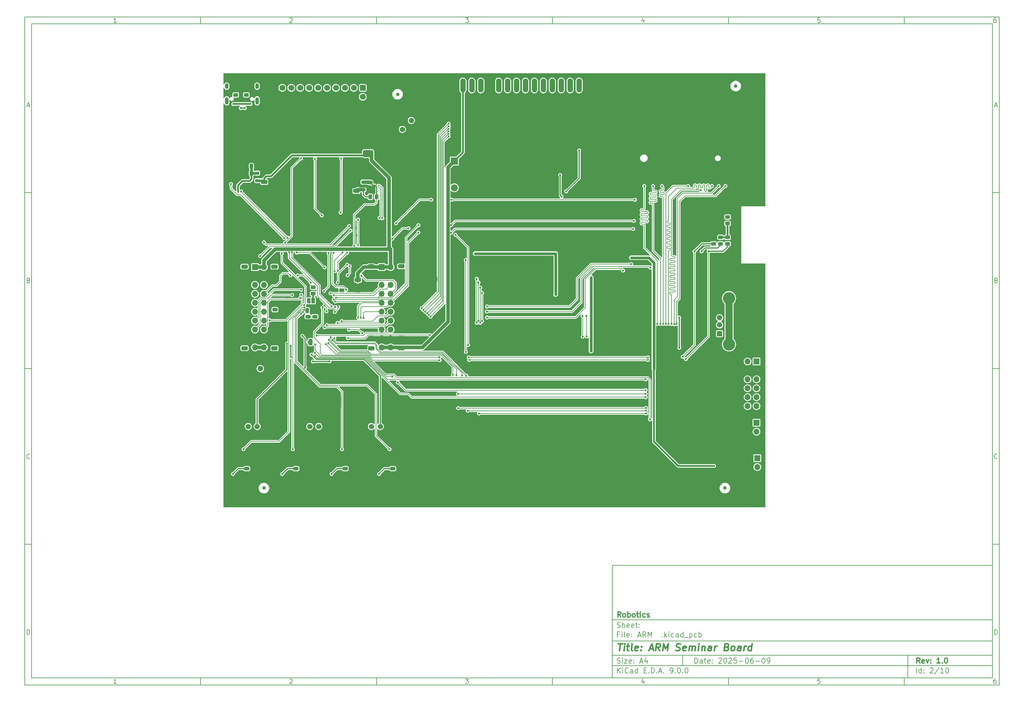
<source format=gbl>
G04 #@! TF.GenerationSoftware,KiCad,Pcbnew,9.0.0*
G04 #@! TF.CreationDate,2025-06-10T17:59:39+09:00*
G04 #@! TF.ProjectId,ARM ___ __,41524d20-38f8-4982-90f4-dc2e6b696361,1.0*
G04 #@! TF.SameCoordinates,Original*
G04 #@! TF.FileFunction,Copper,L2,Bot*
G04 #@! TF.FilePolarity,Positive*
%FSLAX46Y46*%
G04 Gerber Fmt 4.6, Leading zero omitted, Abs format (unit mm)*
G04 Created by KiCad (PCBNEW 9.0.0) date 2025-06-10 17:59:39*
%MOMM*%
%LPD*%
G01*
G04 APERTURE LIST*
G04 Aperture macros list*
%AMRoundRect*
0 Rectangle with rounded corners*
0 $1 Rounding radius*
0 $2 $3 $4 $5 $6 $7 $8 $9 X,Y pos of 4 corners*
0 Add a 4 corners polygon primitive as box body*
4,1,4,$2,$3,$4,$5,$6,$7,$8,$9,$2,$3,0*
0 Add four circle primitives for the rounded corners*
1,1,$1+$1,$2,$3*
1,1,$1+$1,$4,$5*
1,1,$1+$1,$6,$7*
1,1,$1+$1,$8,$9*
0 Add four rect primitives between the rounded corners*
20,1,$1+$1,$2,$3,$4,$5,0*
20,1,$1+$1,$4,$5,$6,$7,0*
20,1,$1+$1,$6,$7,$8,$9,0*
20,1,$1+$1,$8,$9,$2,$3,0*%
%AMOutline4P*
0 Free polygon, 4 corners , with rotation*
0 The origin of the aperture is its center*
0 number of corners: always 4*
0 $1 to $8 corner X, Y*
0 $9 Rotation angle, in degrees counterclockwise*
0 create outline with 4 corners*
4,1,4,$1,$2,$3,$4,$5,$6,$7,$8,$1,$2,$9*%
%AMFreePoly0*
4,1,23,0.550000,-0.750000,0.000000,-0.750000,0.000000,-0.745722,-0.065263,-0.745722,-0.191342,-0.711940,-0.304381,-0.646677,-0.396677,-0.554381,-0.461940,-0.441342,-0.495722,-0.315263,-0.495722,-0.250000,-0.500000,-0.250000,-0.500000,0.250000,-0.495722,0.250000,-0.495722,0.315263,-0.461940,0.441342,-0.396677,0.554381,-0.304381,0.646677,-0.191342,0.711940,-0.065263,0.745722,0.000000,0.745722,
0.000000,0.750000,0.550000,0.750000,0.550000,-0.750000,0.550000,-0.750000,$1*%
%AMFreePoly1*
4,1,23,0.000000,0.745722,0.065263,0.745722,0.191342,0.711940,0.304381,0.646677,0.396677,0.554381,0.461940,0.441342,0.495722,0.315263,0.495722,0.250000,0.500000,0.250000,0.500000,-0.250000,0.495722,-0.250000,0.495722,-0.315263,0.461940,-0.441342,0.396677,-0.554381,0.304381,-0.646677,0.191342,-0.711940,0.065263,-0.745722,0.000000,-0.745722,0.000000,-0.750000,-0.550000,-0.750000,
-0.550000,0.750000,0.000000,0.750000,0.000000,0.745722,0.000000,0.745722,$1*%
G04 Aperture macros list end*
%ADD10C,0.100000*%
%ADD11C,0.150000*%
%ADD12C,0.300000*%
%ADD13C,0.400000*%
G04 #@! TA.AperFunction,SMDPad,CuDef*
%ADD14C,1.000000*%
G04 #@! TD*
G04 #@! TA.AperFunction,ComponentPad*
%ADD15RoundRect,0.650000X0.650000X-0.650000X0.650000X0.650000X-0.650000X0.650000X-0.650000X-0.650000X0*%
G04 #@! TD*
G04 #@! TA.AperFunction,ComponentPad*
%ADD16C,2.600000*%
G04 #@! TD*
G04 #@! TA.AperFunction,ComponentPad*
%ADD17C,1.524000*%
G04 #@! TD*
G04 #@! TA.AperFunction,ComponentPad*
%ADD18Outline4P,-1.250000X-1.500000X1.250000X-1.500000X1.250000X1.500000X-1.250000X1.500000X0.000000*%
G04 #@! TD*
G04 #@! TA.AperFunction,ComponentPad*
%ADD19C,5.600000*%
G04 #@! TD*
G04 #@! TA.AperFunction,ComponentPad*
%ADD20C,1.600000*%
G04 #@! TD*
G04 #@! TA.AperFunction,ComponentPad*
%ADD21O,1.501140X4.000500*%
G04 #@! TD*
G04 #@! TA.AperFunction,ComponentPad*
%ADD22RoundRect,0.250000X-0.600000X0.600000X-0.600000X-0.600000X0.600000X-0.600000X0.600000X0.600000X0*%
G04 #@! TD*
G04 #@! TA.AperFunction,ComponentPad*
%ADD23C,1.700000*%
G04 #@! TD*
G04 #@! TA.AperFunction,ComponentPad*
%ADD24R,1.700000X1.700000*%
G04 #@! TD*
G04 #@! TA.AperFunction,ComponentPad*
%ADD25O,1.700000X1.700000*%
G04 #@! TD*
G04 #@! TA.AperFunction,ComponentPad*
%ADD26R,2.000000X2.000000*%
G04 #@! TD*
G04 #@! TA.AperFunction,ComponentPad*
%ADD27C,2.000000*%
G04 #@! TD*
G04 #@! TA.AperFunction,ComponentPad*
%ADD28RoundRect,0.250000X0.512000X-0.512000X0.512000X0.512000X-0.512000X0.512000X-0.512000X-0.512000X0*%
G04 #@! TD*
G04 #@! TA.AperFunction,ComponentPad*
%ADD29C,3.500000*%
G04 #@! TD*
G04 #@! TA.AperFunction,HeatsinkPad*
%ADD30O,1.000000X2.100000*%
G04 #@! TD*
G04 #@! TA.AperFunction,HeatsinkPad*
%ADD31O,1.000000X1.600000*%
G04 #@! TD*
G04 #@! TA.AperFunction,SMDPad,CuDef*
%ADD32RoundRect,0.250000X0.475000X-0.250000X0.475000X0.250000X-0.475000X0.250000X-0.475000X-0.250000X0*%
G04 #@! TD*
G04 #@! TA.AperFunction,SMDPad,CuDef*
%ADD33RoundRect,0.250000X0.650000X-0.325000X0.650000X0.325000X-0.650000X0.325000X-0.650000X-0.325000X0*%
G04 #@! TD*
G04 #@! TA.AperFunction,SMDPad,CuDef*
%ADD34RoundRect,0.250000X0.450000X-0.262500X0.450000X0.262500X-0.450000X0.262500X-0.450000X-0.262500X0*%
G04 #@! TD*
G04 #@! TA.AperFunction,SMDPad,CuDef*
%ADD35RoundRect,0.218750X-0.381250X0.218750X-0.381250X-0.218750X0.381250X-0.218750X0.381250X0.218750X0*%
G04 #@! TD*
G04 #@! TA.AperFunction,SMDPad,CuDef*
%ADD36RoundRect,0.250000X-0.475000X0.250000X-0.475000X-0.250000X0.475000X-0.250000X0.475000X0.250000X0*%
G04 #@! TD*
G04 #@! TA.AperFunction,BGAPad,CuDef*
%ADD37C,0.250000*%
G04 #@! TD*
G04 #@! TA.AperFunction,SMDPad,CuDef*
%ADD38FreePoly0,0.000000*%
G04 #@! TD*
G04 #@! TA.AperFunction,SMDPad,CuDef*
%ADD39R,1.000000X1.500000*%
G04 #@! TD*
G04 #@! TA.AperFunction,SMDPad,CuDef*
%ADD40FreePoly1,0.000000*%
G04 #@! TD*
G04 #@! TA.AperFunction,SMDPad,CuDef*
%ADD41RoundRect,0.250000X0.250000X0.475000X-0.250000X0.475000X-0.250000X-0.475000X0.250000X-0.475000X0*%
G04 #@! TD*
G04 #@! TA.AperFunction,SMDPad,CuDef*
%ADD42RoundRect,0.250000X-0.450000X0.262500X-0.450000X-0.262500X0.450000X-0.262500X0.450000X0.262500X0*%
G04 #@! TD*
G04 #@! TA.AperFunction,SMDPad,CuDef*
%ADD43RoundRect,0.250000X-0.325000X-0.650000X0.325000X-0.650000X0.325000X0.650000X-0.325000X0.650000X0*%
G04 #@! TD*
G04 #@! TA.AperFunction,SMDPad,CuDef*
%ADD44RoundRect,0.250000X-0.650000X0.325000X-0.650000X-0.325000X0.650000X-0.325000X0.650000X0.325000X0*%
G04 #@! TD*
G04 #@! TA.AperFunction,SMDPad,CuDef*
%ADD45RoundRect,0.218750X0.381250X-0.218750X0.381250X0.218750X-0.381250X0.218750X-0.381250X-0.218750X0*%
G04 #@! TD*
G04 #@! TA.AperFunction,SMDPad,CuDef*
%ADD46RoundRect,0.250000X-0.262500X-0.450000X0.262500X-0.450000X0.262500X0.450000X-0.262500X0.450000X0*%
G04 #@! TD*
G04 #@! TA.AperFunction,ViaPad*
%ADD47C,0.600000*%
G04 #@! TD*
G04 #@! TA.AperFunction,Conductor*
%ADD48C,0.500000*%
G04 #@! TD*
G04 #@! TA.AperFunction,Conductor*
%ADD49C,0.800000*%
G04 #@! TD*
G04 #@! TA.AperFunction,Conductor*
%ADD50C,0.300000*%
G04 #@! TD*
G04 #@! TA.AperFunction,Conductor*
%ADD51C,0.200000*%
G04 #@! TD*
G04 #@! TA.AperFunction,Conductor*
%ADD52C,1.000000*%
G04 #@! TD*
G04 #@! TA.AperFunction,Conductor*
%ADD53C,2.000000*%
G04 #@! TD*
G04 APERTURE END LIST*
D10*
D11*
X177002200Y-166007200D02*
X285002200Y-166007200D01*
X285002200Y-198007200D01*
X177002200Y-198007200D01*
X177002200Y-166007200D01*
D10*
D11*
X10000000Y-10000000D02*
X287002200Y-10000000D01*
X287002200Y-200007200D01*
X10000000Y-200007200D01*
X10000000Y-10000000D01*
D10*
D11*
X12000000Y-12000000D02*
X285002200Y-12000000D01*
X285002200Y-198007200D01*
X12000000Y-198007200D01*
X12000000Y-12000000D01*
D10*
D11*
X60000000Y-12000000D02*
X60000000Y-10000000D01*
D10*
D11*
X110000000Y-12000000D02*
X110000000Y-10000000D01*
D10*
D11*
X160000000Y-12000000D02*
X160000000Y-10000000D01*
D10*
D11*
X210000000Y-12000000D02*
X210000000Y-10000000D01*
D10*
D11*
X260000000Y-12000000D02*
X260000000Y-10000000D01*
D10*
D11*
X36089160Y-11593604D02*
X35346303Y-11593604D01*
X35717731Y-11593604D02*
X35717731Y-10293604D01*
X35717731Y-10293604D02*
X35593922Y-10479319D01*
X35593922Y-10479319D02*
X35470112Y-10603128D01*
X35470112Y-10603128D02*
X35346303Y-10665033D01*
D10*
D11*
X85346303Y-10417414D02*
X85408207Y-10355509D01*
X85408207Y-10355509D02*
X85532017Y-10293604D01*
X85532017Y-10293604D02*
X85841541Y-10293604D01*
X85841541Y-10293604D02*
X85965350Y-10355509D01*
X85965350Y-10355509D02*
X86027255Y-10417414D01*
X86027255Y-10417414D02*
X86089160Y-10541223D01*
X86089160Y-10541223D02*
X86089160Y-10665033D01*
X86089160Y-10665033D02*
X86027255Y-10850747D01*
X86027255Y-10850747D02*
X85284398Y-11593604D01*
X85284398Y-11593604D02*
X86089160Y-11593604D01*
D10*
D11*
X135284398Y-10293604D02*
X136089160Y-10293604D01*
X136089160Y-10293604D02*
X135655826Y-10788842D01*
X135655826Y-10788842D02*
X135841541Y-10788842D01*
X135841541Y-10788842D02*
X135965350Y-10850747D01*
X135965350Y-10850747D02*
X136027255Y-10912652D01*
X136027255Y-10912652D02*
X136089160Y-11036461D01*
X136089160Y-11036461D02*
X136089160Y-11345985D01*
X136089160Y-11345985D02*
X136027255Y-11469795D01*
X136027255Y-11469795D02*
X135965350Y-11531700D01*
X135965350Y-11531700D02*
X135841541Y-11593604D01*
X135841541Y-11593604D02*
X135470112Y-11593604D01*
X135470112Y-11593604D02*
X135346303Y-11531700D01*
X135346303Y-11531700D02*
X135284398Y-11469795D01*
D10*
D11*
X185965350Y-10726938D02*
X185965350Y-11593604D01*
X185655826Y-10231700D02*
X185346303Y-11160271D01*
X185346303Y-11160271D02*
X186151064Y-11160271D01*
D10*
D11*
X236027255Y-10293604D02*
X235408207Y-10293604D01*
X235408207Y-10293604D02*
X235346303Y-10912652D01*
X235346303Y-10912652D02*
X235408207Y-10850747D01*
X235408207Y-10850747D02*
X235532017Y-10788842D01*
X235532017Y-10788842D02*
X235841541Y-10788842D01*
X235841541Y-10788842D02*
X235965350Y-10850747D01*
X235965350Y-10850747D02*
X236027255Y-10912652D01*
X236027255Y-10912652D02*
X236089160Y-11036461D01*
X236089160Y-11036461D02*
X236089160Y-11345985D01*
X236089160Y-11345985D02*
X236027255Y-11469795D01*
X236027255Y-11469795D02*
X235965350Y-11531700D01*
X235965350Y-11531700D02*
X235841541Y-11593604D01*
X235841541Y-11593604D02*
X235532017Y-11593604D01*
X235532017Y-11593604D02*
X235408207Y-11531700D01*
X235408207Y-11531700D02*
X235346303Y-11469795D01*
D10*
D11*
X285965350Y-10293604D02*
X285717731Y-10293604D01*
X285717731Y-10293604D02*
X285593922Y-10355509D01*
X285593922Y-10355509D02*
X285532017Y-10417414D01*
X285532017Y-10417414D02*
X285408207Y-10603128D01*
X285408207Y-10603128D02*
X285346303Y-10850747D01*
X285346303Y-10850747D02*
X285346303Y-11345985D01*
X285346303Y-11345985D02*
X285408207Y-11469795D01*
X285408207Y-11469795D02*
X285470112Y-11531700D01*
X285470112Y-11531700D02*
X285593922Y-11593604D01*
X285593922Y-11593604D02*
X285841541Y-11593604D01*
X285841541Y-11593604D02*
X285965350Y-11531700D01*
X285965350Y-11531700D02*
X286027255Y-11469795D01*
X286027255Y-11469795D02*
X286089160Y-11345985D01*
X286089160Y-11345985D02*
X286089160Y-11036461D01*
X286089160Y-11036461D02*
X286027255Y-10912652D01*
X286027255Y-10912652D02*
X285965350Y-10850747D01*
X285965350Y-10850747D02*
X285841541Y-10788842D01*
X285841541Y-10788842D02*
X285593922Y-10788842D01*
X285593922Y-10788842D02*
X285470112Y-10850747D01*
X285470112Y-10850747D02*
X285408207Y-10912652D01*
X285408207Y-10912652D02*
X285346303Y-11036461D01*
D10*
D11*
X60000000Y-198007200D02*
X60000000Y-200007200D01*
D10*
D11*
X110000000Y-198007200D02*
X110000000Y-200007200D01*
D10*
D11*
X160000000Y-198007200D02*
X160000000Y-200007200D01*
D10*
D11*
X210000000Y-198007200D02*
X210000000Y-200007200D01*
D10*
D11*
X260000000Y-198007200D02*
X260000000Y-200007200D01*
D10*
D11*
X36089160Y-199600804D02*
X35346303Y-199600804D01*
X35717731Y-199600804D02*
X35717731Y-198300804D01*
X35717731Y-198300804D02*
X35593922Y-198486519D01*
X35593922Y-198486519D02*
X35470112Y-198610328D01*
X35470112Y-198610328D02*
X35346303Y-198672233D01*
D10*
D11*
X85346303Y-198424614D02*
X85408207Y-198362709D01*
X85408207Y-198362709D02*
X85532017Y-198300804D01*
X85532017Y-198300804D02*
X85841541Y-198300804D01*
X85841541Y-198300804D02*
X85965350Y-198362709D01*
X85965350Y-198362709D02*
X86027255Y-198424614D01*
X86027255Y-198424614D02*
X86089160Y-198548423D01*
X86089160Y-198548423D02*
X86089160Y-198672233D01*
X86089160Y-198672233D02*
X86027255Y-198857947D01*
X86027255Y-198857947D02*
X85284398Y-199600804D01*
X85284398Y-199600804D02*
X86089160Y-199600804D01*
D10*
D11*
X135284398Y-198300804D02*
X136089160Y-198300804D01*
X136089160Y-198300804D02*
X135655826Y-198796042D01*
X135655826Y-198796042D02*
X135841541Y-198796042D01*
X135841541Y-198796042D02*
X135965350Y-198857947D01*
X135965350Y-198857947D02*
X136027255Y-198919852D01*
X136027255Y-198919852D02*
X136089160Y-199043661D01*
X136089160Y-199043661D02*
X136089160Y-199353185D01*
X136089160Y-199353185D02*
X136027255Y-199476995D01*
X136027255Y-199476995D02*
X135965350Y-199538900D01*
X135965350Y-199538900D02*
X135841541Y-199600804D01*
X135841541Y-199600804D02*
X135470112Y-199600804D01*
X135470112Y-199600804D02*
X135346303Y-199538900D01*
X135346303Y-199538900D02*
X135284398Y-199476995D01*
D10*
D11*
X185965350Y-198734138D02*
X185965350Y-199600804D01*
X185655826Y-198238900D02*
X185346303Y-199167471D01*
X185346303Y-199167471D02*
X186151064Y-199167471D01*
D10*
D11*
X236027255Y-198300804D02*
X235408207Y-198300804D01*
X235408207Y-198300804D02*
X235346303Y-198919852D01*
X235346303Y-198919852D02*
X235408207Y-198857947D01*
X235408207Y-198857947D02*
X235532017Y-198796042D01*
X235532017Y-198796042D02*
X235841541Y-198796042D01*
X235841541Y-198796042D02*
X235965350Y-198857947D01*
X235965350Y-198857947D02*
X236027255Y-198919852D01*
X236027255Y-198919852D02*
X236089160Y-199043661D01*
X236089160Y-199043661D02*
X236089160Y-199353185D01*
X236089160Y-199353185D02*
X236027255Y-199476995D01*
X236027255Y-199476995D02*
X235965350Y-199538900D01*
X235965350Y-199538900D02*
X235841541Y-199600804D01*
X235841541Y-199600804D02*
X235532017Y-199600804D01*
X235532017Y-199600804D02*
X235408207Y-199538900D01*
X235408207Y-199538900D02*
X235346303Y-199476995D01*
D10*
D11*
X285965350Y-198300804D02*
X285717731Y-198300804D01*
X285717731Y-198300804D02*
X285593922Y-198362709D01*
X285593922Y-198362709D02*
X285532017Y-198424614D01*
X285532017Y-198424614D02*
X285408207Y-198610328D01*
X285408207Y-198610328D02*
X285346303Y-198857947D01*
X285346303Y-198857947D02*
X285346303Y-199353185D01*
X285346303Y-199353185D02*
X285408207Y-199476995D01*
X285408207Y-199476995D02*
X285470112Y-199538900D01*
X285470112Y-199538900D02*
X285593922Y-199600804D01*
X285593922Y-199600804D02*
X285841541Y-199600804D01*
X285841541Y-199600804D02*
X285965350Y-199538900D01*
X285965350Y-199538900D02*
X286027255Y-199476995D01*
X286027255Y-199476995D02*
X286089160Y-199353185D01*
X286089160Y-199353185D02*
X286089160Y-199043661D01*
X286089160Y-199043661D02*
X286027255Y-198919852D01*
X286027255Y-198919852D02*
X285965350Y-198857947D01*
X285965350Y-198857947D02*
X285841541Y-198796042D01*
X285841541Y-198796042D02*
X285593922Y-198796042D01*
X285593922Y-198796042D02*
X285470112Y-198857947D01*
X285470112Y-198857947D02*
X285408207Y-198919852D01*
X285408207Y-198919852D02*
X285346303Y-199043661D01*
D10*
D11*
X10000000Y-60000000D02*
X12000000Y-60000000D01*
D10*
D11*
X10000000Y-110000000D02*
X12000000Y-110000000D01*
D10*
D11*
X10000000Y-160000000D02*
X12000000Y-160000000D01*
D10*
D11*
X10690476Y-35222176D02*
X11309523Y-35222176D01*
X10566666Y-35593604D02*
X10999999Y-34293604D01*
X10999999Y-34293604D02*
X11433333Y-35593604D01*
D10*
D11*
X11092857Y-84912652D02*
X11278571Y-84974557D01*
X11278571Y-84974557D02*
X11340476Y-85036461D01*
X11340476Y-85036461D02*
X11402380Y-85160271D01*
X11402380Y-85160271D02*
X11402380Y-85345985D01*
X11402380Y-85345985D02*
X11340476Y-85469795D01*
X11340476Y-85469795D02*
X11278571Y-85531700D01*
X11278571Y-85531700D02*
X11154761Y-85593604D01*
X11154761Y-85593604D02*
X10659523Y-85593604D01*
X10659523Y-85593604D02*
X10659523Y-84293604D01*
X10659523Y-84293604D02*
X11092857Y-84293604D01*
X11092857Y-84293604D02*
X11216666Y-84355509D01*
X11216666Y-84355509D02*
X11278571Y-84417414D01*
X11278571Y-84417414D02*
X11340476Y-84541223D01*
X11340476Y-84541223D02*
X11340476Y-84665033D01*
X11340476Y-84665033D02*
X11278571Y-84788842D01*
X11278571Y-84788842D02*
X11216666Y-84850747D01*
X11216666Y-84850747D02*
X11092857Y-84912652D01*
X11092857Y-84912652D02*
X10659523Y-84912652D01*
D10*
D11*
X11402380Y-135469795D02*
X11340476Y-135531700D01*
X11340476Y-135531700D02*
X11154761Y-135593604D01*
X11154761Y-135593604D02*
X11030952Y-135593604D01*
X11030952Y-135593604D02*
X10845238Y-135531700D01*
X10845238Y-135531700D02*
X10721428Y-135407890D01*
X10721428Y-135407890D02*
X10659523Y-135284080D01*
X10659523Y-135284080D02*
X10597619Y-135036461D01*
X10597619Y-135036461D02*
X10597619Y-134850747D01*
X10597619Y-134850747D02*
X10659523Y-134603128D01*
X10659523Y-134603128D02*
X10721428Y-134479319D01*
X10721428Y-134479319D02*
X10845238Y-134355509D01*
X10845238Y-134355509D02*
X11030952Y-134293604D01*
X11030952Y-134293604D02*
X11154761Y-134293604D01*
X11154761Y-134293604D02*
X11340476Y-134355509D01*
X11340476Y-134355509D02*
X11402380Y-134417414D01*
D10*
D11*
X10659523Y-185593604D02*
X10659523Y-184293604D01*
X10659523Y-184293604D02*
X10969047Y-184293604D01*
X10969047Y-184293604D02*
X11154761Y-184355509D01*
X11154761Y-184355509D02*
X11278571Y-184479319D01*
X11278571Y-184479319D02*
X11340476Y-184603128D01*
X11340476Y-184603128D02*
X11402380Y-184850747D01*
X11402380Y-184850747D02*
X11402380Y-185036461D01*
X11402380Y-185036461D02*
X11340476Y-185284080D01*
X11340476Y-185284080D02*
X11278571Y-185407890D01*
X11278571Y-185407890D02*
X11154761Y-185531700D01*
X11154761Y-185531700D02*
X10969047Y-185593604D01*
X10969047Y-185593604D02*
X10659523Y-185593604D01*
D10*
D11*
X287002200Y-60000000D02*
X285002200Y-60000000D01*
D10*
D11*
X287002200Y-110000000D02*
X285002200Y-110000000D01*
D10*
D11*
X287002200Y-160000000D02*
X285002200Y-160000000D01*
D10*
D11*
X285692676Y-35222176D02*
X286311723Y-35222176D01*
X285568866Y-35593604D02*
X286002199Y-34293604D01*
X286002199Y-34293604D02*
X286435533Y-35593604D01*
D10*
D11*
X286095057Y-84912652D02*
X286280771Y-84974557D01*
X286280771Y-84974557D02*
X286342676Y-85036461D01*
X286342676Y-85036461D02*
X286404580Y-85160271D01*
X286404580Y-85160271D02*
X286404580Y-85345985D01*
X286404580Y-85345985D02*
X286342676Y-85469795D01*
X286342676Y-85469795D02*
X286280771Y-85531700D01*
X286280771Y-85531700D02*
X286156961Y-85593604D01*
X286156961Y-85593604D02*
X285661723Y-85593604D01*
X285661723Y-85593604D02*
X285661723Y-84293604D01*
X285661723Y-84293604D02*
X286095057Y-84293604D01*
X286095057Y-84293604D02*
X286218866Y-84355509D01*
X286218866Y-84355509D02*
X286280771Y-84417414D01*
X286280771Y-84417414D02*
X286342676Y-84541223D01*
X286342676Y-84541223D02*
X286342676Y-84665033D01*
X286342676Y-84665033D02*
X286280771Y-84788842D01*
X286280771Y-84788842D02*
X286218866Y-84850747D01*
X286218866Y-84850747D02*
X286095057Y-84912652D01*
X286095057Y-84912652D02*
X285661723Y-84912652D01*
D10*
D11*
X286404580Y-135469795D02*
X286342676Y-135531700D01*
X286342676Y-135531700D02*
X286156961Y-135593604D01*
X286156961Y-135593604D02*
X286033152Y-135593604D01*
X286033152Y-135593604D02*
X285847438Y-135531700D01*
X285847438Y-135531700D02*
X285723628Y-135407890D01*
X285723628Y-135407890D02*
X285661723Y-135284080D01*
X285661723Y-135284080D02*
X285599819Y-135036461D01*
X285599819Y-135036461D02*
X285599819Y-134850747D01*
X285599819Y-134850747D02*
X285661723Y-134603128D01*
X285661723Y-134603128D02*
X285723628Y-134479319D01*
X285723628Y-134479319D02*
X285847438Y-134355509D01*
X285847438Y-134355509D02*
X286033152Y-134293604D01*
X286033152Y-134293604D02*
X286156961Y-134293604D01*
X286156961Y-134293604D02*
X286342676Y-134355509D01*
X286342676Y-134355509D02*
X286404580Y-134417414D01*
D10*
D11*
X285661723Y-185593604D02*
X285661723Y-184293604D01*
X285661723Y-184293604D02*
X285971247Y-184293604D01*
X285971247Y-184293604D02*
X286156961Y-184355509D01*
X286156961Y-184355509D02*
X286280771Y-184479319D01*
X286280771Y-184479319D02*
X286342676Y-184603128D01*
X286342676Y-184603128D02*
X286404580Y-184850747D01*
X286404580Y-184850747D02*
X286404580Y-185036461D01*
X286404580Y-185036461D02*
X286342676Y-185284080D01*
X286342676Y-185284080D02*
X286280771Y-185407890D01*
X286280771Y-185407890D02*
X286156961Y-185531700D01*
X286156961Y-185531700D02*
X285971247Y-185593604D01*
X285971247Y-185593604D02*
X285661723Y-185593604D01*
D10*
D11*
X200458026Y-193793328D02*
X200458026Y-192293328D01*
X200458026Y-192293328D02*
X200815169Y-192293328D01*
X200815169Y-192293328D02*
X201029455Y-192364757D01*
X201029455Y-192364757D02*
X201172312Y-192507614D01*
X201172312Y-192507614D02*
X201243741Y-192650471D01*
X201243741Y-192650471D02*
X201315169Y-192936185D01*
X201315169Y-192936185D02*
X201315169Y-193150471D01*
X201315169Y-193150471D02*
X201243741Y-193436185D01*
X201243741Y-193436185D02*
X201172312Y-193579042D01*
X201172312Y-193579042D02*
X201029455Y-193721900D01*
X201029455Y-193721900D02*
X200815169Y-193793328D01*
X200815169Y-193793328D02*
X200458026Y-193793328D01*
X202600884Y-193793328D02*
X202600884Y-193007614D01*
X202600884Y-193007614D02*
X202529455Y-192864757D01*
X202529455Y-192864757D02*
X202386598Y-192793328D01*
X202386598Y-192793328D02*
X202100884Y-192793328D01*
X202100884Y-192793328D02*
X201958026Y-192864757D01*
X202600884Y-193721900D02*
X202458026Y-193793328D01*
X202458026Y-193793328D02*
X202100884Y-193793328D01*
X202100884Y-193793328D02*
X201958026Y-193721900D01*
X201958026Y-193721900D02*
X201886598Y-193579042D01*
X201886598Y-193579042D02*
X201886598Y-193436185D01*
X201886598Y-193436185D02*
X201958026Y-193293328D01*
X201958026Y-193293328D02*
X202100884Y-193221900D01*
X202100884Y-193221900D02*
X202458026Y-193221900D01*
X202458026Y-193221900D02*
X202600884Y-193150471D01*
X203100884Y-192793328D02*
X203672312Y-192793328D01*
X203315169Y-192293328D02*
X203315169Y-193579042D01*
X203315169Y-193579042D02*
X203386598Y-193721900D01*
X203386598Y-193721900D02*
X203529455Y-193793328D01*
X203529455Y-193793328D02*
X203672312Y-193793328D01*
X204743741Y-193721900D02*
X204600884Y-193793328D01*
X204600884Y-193793328D02*
X204315170Y-193793328D01*
X204315170Y-193793328D02*
X204172312Y-193721900D01*
X204172312Y-193721900D02*
X204100884Y-193579042D01*
X204100884Y-193579042D02*
X204100884Y-193007614D01*
X204100884Y-193007614D02*
X204172312Y-192864757D01*
X204172312Y-192864757D02*
X204315170Y-192793328D01*
X204315170Y-192793328D02*
X204600884Y-192793328D01*
X204600884Y-192793328D02*
X204743741Y-192864757D01*
X204743741Y-192864757D02*
X204815170Y-193007614D01*
X204815170Y-193007614D02*
X204815170Y-193150471D01*
X204815170Y-193150471D02*
X204100884Y-193293328D01*
X205458026Y-193650471D02*
X205529455Y-193721900D01*
X205529455Y-193721900D02*
X205458026Y-193793328D01*
X205458026Y-193793328D02*
X205386598Y-193721900D01*
X205386598Y-193721900D02*
X205458026Y-193650471D01*
X205458026Y-193650471D02*
X205458026Y-193793328D01*
X205458026Y-192864757D02*
X205529455Y-192936185D01*
X205529455Y-192936185D02*
X205458026Y-193007614D01*
X205458026Y-193007614D02*
X205386598Y-192936185D01*
X205386598Y-192936185D02*
X205458026Y-192864757D01*
X205458026Y-192864757D02*
X205458026Y-193007614D01*
X207243741Y-192436185D02*
X207315169Y-192364757D01*
X207315169Y-192364757D02*
X207458027Y-192293328D01*
X207458027Y-192293328D02*
X207815169Y-192293328D01*
X207815169Y-192293328D02*
X207958027Y-192364757D01*
X207958027Y-192364757D02*
X208029455Y-192436185D01*
X208029455Y-192436185D02*
X208100884Y-192579042D01*
X208100884Y-192579042D02*
X208100884Y-192721900D01*
X208100884Y-192721900D02*
X208029455Y-192936185D01*
X208029455Y-192936185D02*
X207172312Y-193793328D01*
X207172312Y-193793328D02*
X208100884Y-193793328D01*
X209029455Y-192293328D02*
X209172312Y-192293328D01*
X209172312Y-192293328D02*
X209315169Y-192364757D01*
X209315169Y-192364757D02*
X209386598Y-192436185D01*
X209386598Y-192436185D02*
X209458026Y-192579042D01*
X209458026Y-192579042D02*
X209529455Y-192864757D01*
X209529455Y-192864757D02*
X209529455Y-193221900D01*
X209529455Y-193221900D02*
X209458026Y-193507614D01*
X209458026Y-193507614D02*
X209386598Y-193650471D01*
X209386598Y-193650471D02*
X209315169Y-193721900D01*
X209315169Y-193721900D02*
X209172312Y-193793328D01*
X209172312Y-193793328D02*
X209029455Y-193793328D01*
X209029455Y-193793328D02*
X208886598Y-193721900D01*
X208886598Y-193721900D02*
X208815169Y-193650471D01*
X208815169Y-193650471D02*
X208743740Y-193507614D01*
X208743740Y-193507614D02*
X208672312Y-193221900D01*
X208672312Y-193221900D02*
X208672312Y-192864757D01*
X208672312Y-192864757D02*
X208743740Y-192579042D01*
X208743740Y-192579042D02*
X208815169Y-192436185D01*
X208815169Y-192436185D02*
X208886598Y-192364757D01*
X208886598Y-192364757D02*
X209029455Y-192293328D01*
X210100883Y-192436185D02*
X210172311Y-192364757D01*
X210172311Y-192364757D02*
X210315169Y-192293328D01*
X210315169Y-192293328D02*
X210672311Y-192293328D01*
X210672311Y-192293328D02*
X210815169Y-192364757D01*
X210815169Y-192364757D02*
X210886597Y-192436185D01*
X210886597Y-192436185D02*
X210958026Y-192579042D01*
X210958026Y-192579042D02*
X210958026Y-192721900D01*
X210958026Y-192721900D02*
X210886597Y-192936185D01*
X210886597Y-192936185D02*
X210029454Y-193793328D01*
X210029454Y-193793328D02*
X210958026Y-193793328D01*
X212315168Y-192293328D02*
X211600882Y-192293328D01*
X211600882Y-192293328D02*
X211529454Y-193007614D01*
X211529454Y-193007614D02*
X211600882Y-192936185D01*
X211600882Y-192936185D02*
X211743740Y-192864757D01*
X211743740Y-192864757D02*
X212100882Y-192864757D01*
X212100882Y-192864757D02*
X212243740Y-192936185D01*
X212243740Y-192936185D02*
X212315168Y-193007614D01*
X212315168Y-193007614D02*
X212386597Y-193150471D01*
X212386597Y-193150471D02*
X212386597Y-193507614D01*
X212386597Y-193507614D02*
X212315168Y-193650471D01*
X212315168Y-193650471D02*
X212243740Y-193721900D01*
X212243740Y-193721900D02*
X212100882Y-193793328D01*
X212100882Y-193793328D02*
X211743740Y-193793328D01*
X211743740Y-193793328D02*
X211600882Y-193721900D01*
X211600882Y-193721900D02*
X211529454Y-193650471D01*
X213029453Y-193221900D02*
X214172311Y-193221900D01*
X215172311Y-192293328D02*
X215315168Y-192293328D01*
X215315168Y-192293328D02*
X215458025Y-192364757D01*
X215458025Y-192364757D02*
X215529454Y-192436185D01*
X215529454Y-192436185D02*
X215600882Y-192579042D01*
X215600882Y-192579042D02*
X215672311Y-192864757D01*
X215672311Y-192864757D02*
X215672311Y-193221900D01*
X215672311Y-193221900D02*
X215600882Y-193507614D01*
X215600882Y-193507614D02*
X215529454Y-193650471D01*
X215529454Y-193650471D02*
X215458025Y-193721900D01*
X215458025Y-193721900D02*
X215315168Y-193793328D01*
X215315168Y-193793328D02*
X215172311Y-193793328D01*
X215172311Y-193793328D02*
X215029454Y-193721900D01*
X215029454Y-193721900D02*
X214958025Y-193650471D01*
X214958025Y-193650471D02*
X214886596Y-193507614D01*
X214886596Y-193507614D02*
X214815168Y-193221900D01*
X214815168Y-193221900D02*
X214815168Y-192864757D01*
X214815168Y-192864757D02*
X214886596Y-192579042D01*
X214886596Y-192579042D02*
X214958025Y-192436185D01*
X214958025Y-192436185D02*
X215029454Y-192364757D01*
X215029454Y-192364757D02*
X215172311Y-192293328D01*
X216958025Y-192293328D02*
X216672310Y-192293328D01*
X216672310Y-192293328D02*
X216529453Y-192364757D01*
X216529453Y-192364757D02*
X216458025Y-192436185D01*
X216458025Y-192436185D02*
X216315167Y-192650471D01*
X216315167Y-192650471D02*
X216243739Y-192936185D01*
X216243739Y-192936185D02*
X216243739Y-193507614D01*
X216243739Y-193507614D02*
X216315167Y-193650471D01*
X216315167Y-193650471D02*
X216386596Y-193721900D01*
X216386596Y-193721900D02*
X216529453Y-193793328D01*
X216529453Y-193793328D02*
X216815167Y-193793328D01*
X216815167Y-193793328D02*
X216958025Y-193721900D01*
X216958025Y-193721900D02*
X217029453Y-193650471D01*
X217029453Y-193650471D02*
X217100882Y-193507614D01*
X217100882Y-193507614D02*
X217100882Y-193150471D01*
X217100882Y-193150471D02*
X217029453Y-193007614D01*
X217029453Y-193007614D02*
X216958025Y-192936185D01*
X216958025Y-192936185D02*
X216815167Y-192864757D01*
X216815167Y-192864757D02*
X216529453Y-192864757D01*
X216529453Y-192864757D02*
X216386596Y-192936185D01*
X216386596Y-192936185D02*
X216315167Y-193007614D01*
X216315167Y-193007614D02*
X216243739Y-193150471D01*
X217743738Y-193221900D02*
X218886596Y-193221900D01*
X219886596Y-192293328D02*
X220029453Y-192293328D01*
X220029453Y-192293328D02*
X220172310Y-192364757D01*
X220172310Y-192364757D02*
X220243739Y-192436185D01*
X220243739Y-192436185D02*
X220315167Y-192579042D01*
X220315167Y-192579042D02*
X220386596Y-192864757D01*
X220386596Y-192864757D02*
X220386596Y-193221900D01*
X220386596Y-193221900D02*
X220315167Y-193507614D01*
X220315167Y-193507614D02*
X220243739Y-193650471D01*
X220243739Y-193650471D02*
X220172310Y-193721900D01*
X220172310Y-193721900D02*
X220029453Y-193793328D01*
X220029453Y-193793328D02*
X219886596Y-193793328D01*
X219886596Y-193793328D02*
X219743739Y-193721900D01*
X219743739Y-193721900D02*
X219672310Y-193650471D01*
X219672310Y-193650471D02*
X219600881Y-193507614D01*
X219600881Y-193507614D02*
X219529453Y-193221900D01*
X219529453Y-193221900D02*
X219529453Y-192864757D01*
X219529453Y-192864757D02*
X219600881Y-192579042D01*
X219600881Y-192579042D02*
X219672310Y-192436185D01*
X219672310Y-192436185D02*
X219743739Y-192364757D01*
X219743739Y-192364757D02*
X219886596Y-192293328D01*
X221100881Y-193793328D02*
X221386595Y-193793328D01*
X221386595Y-193793328D02*
X221529452Y-193721900D01*
X221529452Y-193721900D02*
X221600881Y-193650471D01*
X221600881Y-193650471D02*
X221743738Y-193436185D01*
X221743738Y-193436185D02*
X221815167Y-193150471D01*
X221815167Y-193150471D02*
X221815167Y-192579042D01*
X221815167Y-192579042D02*
X221743738Y-192436185D01*
X221743738Y-192436185D02*
X221672310Y-192364757D01*
X221672310Y-192364757D02*
X221529452Y-192293328D01*
X221529452Y-192293328D02*
X221243738Y-192293328D01*
X221243738Y-192293328D02*
X221100881Y-192364757D01*
X221100881Y-192364757D02*
X221029452Y-192436185D01*
X221029452Y-192436185D02*
X220958024Y-192579042D01*
X220958024Y-192579042D02*
X220958024Y-192936185D01*
X220958024Y-192936185D02*
X221029452Y-193079042D01*
X221029452Y-193079042D02*
X221100881Y-193150471D01*
X221100881Y-193150471D02*
X221243738Y-193221900D01*
X221243738Y-193221900D02*
X221529452Y-193221900D01*
X221529452Y-193221900D02*
X221672310Y-193150471D01*
X221672310Y-193150471D02*
X221743738Y-193079042D01*
X221743738Y-193079042D02*
X221815167Y-192936185D01*
D10*
D11*
X177002200Y-194507200D02*
X285002200Y-194507200D01*
D10*
D11*
X178458026Y-196593328D02*
X178458026Y-195093328D01*
X179315169Y-196593328D02*
X178672312Y-195736185D01*
X179315169Y-195093328D02*
X178458026Y-195950471D01*
X179958026Y-196593328D02*
X179958026Y-195593328D01*
X179958026Y-195093328D02*
X179886598Y-195164757D01*
X179886598Y-195164757D02*
X179958026Y-195236185D01*
X179958026Y-195236185D02*
X180029455Y-195164757D01*
X180029455Y-195164757D02*
X179958026Y-195093328D01*
X179958026Y-195093328D02*
X179958026Y-195236185D01*
X181529455Y-196450471D02*
X181458027Y-196521900D01*
X181458027Y-196521900D02*
X181243741Y-196593328D01*
X181243741Y-196593328D02*
X181100884Y-196593328D01*
X181100884Y-196593328D02*
X180886598Y-196521900D01*
X180886598Y-196521900D02*
X180743741Y-196379042D01*
X180743741Y-196379042D02*
X180672312Y-196236185D01*
X180672312Y-196236185D02*
X180600884Y-195950471D01*
X180600884Y-195950471D02*
X180600884Y-195736185D01*
X180600884Y-195736185D02*
X180672312Y-195450471D01*
X180672312Y-195450471D02*
X180743741Y-195307614D01*
X180743741Y-195307614D02*
X180886598Y-195164757D01*
X180886598Y-195164757D02*
X181100884Y-195093328D01*
X181100884Y-195093328D02*
X181243741Y-195093328D01*
X181243741Y-195093328D02*
X181458027Y-195164757D01*
X181458027Y-195164757D02*
X181529455Y-195236185D01*
X182815170Y-196593328D02*
X182815170Y-195807614D01*
X182815170Y-195807614D02*
X182743741Y-195664757D01*
X182743741Y-195664757D02*
X182600884Y-195593328D01*
X182600884Y-195593328D02*
X182315170Y-195593328D01*
X182315170Y-195593328D02*
X182172312Y-195664757D01*
X182815170Y-196521900D02*
X182672312Y-196593328D01*
X182672312Y-196593328D02*
X182315170Y-196593328D01*
X182315170Y-196593328D02*
X182172312Y-196521900D01*
X182172312Y-196521900D02*
X182100884Y-196379042D01*
X182100884Y-196379042D02*
X182100884Y-196236185D01*
X182100884Y-196236185D02*
X182172312Y-196093328D01*
X182172312Y-196093328D02*
X182315170Y-196021900D01*
X182315170Y-196021900D02*
X182672312Y-196021900D01*
X182672312Y-196021900D02*
X182815170Y-195950471D01*
X184172313Y-196593328D02*
X184172313Y-195093328D01*
X184172313Y-196521900D02*
X184029455Y-196593328D01*
X184029455Y-196593328D02*
X183743741Y-196593328D01*
X183743741Y-196593328D02*
X183600884Y-196521900D01*
X183600884Y-196521900D02*
X183529455Y-196450471D01*
X183529455Y-196450471D02*
X183458027Y-196307614D01*
X183458027Y-196307614D02*
X183458027Y-195879042D01*
X183458027Y-195879042D02*
X183529455Y-195736185D01*
X183529455Y-195736185D02*
X183600884Y-195664757D01*
X183600884Y-195664757D02*
X183743741Y-195593328D01*
X183743741Y-195593328D02*
X184029455Y-195593328D01*
X184029455Y-195593328D02*
X184172313Y-195664757D01*
X186029455Y-195807614D02*
X186529455Y-195807614D01*
X186743741Y-196593328D02*
X186029455Y-196593328D01*
X186029455Y-196593328D02*
X186029455Y-195093328D01*
X186029455Y-195093328D02*
X186743741Y-195093328D01*
X187386598Y-196450471D02*
X187458027Y-196521900D01*
X187458027Y-196521900D02*
X187386598Y-196593328D01*
X187386598Y-196593328D02*
X187315170Y-196521900D01*
X187315170Y-196521900D02*
X187386598Y-196450471D01*
X187386598Y-196450471D02*
X187386598Y-196593328D01*
X188100884Y-196593328D02*
X188100884Y-195093328D01*
X188100884Y-195093328D02*
X188458027Y-195093328D01*
X188458027Y-195093328D02*
X188672313Y-195164757D01*
X188672313Y-195164757D02*
X188815170Y-195307614D01*
X188815170Y-195307614D02*
X188886599Y-195450471D01*
X188886599Y-195450471D02*
X188958027Y-195736185D01*
X188958027Y-195736185D02*
X188958027Y-195950471D01*
X188958027Y-195950471D02*
X188886599Y-196236185D01*
X188886599Y-196236185D02*
X188815170Y-196379042D01*
X188815170Y-196379042D02*
X188672313Y-196521900D01*
X188672313Y-196521900D02*
X188458027Y-196593328D01*
X188458027Y-196593328D02*
X188100884Y-196593328D01*
X189600884Y-196450471D02*
X189672313Y-196521900D01*
X189672313Y-196521900D02*
X189600884Y-196593328D01*
X189600884Y-196593328D02*
X189529456Y-196521900D01*
X189529456Y-196521900D02*
X189600884Y-196450471D01*
X189600884Y-196450471D02*
X189600884Y-196593328D01*
X190243742Y-196164757D02*
X190958028Y-196164757D01*
X190100885Y-196593328D02*
X190600885Y-195093328D01*
X190600885Y-195093328D02*
X191100885Y-196593328D01*
X191600884Y-196450471D02*
X191672313Y-196521900D01*
X191672313Y-196521900D02*
X191600884Y-196593328D01*
X191600884Y-196593328D02*
X191529456Y-196521900D01*
X191529456Y-196521900D02*
X191600884Y-196450471D01*
X191600884Y-196450471D02*
X191600884Y-196593328D01*
X193529456Y-196593328D02*
X193815170Y-196593328D01*
X193815170Y-196593328D02*
X193958027Y-196521900D01*
X193958027Y-196521900D02*
X194029456Y-196450471D01*
X194029456Y-196450471D02*
X194172313Y-196236185D01*
X194172313Y-196236185D02*
X194243742Y-195950471D01*
X194243742Y-195950471D02*
X194243742Y-195379042D01*
X194243742Y-195379042D02*
X194172313Y-195236185D01*
X194172313Y-195236185D02*
X194100885Y-195164757D01*
X194100885Y-195164757D02*
X193958027Y-195093328D01*
X193958027Y-195093328D02*
X193672313Y-195093328D01*
X193672313Y-195093328D02*
X193529456Y-195164757D01*
X193529456Y-195164757D02*
X193458027Y-195236185D01*
X193458027Y-195236185D02*
X193386599Y-195379042D01*
X193386599Y-195379042D02*
X193386599Y-195736185D01*
X193386599Y-195736185D02*
X193458027Y-195879042D01*
X193458027Y-195879042D02*
X193529456Y-195950471D01*
X193529456Y-195950471D02*
X193672313Y-196021900D01*
X193672313Y-196021900D02*
X193958027Y-196021900D01*
X193958027Y-196021900D02*
X194100885Y-195950471D01*
X194100885Y-195950471D02*
X194172313Y-195879042D01*
X194172313Y-195879042D02*
X194243742Y-195736185D01*
X194886598Y-196450471D02*
X194958027Y-196521900D01*
X194958027Y-196521900D02*
X194886598Y-196593328D01*
X194886598Y-196593328D02*
X194815170Y-196521900D01*
X194815170Y-196521900D02*
X194886598Y-196450471D01*
X194886598Y-196450471D02*
X194886598Y-196593328D01*
X195886599Y-195093328D02*
X196029456Y-195093328D01*
X196029456Y-195093328D02*
X196172313Y-195164757D01*
X196172313Y-195164757D02*
X196243742Y-195236185D01*
X196243742Y-195236185D02*
X196315170Y-195379042D01*
X196315170Y-195379042D02*
X196386599Y-195664757D01*
X196386599Y-195664757D02*
X196386599Y-196021900D01*
X196386599Y-196021900D02*
X196315170Y-196307614D01*
X196315170Y-196307614D02*
X196243742Y-196450471D01*
X196243742Y-196450471D02*
X196172313Y-196521900D01*
X196172313Y-196521900D02*
X196029456Y-196593328D01*
X196029456Y-196593328D02*
X195886599Y-196593328D01*
X195886599Y-196593328D02*
X195743742Y-196521900D01*
X195743742Y-196521900D02*
X195672313Y-196450471D01*
X195672313Y-196450471D02*
X195600884Y-196307614D01*
X195600884Y-196307614D02*
X195529456Y-196021900D01*
X195529456Y-196021900D02*
X195529456Y-195664757D01*
X195529456Y-195664757D02*
X195600884Y-195379042D01*
X195600884Y-195379042D02*
X195672313Y-195236185D01*
X195672313Y-195236185D02*
X195743742Y-195164757D01*
X195743742Y-195164757D02*
X195886599Y-195093328D01*
X197029455Y-196450471D02*
X197100884Y-196521900D01*
X197100884Y-196521900D02*
X197029455Y-196593328D01*
X197029455Y-196593328D02*
X196958027Y-196521900D01*
X196958027Y-196521900D02*
X197029455Y-196450471D01*
X197029455Y-196450471D02*
X197029455Y-196593328D01*
X198029456Y-195093328D02*
X198172313Y-195093328D01*
X198172313Y-195093328D02*
X198315170Y-195164757D01*
X198315170Y-195164757D02*
X198386599Y-195236185D01*
X198386599Y-195236185D02*
X198458027Y-195379042D01*
X198458027Y-195379042D02*
X198529456Y-195664757D01*
X198529456Y-195664757D02*
X198529456Y-196021900D01*
X198529456Y-196021900D02*
X198458027Y-196307614D01*
X198458027Y-196307614D02*
X198386599Y-196450471D01*
X198386599Y-196450471D02*
X198315170Y-196521900D01*
X198315170Y-196521900D02*
X198172313Y-196593328D01*
X198172313Y-196593328D02*
X198029456Y-196593328D01*
X198029456Y-196593328D02*
X197886599Y-196521900D01*
X197886599Y-196521900D02*
X197815170Y-196450471D01*
X197815170Y-196450471D02*
X197743741Y-196307614D01*
X197743741Y-196307614D02*
X197672313Y-196021900D01*
X197672313Y-196021900D02*
X197672313Y-195664757D01*
X197672313Y-195664757D02*
X197743741Y-195379042D01*
X197743741Y-195379042D02*
X197815170Y-195236185D01*
X197815170Y-195236185D02*
X197886599Y-195164757D01*
X197886599Y-195164757D02*
X198029456Y-195093328D01*
D10*
D11*
X177002200Y-191507200D02*
X285002200Y-191507200D01*
D10*
D12*
X264413853Y-193785528D02*
X263913853Y-193071242D01*
X263556710Y-193785528D02*
X263556710Y-192285528D01*
X263556710Y-192285528D02*
X264128139Y-192285528D01*
X264128139Y-192285528D02*
X264270996Y-192356957D01*
X264270996Y-192356957D02*
X264342425Y-192428385D01*
X264342425Y-192428385D02*
X264413853Y-192571242D01*
X264413853Y-192571242D02*
X264413853Y-192785528D01*
X264413853Y-192785528D02*
X264342425Y-192928385D01*
X264342425Y-192928385D02*
X264270996Y-192999814D01*
X264270996Y-192999814D02*
X264128139Y-193071242D01*
X264128139Y-193071242D02*
X263556710Y-193071242D01*
X265628139Y-193714100D02*
X265485282Y-193785528D01*
X265485282Y-193785528D02*
X265199568Y-193785528D01*
X265199568Y-193785528D02*
X265056710Y-193714100D01*
X265056710Y-193714100D02*
X264985282Y-193571242D01*
X264985282Y-193571242D02*
X264985282Y-192999814D01*
X264985282Y-192999814D02*
X265056710Y-192856957D01*
X265056710Y-192856957D02*
X265199568Y-192785528D01*
X265199568Y-192785528D02*
X265485282Y-192785528D01*
X265485282Y-192785528D02*
X265628139Y-192856957D01*
X265628139Y-192856957D02*
X265699568Y-192999814D01*
X265699568Y-192999814D02*
X265699568Y-193142671D01*
X265699568Y-193142671D02*
X264985282Y-193285528D01*
X266199567Y-192785528D02*
X266556710Y-193785528D01*
X266556710Y-193785528D02*
X266913853Y-192785528D01*
X267485281Y-193642671D02*
X267556710Y-193714100D01*
X267556710Y-193714100D02*
X267485281Y-193785528D01*
X267485281Y-193785528D02*
X267413853Y-193714100D01*
X267413853Y-193714100D02*
X267485281Y-193642671D01*
X267485281Y-193642671D02*
X267485281Y-193785528D01*
X267485281Y-192856957D02*
X267556710Y-192928385D01*
X267556710Y-192928385D02*
X267485281Y-192999814D01*
X267485281Y-192999814D02*
X267413853Y-192928385D01*
X267413853Y-192928385D02*
X267485281Y-192856957D01*
X267485281Y-192856957D02*
X267485281Y-192999814D01*
X270128139Y-193785528D02*
X269270996Y-193785528D01*
X269699567Y-193785528D02*
X269699567Y-192285528D01*
X269699567Y-192285528D02*
X269556710Y-192499814D01*
X269556710Y-192499814D02*
X269413853Y-192642671D01*
X269413853Y-192642671D02*
X269270996Y-192714100D01*
X270770995Y-193642671D02*
X270842424Y-193714100D01*
X270842424Y-193714100D02*
X270770995Y-193785528D01*
X270770995Y-193785528D02*
X270699567Y-193714100D01*
X270699567Y-193714100D02*
X270770995Y-193642671D01*
X270770995Y-193642671D02*
X270770995Y-193785528D01*
X271770996Y-192285528D02*
X271913853Y-192285528D01*
X271913853Y-192285528D02*
X272056710Y-192356957D01*
X272056710Y-192356957D02*
X272128139Y-192428385D01*
X272128139Y-192428385D02*
X272199567Y-192571242D01*
X272199567Y-192571242D02*
X272270996Y-192856957D01*
X272270996Y-192856957D02*
X272270996Y-193214100D01*
X272270996Y-193214100D02*
X272199567Y-193499814D01*
X272199567Y-193499814D02*
X272128139Y-193642671D01*
X272128139Y-193642671D02*
X272056710Y-193714100D01*
X272056710Y-193714100D02*
X271913853Y-193785528D01*
X271913853Y-193785528D02*
X271770996Y-193785528D01*
X271770996Y-193785528D02*
X271628139Y-193714100D01*
X271628139Y-193714100D02*
X271556710Y-193642671D01*
X271556710Y-193642671D02*
X271485281Y-193499814D01*
X271485281Y-193499814D02*
X271413853Y-193214100D01*
X271413853Y-193214100D02*
X271413853Y-192856957D01*
X271413853Y-192856957D02*
X271485281Y-192571242D01*
X271485281Y-192571242D02*
X271556710Y-192428385D01*
X271556710Y-192428385D02*
X271628139Y-192356957D01*
X271628139Y-192356957D02*
X271770996Y-192285528D01*
D10*
D11*
X178386598Y-193721900D02*
X178600884Y-193793328D01*
X178600884Y-193793328D02*
X178958026Y-193793328D01*
X178958026Y-193793328D02*
X179100884Y-193721900D01*
X179100884Y-193721900D02*
X179172312Y-193650471D01*
X179172312Y-193650471D02*
X179243741Y-193507614D01*
X179243741Y-193507614D02*
X179243741Y-193364757D01*
X179243741Y-193364757D02*
X179172312Y-193221900D01*
X179172312Y-193221900D02*
X179100884Y-193150471D01*
X179100884Y-193150471D02*
X178958026Y-193079042D01*
X178958026Y-193079042D02*
X178672312Y-193007614D01*
X178672312Y-193007614D02*
X178529455Y-192936185D01*
X178529455Y-192936185D02*
X178458026Y-192864757D01*
X178458026Y-192864757D02*
X178386598Y-192721900D01*
X178386598Y-192721900D02*
X178386598Y-192579042D01*
X178386598Y-192579042D02*
X178458026Y-192436185D01*
X178458026Y-192436185D02*
X178529455Y-192364757D01*
X178529455Y-192364757D02*
X178672312Y-192293328D01*
X178672312Y-192293328D02*
X179029455Y-192293328D01*
X179029455Y-192293328D02*
X179243741Y-192364757D01*
X179886597Y-193793328D02*
X179886597Y-192793328D01*
X179886597Y-192293328D02*
X179815169Y-192364757D01*
X179815169Y-192364757D02*
X179886597Y-192436185D01*
X179886597Y-192436185D02*
X179958026Y-192364757D01*
X179958026Y-192364757D02*
X179886597Y-192293328D01*
X179886597Y-192293328D02*
X179886597Y-192436185D01*
X180458026Y-192793328D02*
X181243741Y-192793328D01*
X181243741Y-192793328D02*
X180458026Y-193793328D01*
X180458026Y-193793328D02*
X181243741Y-193793328D01*
X182386598Y-193721900D02*
X182243741Y-193793328D01*
X182243741Y-193793328D02*
X181958027Y-193793328D01*
X181958027Y-193793328D02*
X181815169Y-193721900D01*
X181815169Y-193721900D02*
X181743741Y-193579042D01*
X181743741Y-193579042D02*
X181743741Y-193007614D01*
X181743741Y-193007614D02*
X181815169Y-192864757D01*
X181815169Y-192864757D02*
X181958027Y-192793328D01*
X181958027Y-192793328D02*
X182243741Y-192793328D01*
X182243741Y-192793328D02*
X182386598Y-192864757D01*
X182386598Y-192864757D02*
X182458027Y-193007614D01*
X182458027Y-193007614D02*
X182458027Y-193150471D01*
X182458027Y-193150471D02*
X181743741Y-193293328D01*
X183100883Y-193650471D02*
X183172312Y-193721900D01*
X183172312Y-193721900D02*
X183100883Y-193793328D01*
X183100883Y-193793328D02*
X183029455Y-193721900D01*
X183029455Y-193721900D02*
X183100883Y-193650471D01*
X183100883Y-193650471D02*
X183100883Y-193793328D01*
X183100883Y-192864757D02*
X183172312Y-192936185D01*
X183172312Y-192936185D02*
X183100883Y-193007614D01*
X183100883Y-193007614D02*
X183029455Y-192936185D01*
X183029455Y-192936185D02*
X183100883Y-192864757D01*
X183100883Y-192864757D02*
X183100883Y-193007614D01*
X184886598Y-193364757D02*
X185600884Y-193364757D01*
X184743741Y-193793328D02*
X185243741Y-192293328D01*
X185243741Y-192293328D02*
X185743741Y-193793328D01*
X186886598Y-192793328D02*
X186886598Y-193793328D01*
X186529455Y-192221900D02*
X186172312Y-193293328D01*
X186172312Y-193293328D02*
X187100883Y-193293328D01*
D10*
D11*
X263458026Y-196593328D02*
X263458026Y-195093328D01*
X264815170Y-196593328D02*
X264815170Y-195093328D01*
X264815170Y-196521900D02*
X264672312Y-196593328D01*
X264672312Y-196593328D02*
X264386598Y-196593328D01*
X264386598Y-196593328D02*
X264243741Y-196521900D01*
X264243741Y-196521900D02*
X264172312Y-196450471D01*
X264172312Y-196450471D02*
X264100884Y-196307614D01*
X264100884Y-196307614D02*
X264100884Y-195879042D01*
X264100884Y-195879042D02*
X264172312Y-195736185D01*
X264172312Y-195736185D02*
X264243741Y-195664757D01*
X264243741Y-195664757D02*
X264386598Y-195593328D01*
X264386598Y-195593328D02*
X264672312Y-195593328D01*
X264672312Y-195593328D02*
X264815170Y-195664757D01*
X265529455Y-196450471D02*
X265600884Y-196521900D01*
X265600884Y-196521900D02*
X265529455Y-196593328D01*
X265529455Y-196593328D02*
X265458027Y-196521900D01*
X265458027Y-196521900D02*
X265529455Y-196450471D01*
X265529455Y-196450471D02*
X265529455Y-196593328D01*
X265529455Y-195664757D02*
X265600884Y-195736185D01*
X265600884Y-195736185D02*
X265529455Y-195807614D01*
X265529455Y-195807614D02*
X265458027Y-195736185D01*
X265458027Y-195736185D02*
X265529455Y-195664757D01*
X265529455Y-195664757D02*
X265529455Y-195807614D01*
X267315170Y-195236185D02*
X267386598Y-195164757D01*
X267386598Y-195164757D02*
X267529456Y-195093328D01*
X267529456Y-195093328D02*
X267886598Y-195093328D01*
X267886598Y-195093328D02*
X268029456Y-195164757D01*
X268029456Y-195164757D02*
X268100884Y-195236185D01*
X268100884Y-195236185D02*
X268172313Y-195379042D01*
X268172313Y-195379042D02*
X268172313Y-195521900D01*
X268172313Y-195521900D02*
X268100884Y-195736185D01*
X268100884Y-195736185D02*
X267243741Y-196593328D01*
X267243741Y-196593328D02*
X268172313Y-196593328D01*
X269886598Y-195021900D02*
X268600884Y-196950471D01*
X271172313Y-196593328D02*
X270315170Y-196593328D01*
X270743741Y-196593328D02*
X270743741Y-195093328D01*
X270743741Y-195093328D02*
X270600884Y-195307614D01*
X270600884Y-195307614D02*
X270458027Y-195450471D01*
X270458027Y-195450471D02*
X270315170Y-195521900D01*
X272100884Y-195093328D02*
X272243741Y-195093328D01*
X272243741Y-195093328D02*
X272386598Y-195164757D01*
X272386598Y-195164757D02*
X272458027Y-195236185D01*
X272458027Y-195236185D02*
X272529455Y-195379042D01*
X272529455Y-195379042D02*
X272600884Y-195664757D01*
X272600884Y-195664757D02*
X272600884Y-196021900D01*
X272600884Y-196021900D02*
X272529455Y-196307614D01*
X272529455Y-196307614D02*
X272458027Y-196450471D01*
X272458027Y-196450471D02*
X272386598Y-196521900D01*
X272386598Y-196521900D02*
X272243741Y-196593328D01*
X272243741Y-196593328D02*
X272100884Y-196593328D01*
X272100884Y-196593328D02*
X271958027Y-196521900D01*
X271958027Y-196521900D02*
X271886598Y-196450471D01*
X271886598Y-196450471D02*
X271815169Y-196307614D01*
X271815169Y-196307614D02*
X271743741Y-196021900D01*
X271743741Y-196021900D02*
X271743741Y-195664757D01*
X271743741Y-195664757D02*
X271815169Y-195379042D01*
X271815169Y-195379042D02*
X271886598Y-195236185D01*
X271886598Y-195236185D02*
X271958027Y-195164757D01*
X271958027Y-195164757D02*
X272100884Y-195093328D01*
D10*
D11*
X177002200Y-187507200D02*
X285002200Y-187507200D01*
D10*
D13*
X178693928Y-188211638D02*
X179836785Y-188211638D01*
X179015357Y-190211638D02*
X179265357Y-188211638D01*
X180253452Y-190211638D02*
X180420119Y-188878304D01*
X180503452Y-188211638D02*
X180396309Y-188306876D01*
X180396309Y-188306876D02*
X180479643Y-188402114D01*
X180479643Y-188402114D02*
X180586786Y-188306876D01*
X180586786Y-188306876D02*
X180503452Y-188211638D01*
X180503452Y-188211638D02*
X180479643Y-188402114D01*
X181086786Y-188878304D02*
X181848690Y-188878304D01*
X181455833Y-188211638D02*
X181241548Y-189925923D01*
X181241548Y-189925923D02*
X181312976Y-190116400D01*
X181312976Y-190116400D02*
X181491548Y-190211638D01*
X181491548Y-190211638D02*
X181682024Y-190211638D01*
X182634405Y-190211638D02*
X182455833Y-190116400D01*
X182455833Y-190116400D02*
X182384405Y-189925923D01*
X182384405Y-189925923D02*
X182598690Y-188211638D01*
X184170119Y-190116400D02*
X183967738Y-190211638D01*
X183967738Y-190211638D02*
X183586785Y-190211638D01*
X183586785Y-190211638D02*
X183408214Y-190116400D01*
X183408214Y-190116400D02*
X183336785Y-189925923D01*
X183336785Y-189925923D02*
X183432024Y-189164019D01*
X183432024Y-189164019D02*
X183551071Y-188973542D01*
X183551071Y-188973542D02*
X183753452Y-188878304D01*
X183753452Y-188878304D02*
X184134404Y-188878304D01*
X184134404Y-188878304D02*
X184312976Y-188973542D01*
X184312976Y-188973542D02*
X184384404Y-189164019D01*
X184384404Y-189164019D02*
X184360595Y-189354495D01*
X184360595Y-189354495D02*
X183384404Y-189544971D01*
X185134405Y-190021161D02*
X185217738Y-190116400D01*
X185217738Y-190116400D02*
X185110595Y-190211638D01*
X185110595Y-190211638D02*
X185027262Y-190116400D01*
X185027262Y-190116400D02*
X185134405Y-190021161D01*
X185134405Y-190021161D02*
X185110595Y-190211638D01*
X185265357Y-188973542D02*
X185348690Y-189068780D01*
X185348690Y-189068780D02*
X185241548Y-189164019D01*
X185241548Y-189164019D02*
X185158214Y-189068780D01*
X185158214Y-189068780D02*
X185265357Y-188973542D01*
X185265357Y-188973542D02*
X185241548Y-189164019D01*
X187562977Y-189640209D02*
X188515358Y-189640209D01*
X187301072Y-190211638D02*
X188217739Y-188211638D01*
X188217739Y-188211638D02*
X188634405Y-190211638D01*
X190443929Y-190211638D02*
X189896310Y-189259257D01*
X189301072Y-190211638D02*
X189551072Y-188211638D01*
X189551072Y-188211638D02*
X190312977Y-188211638D01*
X190312977Y-188211638D02*
X190491548Y-188306876D01*
X190491548Y-188306876D02*
X190574882Y-188402114D01*
X190574882Y-188402114D02*
X190646310Y-188592590D01*
X190646310Y-188592590D02*
X190610596Y-188878304D01*
X190610596Y-188878304D02*
X190491548Y-189068780D01*
X190491548Y-189068780D02*
X190384406Y-189164019D01*
X190384406Y-189164019D02*
X190182025Y-189259257D01*
X190182025Y-189259257D02*
X189420120Y-189259257D01*
X191301072Y-190211638D02*
X191551072Y-188211638D01*
X191551072Y-188211638D02*
X192039167Y-189640209D01*
X192039167Y-189640209D02*
X192884406Y-188211638D01*
X192884406Y-188211638D02*
X192634406Y-190211638D01*
X195027263Y-190116400D02*
X195301072Y-190211638D01*
X195301072Y-190211638D02*
X195777263Y-190211638D01*
X195777263Y-190211638D02*
X195979644Y-190116400D01*
X195979644Y-190116400D02*
X196086787Y-190021161D01*
X196086787Y-190021161D02*
X196205834Y-189830685D01*
X196205834Y-189830685D02*
X196229644Y-189640209D01*
X196229644Y-189640209D02*
X196158215Y-189449733D01*
X196158215Y-189449733D02*
X196074882Y-189354495D01*
X196074882Y-189354495D02*
X195896311Y-189259257D01*
X195896311Y-189259257D02*
X195527263Y-189164019D01*
X195527263Y-189164019D02*
X195348691Y-189068780D01*
X195348691Y-189068780D02*
X195265358Y-188973542D01*
X195265358Y-188973542D02*
X195193930Y-188783066D01*
X195193930Y-188783066D02*
X195217739Y-188592590D01*
X195217739Y-188592590D02*
X195336787Y-188402114D01*
X195336787Y-188402114D02*
X195443930Y-188306876D01*
X195443930Y-188306876D02*
X195646311Y-188211638D01*
X195646311Y-188211638D02*
X196122501Y-188211638D01*
X196122501Y-188211638D02*
X196396311Y-188306876D01*
X197789168Y-190116400D02*
X197586787Y-190211638D01*
X197586787Y-190211638D02*
X197205834Y-190211638D01*
X197205834Y-190211638D02*
X197027263Y-190116400D01*
X197027263Y-190116400D02*
X196955834Y-189925923D01*
X196955834Y-189925923D02*
X197051073Y-189164019D01*
X197051073Y-189164019D02*
X197170120Y-188973542D01*
X197170120Y-188973542D02*
X197372501Y-188878304D01*
X197372501Y-188878304D02*
X197753453Y-188878304D01*
X197753453Y-188878304D02*
X197932025Y-188973542D01*
X197932025Y-188973542D02*
X198003453Y-189164019D01*
X198003453Y-189164019D02*
X197979644Y-189354495D01*
X197979644Y-189354495D02*
X197003453Y-189544971D01*
X198729644Y-190211638D02*
X198896311Y-188878304D01*
X198872501Y-189068780D02*
X198979644Y-188973542D01*
X198979644Y-188973542D02*
X199182025Y-188878304D01*
X199182025Y-188878304D02*
X199467739Y-188878304D01*
X199467739Y-188878304D02*
X199646311Y-188973542D01*
X199646311Y-188973542D02*
X199717739Y-189164019D01*
X199717739Y-189164019D02*
X199586787Y-190211638D01*
X199717739Y-189164019D02*
X199836787Y-188973542D01*
X199836787Y-188973542D02*
X200039168Y-188878304D01*
X200039168Y-188878304D02*
X200324882Y-188878304D01*
X200324882Y-188878304D02*
X200503454Y-188973542D01*
X200503454Y-188973542D02*
X200574882Y-189164019D01*
X200574882Y-189164019D02*
X200443930Y-190211638D01*
X201396311Y-190211638D02*
X201562978Y-188878304D01*
X201646311Y-188211638D02*
X201539168Y-188306876D01*
X201539168Y-188306876D02*
X201622502Y-188402114D01*
X201622502Y-188402114D02*
X201729645Y-188306876D01*
X201729645Y-188306876D02*
X201646311Y-188211638D01*
X201646311Y-188211638D02*
X201622502Y-188402114D01*
X202515359Y-188878304D02*
X202348692Y-190211638D01*
X202491549Y-189068780D02*
X202598692Y-188973542D01*
X202598692Y-188973542D02*
X202801073Y-188878304D01*
X202801073Y-188878304D02*
X203086787Y-188878304D01*
X203086787Y-188878304D02*
X203265359Y-188973542D01*
X203265359Y-188973542D02*
X203336787Y-189164019D01*
X203336787Y-189164019D02*
X203205835Y-190211638D01*
X205015359Y-190211638D02*
X205146311Y-189164019D01*
X205146311Y-189164019D02*
X205074883Y-188973542D01*
X205074883Y-188973542D02*
X204896311Y-188878304D01*
X204896311Y-188878304D02*
X204515359Y-188878304D01*
X204515359Y-188878304D02*
X204312978Y-188973542D01*
X205027264Y-190116400D02*
X204824883Y-190211638D01*
X204824883Y-190211638D02*
X204348692Y-190211638D01*
X204348692Y-190211638D02*
X204170121Y-190116400D01*
X204170121Y-190116400D02*
X204098692Y-189925923D01*
X204098692Y-189925923D02*
X204122502Y-189735447D01*
X204122502Y-189735447D02*
X204241550Y-189544971D01*
X204241550Y-189544971D02*
X204443931Y-189449733D01*
X204443931Y-189449733D02*
X204920121Y-189449733D01*
X204920121Y-189449733D02*
X205122502Y-189354495D01*
X205967740Y-190211638D02*
X206134407Y-188878304D01*
X206086788Y-189259257D02*
X206205835Y-189068780D01*
X206205835Y-189068780D02*
X206312978Y-188973542D01*
X206312978Y-188973542D02*
X206515359Y-188878304D01*
X206515359Y-188878304D02*
X206705835Y-188878304D01*
X209527264Y-189164019D02*
X209801074Y-189259257D01*
X209801074Y-189259257D02*
X209884407Y-189354495D01*
X209884407Y-189354495D02*
X209955836Y-189544971D01*
X209955836Y-189544971D02*
X209920121Y-189830685D01*
X209920121Y-189830685D02*
X209801074Y-190021161D01*
X209801074Y-190021161D02*
X209693931Y-190116400D01*
X209693931Y-190116400D02*
X209491550Y-190211638D01*
X209491550Y-190211638D02*
X208729645Y-190211638D01*
X208729645Y-190211638D02*
X208979645Y-188211638D01*
X208979645Y-188211638D02*
X209646312Y-188211638D01*
X209646312Y-188211638D02*
X209824883Y-188306876D01*
X209824883Y-188306876D02*
X209908217Y-188402114D01*
X209908217Y-188402114D02*
X209979645Y-188592590D01*
X209979645Y-188592590D02*
X209955836Y-188783066D01*
X209955836Y-188783066D02*
X209836788Y-188973542D01*
X209836788Y-188973542D02*
X209729645Y-189068780D01*
X209729645Y-189068780D02*
X209527264Y-189164019D01*
X209527264Y-189164019D02*
X208860598Y-189164019D01*
X211015360Y-190211638D02*
X210836788Y-190116400D01*
X210836788Y-190116400D02*
X210753455Y-190021161D01*
X210753455Y-190021161D02*
X210682026Y-189830685D01*
X210682026Y-189830685D02*
X210753455Y-189259257D01*
X210753455Y-189259257D02*
X210872502Y-189068780D01*
X210872502Y-189068780D02*
X210979645Y-188973542D01*
X210979645Y-188973542D02*
X211182026Y-188878304D01*
X211182026Y-188878304D02*
X211467740Y-188878304D01*
X211467740Y-188878304D02*
X211646312Y-188973542D01*
X211646312Y-188973542D02*
X211729645Y-189068780D01*
X211729645Y-189068780D02*
X211801074Y-189259257D01*
X211801074Y-189259257D02*
X211729645Y-189830685D01*
X211729645Y-189830685D02*
X211610598Y-190021161D01*
X211610598Y-190021161D02*
X211503455Y-190116400D01*
X211503455Y-190116400D02*
X211301074Y-190211638D01*
X211301074Y-190211638D02*
X211015360Y-190211638D01*
X213396312Y-190211638D02*
X213527264Y-189164019D01*
X213527264Y-189164019D02*
X213455836Y-188973542D01*
X213455836Y-188973542D02*
X213277264Y-188878304D01*
X213277264Y-188878304D02*
X212896312Y-188878304D01*
X212896312Y-188878304D02*
X212693931Y-188973542D01*
X213408217Y-190116400D02*
X213205836Y-190211638D01*
X213205836Y-190211638D02*
X212729645Y-190211638D01*
X212729645Y-190211638D02*
X212551074Y-190116400D01*
X212551074Y-190116400D02*
X212479645Y-189925923D01*
X212479645Y-189925923D02*
X212503455Y-189735447D01*
X212503455Y-189735447D02*
X212622503Y-189544971D01*
X212622503Y-189544971D02*
X212824884Y-189449733D01*
X212824884Y-189449733D02*
X213301074Y-189449733D01*
X213301074Y-189449733D02*
X213503455Y-189354495D01*
X214348693Y-190211638D02*
X214515360Y-188878304D01*
X214467741Y-189259257D02*
X214586788Y-189068780D01*
X214586788Y-189068780D02*
X214693931Y-188973542D01*
X214693931Y-188973542D02*
X214896312Y-188878304D01*
X214896312Y-188878304D02*
X215086788Y-188878304D01*
X216443931Y-190211638D02*
X216693931Y-188211638D01*
X216455836Y-190116400D02*
X216253455Y-190211638D01*
X216253455Y-190211638D02*
X215872503Y-190211638D01*
X215872503Y-190211638D02*
X215693931Y-190116400D01*
X215693931Y-190116400D02*
X215610598Y-190021161D01*
X215610598Y-190021161D02*
X215539169Y-189830685D01*
X215539169Y-189830685D02*
X215610598Y-189259257D01*
X215610598Y-189259257D02*
X215729645Y-189068780D01*
X215729645Y-189068780D02*
X215836788Y-188973542D01*
X215836788Y-188973542D02*
X216039169Y-188878304D01*
X216039169Y-188878304D02*
X216420122Y-188878304D01*
X216420122Y-188878304D02*
X216598693Y-188973542D01*
D10*
D11*
X178958026Y-185607614D02*
X178458026Y-185607614D01*
X178458026Y-186393328D02*
X178458026Y-184893328D01*
X178458026Y-184893328D02*
X179172312Y-184893328D01*
X179743740Y-186393328D02*
X179743740Y-185393328D01*
X179743740Y-184893328D02*
X179672312Y-184964757D01*
X179672312Y-184964757D02*
X179743740Y-185036185D01*
X179743740Y-185036185D02*
X179815169Y-184964757D01*
X179815169Y-184964757D02*
X179743740Y-184893328D01*
X179743740Y-184893328D02*
X179743740Y-185036185D01*
X180672312Y-186393328D02*
X180529455Y-186321900D01*
X180529455Y-186321900D02*
X180458026Y-186179042D01*
X180458026Y-186179042D02*
X180458026Y-184893328D01*
X181815169Y-186321900D02*
X181672312Y-186393328D01*
X181672312Y-186393328D02*
X181386598Y-186393328D01*
X181386598Y-186393328D02*
X181243740Y-186321900D01*
X181243740Y-186321900D02*
X181172312Y-186179042D01*
X181172312Y-186179042D02*
X181172312Y-185607614D01*
X181172312Y-185607614D02*
X181243740Y-185464757D01*
X181243740Y-185464757D02*
X181386598Y-185393328D01*
X181386598Y-185393328D02*
X181672312Y-185393328D01*
X181672312Y-185393328D02*
X181815169Y-185464757D01*
X181815169Y-185464757D02*
X181886598Y-185607614D01*
X181886598Y-185607614D02*
X181886598Y-185750471D01*
X181886598Y-185750471D02*
X181172312Y-185893328D01*
X182529454Y-186250471D02*
X182600883Y-186321900D01*
X182600883Y-186321900D02*
X182529454Y-186393328D01*
X182529454Y-186393328D02*
X182458026Y-186321900D01*
X182458026Y-186321900D02*
X182529454Y-186250471D01*
X182529454Y-186250471D02*
X182529454Y-186393328D01*
X182529454Y-185464757D02*
X182600883Y-185536185D01*
X182600883Y-185536185D02*
X182529454Y-185607614D01*
X182529454Y-185607614D02*
X182458026Y-185536185D01*
X182458026Y-185536185D02*
X182529454Y-185464757D01*
X182529454Y-185464757D02*
X182529454Y-185607614D01*
X184315169Y-185964757D02*
X185029455Y-185964757D01*
X184172312Y-186393328D02*
X184672312Y-184893328D01*
X184672312Y-184893328D02*
X185172312Y-186393328D01*
X186529454Y-186393328D02*
X186029454Y-185679042D01*
X185672311Y-186393328D02*
X185672311Y-184893328D01*
X185672311Y-184893328D02*
X186243740Y-184893328D01*
X186243740Y-184893328D02*
X186386597Y-184964757D01*
X186386597Y-184964757D02*
X186458026Y-185036185D01*
X186458026Y-185036185D02*
X186529454Y-185179042D01*
X186529454Y-185179042D02*
X186529454Y-185393328D01*
X186529454Y-185393328D02*
X186458026Y-185536185D01*
X186458026Y-185536185D02*
X186386597Y-185607614D01*
X186386597Y-185607614D02*
X186243740Y-185679042D01*
X186243740Y-185679042D02*
X185672311Y-185679042D01*
X187172311Y-186393328D02*
X187172311Y-184893328D01*
X187172311Y-184893328D02*
X187672311Y-185964757D01*
X187672311Y-185964757D02*
X188172311Y-184893328D01*
X188172311Y-184893328D02*
X188172311Y-186393328D01*
X191172311Y-186250471D02*
X191243740Y-186321900D01*
X191243740Y-186321900D02*
X191172311Y-186393328D01*
X191172311Y-186393328D02*
X191100883Y-186321900D01*
X191100883Y-186321900D02*
X191172311Y-186250471D01*
X191172311Y-186250471D02*
X191172311Y-186393328D01*
X191886597Y-186393328D02*
X191886597Y-184893328D01*
X192029455Y-185821900D02*
X192458026Y-186393328D01*
X192458026Y-185393328D02*
X191886597Y-185964757D01*
X193100883Y-186393328D02*
X193100883Y-185393328D01*
X193100883Y-184893328D02*
X193029455Y-184964757D01*
X193029455Y-184964757D02*
X193100883Y-185036185D01*
X193100883Y-185036185D02*
X193172312Y-184964757D01*
X193172312Y-184964757D02*
X193100883Y-184893328D01*
X193100883Y-184893328D02*
X193100883Y-185036185D01*
X194458027Y-186321900D02*
X194315169Y-186393328D01*
X194315169Y-186393328D02*
X194029455Y-186393328D01*
X194029455Y-186393328D02*
X193886598Y-186321900D01*
X193886598Y-186321900D02*
X193815169Y-186250471D01*
X193815169Y-186250471D02*
X193743741Y-186107614D01*
X193743741Y-186107614D02*
X193743741Y-185679042D01*
X193743741Y-185679042D02*
X193815169Y-185536185D01*
X193815169Y-185536185D02*
X193886598Y-185464757D01*
X193886598Y-185464757D02*
X194029455Y-185393328D01*
X194029455Y-185393328D02*
X194315169Y-185393328D01*
X194315169Y-185393328D02*
X194458027Y-185464757D01*
X195743741Y-186393328D02*
X195743741Y-185607614D01*
X195743741Y-185607614D02*
X195672312Y-185464757D01*
X195672312Y-185464757D02*
X195529455Y-185393328D01*
X195529455Y-185393328D02*
X195243741Y-185393328D01*
X195243741Y-185393328D02*
X195100883Y-185464757D01*
X195743741Y-186321900D02*
X195600883Y-186393328D01*
X195600883Y-186393328D02*
X195243741Y-186393328D01*
X195243741Y-186393328D02*
X195100883Y-186321900D01*
X195100883Y-186321900D02*
X195029455Y-186179042D01*
X195029455Y-186179042D02*
X195029455Y-186036185D01*
X195029455Y-186036185D02*
X195100883Y-185893328D01*
X195100883Y-185893328D02*
X195243741Y-185821900D01*
X195243741Y-185821900D02*
X195600883Y-185821900D01*
X195600883Y-185821900D02*
X195743741Y-185750471D01*
X197100884Y-186393328D02*
X197100884Y-184893328D01*
X197100884Y-186321900D02*
X196958026Y-186393328D01*
X196958026Y-186393328D02*
X196672312Y-186393328D01*
X196672312Y-186393328D02*
X196529455Y-186321900D01*
X196529455Y-186321900D02*
X196458026Y-186250471D01*
X196458026Y-186250471D02*
X196386598Y-186107614D01*
X196386598Y-186107614D02*
X196386598Y-185679042D01*
X196386598Y-185679042D02*
X196458026Y-185536185D01*
X196458026Y-185536185D02*
X196529455Y-185464757D01*
X196529455Y-185464757D02*
X196672312Y-185393328D01*
X196672312Y-185393328D02*
X196958026Y-185393328D01*
X196958026Y-185393328D02*
X197100884Y-185464757D01*
X197458027Y-186536185D02*
X198600884Y-186536185D01*
X198958026Y-185393328D02*
X198958026Y-186893328D01*
X198958026Y-185464757D02*
X199100884Y-185393328D01*
X199100884Y-185393328D02*
X199386598Y-185393328D01*
X199386598Y-185393328D02*
X199529455Y-185464757D01*
X199529455Y-185464757D02*
X199600884Y-185536185D01*
X199600884Y-185536185D02*
X199672312Y-185679042D01*
X199672312Y-185679042D02*
X199672312Y-186107614D01*
X199672312Y-186107614D02*
X199600884Y-186250471D01*
X199600884Y-186250471D02*
X199529455Y-186321900D01*
X199529455Y-186321900D02*
X199386598Y-186393328D01*
X199386598Y-186393328D02*
X199100884Y-186393328D01*
X199100884Y-186393328D02*
X198958026Y-186321900D01*
X200958027Y-186321900D02*
X200815169Y-186393328D01*
X200815169Y-186393328D02*
X200529455Y-186393328D01*
X200529455Y-186393328D02*
X200386598Y-186321900D01*
X200386598Y-186321900D02*
X200315169Y-186250471D01*
X200315169Y-186250471D02*
X200243741Y-186107614D01*
X200243741Y-186107614D02*
X200243741Y-185679042D01*
X200243741Y-185679042D02*
X200315169Y-185536185D01*
X200315169Y-185536185D02*
X200386598Y-185464757D01*
X200386598Y-185464757D02*
X200529455Y-185393328D01*
X200529455Y-185393328D02*
X200815169Y-185393328D01*
X200815169Y-185393328D02*
X200958027Y-185464757D01*
X201600883Y-186393328D02*
X201600883Y-184893328D01*
X201600883Y-185464757D02*
X201743741Y-185393328D01*
X201743741Y-185393328D02*
X202029455Y-185393328D01*
X202029455Y-185393328D02*
X202172312Y-185464757D01*
X202172312Y-185464757D02*
X202243741Y-185536185D01*
X202243741Y-185536185D02*
X202315169Y-185679042D01*
X202315169Y-185679042D02*
X202315169Y-186107614D01*
X202315169Y-186107614D02*
X202243741Y-186250471D01*
X202243741Y-186250471D02*
X202172312Y-186321900D01*
X202172312Y-186321900D02*
X202029455Y-186393328D01*
X202029455Y-186393328D02*
X201743741Y-186393328D01*
X201743741Y-186393328D02*
X201600883Y-186321900D01*
D10*
D11*
X177002200Y-181507200D02*
X285002200Y-181507200D01*
D10*
D11*
X178386598Y-183621900D02*
X178600884Y-183693328D01*
X178600884Y-183693328D02*
X178958026Y-183693328D01*
X178958026Y-183693328D02*
X179100884Y-183621900D01*
X179100884Y-183621900D02*
X179172312Y-183550471D01*
X179172312Y-183550471D02*
X179243741Y-183407614D01*
X179243741Y-183407614D02*
X179243741Y-183264757D01*
X179243741Y-183264757D02*
X179172312Y-183121900D01*
X179172312Y-183121900D02*
X179100884Y-183050471D01*
X179100884Y-183050471D02*
X178958026Y-182979042D01*
X178958026Y-182979042D02*
X178672312Y-182907614D01*
X178672312Y-182907614D02*
X178529455Y-182836185D01*
X178529455Y-182836185D02*
X178458026Y-182764757D01*
X178458026Y-182764757D02*
X178386598Y-182621900D01*
X178386598Y-182621900D02*
X178386598Y-182479042D01*
X178386598Y-182479042D02*
X178458026Y-182336185D01*
X178458026Y-182336185D02*
X178529455Y-182264757D01*
X178529455Y-182264757D02*
X178672312Y-182193328D01*
X178672312Y-182193328D02*
X179029455Y-182193328D01*
X179029455Y-182193328D02*
X179243741Y-182264757D01*
X179886597Y-183693328D02*
X179886597Y-182193328D01*
X180529455Y-183693328D02*
X180529455Y-182907614D01*
X180529455Y-182907614D02*
X180458026Y-182764757D01*
X180458026Y-182764757D02*
X180315169Y-182693328D01*
X180315169Y-182693328D02*
X180100883Y-182693328D01*
X180100883Y-182693328D02*
X179958026Y-182764757D01*
X179958026Y-182764757D02*
X179886597Y-182836185D01*
X181815169Y-183621900D02*
X181672312Y-183693328D01*
X181672312Y-183693328D02*
X181386598Y-183693328D01*
X181386598Y-183693328D02*
X181243740Y-183621900D01*
X181243740Y-183621900D02*
X181172312Y-183479042D01*
X181172312Y-183479042D02*
X181172312Y-182907614D01*
X181172312Y-182907614D02*
X181243740Y-182764757D01*
X181243740Y-182764757D02*
X181386598Y-182693328D01*
X181386598Y-182693328D02*
X181672312Y-182693328D01*
X181672312Y-182693328D02*
X181815169Y-182764757D01*
X181815169Y-182764757D02*
X181886598Y-182907614D01*
X181886598Y-182907614D02*
X181886598Y-183050471D01*
X181886598Y-183050471D02*
X181172312Y-183193328D01*
X183100883Y-183621900D02*
X182958026Y-183693328D01*
X182958026Y-183693328D02*
X182672312Y-183693328D01*
X182672312Y-183693328D02*
X182529454Y-183621900D01*
X182529454Y-183621900D02*
X182458026Y-183479042D01*
X182458026Y-183479042D02*
X182458026Y-182907614D01*
X182458026Y-182907614D02*
X182529454Y-182764757D01*
X182529454Y-182764757D02*
X182672312Y-182693328D01*
X182672312Y-182693328D02*
X182958026Y-182693328D01*
X182958026Y-182693328D02*
X183100883Y-182764757D01*
X183100883Y-182764757D02*
X183172312Y-182907614D01*
X183172312Y-182907614D02*
X183172312Y-183050471D01*
X183172312Y-183050471D02*
X182458026Y-183193328D01*
X183600883Y-182693328D02*
X184172311Y-182693328D01*
X183815168Y-182193328D02*
X183815168Y-183479042D01*
X183815168Y-183479042D02*
X183886597Y-183621900D01*
X183886597Y-183621900D02*
X184029454Y-183693328D01*
X184029454Y-183693328D02*
X184172311Y-183693328D01*
X184672311Y-183550471D02*
X184743740Y-183621900D01*
X184743740Y-183621900D02*
X184672311Y-183693328D01*
X184672311Y-183693328D02*
X184600883Y-183621900D01*
X184600883Y-183621900D02*
X184672311Y-183550471D01*
X184672311Y-183550471D02*
X184672311Y-183693328D01*
X184672311Y-182764757D02*
X184743740Y-182836185D01*
X184743740Y-182836185D02*
X184672311Y-182907614D01*
X184672311Y-182907614D02*
X184600883Y-182836185D01*
X184600883Y-182836185D02*
X184672311Y-182764757D01*
X184672311Y-182764757D02*
X184672311Y-182907614D01*
D10*
D12*
X179413853Y-180685528D02*
X178913853Y-179971242D01*
X178556710Y-180685528D02*
X178556710Y-179185528D01*
X178556710Y-179185528D02*
X179128139Y-179185528D01*
X179128139Y-179185528D02*
X179270996Y-179256957D01*
X179270996Y-179256957D02*
X179342425Y-179328385D01*
X179342425Y-179328385D02*
X179413853Y-179471242D01*
X179413853Y-179471242D02*
X179413853Y-179685528D01*
X179413853Y-179685528D02*
X179342425Y-179828385D01*
X179342425Y-179828385D02*
X179270996Y-179899814D01*
X179270996Y-179899814D02*
X179128139Y-179971242D01*
X179128139Y-179971242D02*
X178556710Y-179971242D01*
X180270996Y-180685528D02*
X180128139Y-180614100D01*
X180128139Y-180614100D02*
X180056710Y-180542671D01*
X180056710Y-180542671D02*
X179985282Y-180399814D01*
X179985282Y-180399814D02*
X179985282Y-179971242D01*
X179985282Y-179971242D02*
X180056710Y-179828385D01*
X180056710Y-179828385D02*
X180128139Y-179756957D01*
X180128139Y-179756957D02*
X180270996Y-179685528D01*
X180270996Y-179685528D02*
X180485282Y-179685528D01*
X180485282Y-179685528D02*
X180628139Y-179756957D01*
X180628139Y-179756957D02*
X180699568Y-179828385D01*
X180699568Y-179828385D02*
X180770996Y-179971242D01*
X180770996Y-179971242D02*
X180770996Y-180399814D01*
X180770996Y-180399814D02*
X180699568Y-180542671D01*
X180699568Y-180542671D02*
X180628139Y-180614100D01*
X180628139Y-180614100D02*
X180485282Y-180685528D01*
X180485282Y-180685528D02*
X180270996Y-180685528D01*
X181413853Y-180685528D02*
X181413853Y-179185528D01*
X181413853Y-179756957D02*
X181556711Y-179685528D01*
X181556711Y-179685528D02*
X181842425Y-179685528D01*
X181842425Y-179685528D02*
X181985282Y-179756957D01*
X181985282Y-179756957D02*
X182056711Y-179828385D01*
X182056711Y-179828385D02*
X182128139Y-179971242D01*
X182128139Y-179971242D02*
X182128139Y-180399814D01*
X182128139Y-180399814D02*
X182056711Y-180542671D01*
X182056711Y-180542671D02*
X181985282Y-180614100D01*
X181985282Y-180614100D02*
X181842425Y-180685528D01*
X181842425Y-180685528D02*
X181556711Y-180685528D01*
X181556711Y-180685528D02*
X181413853Y-180614100D01*
X182985282Y-180685528D02*
X182842425Y-180614100D01*
X182842425Y-180614100D02*
X182770996Y-180542671D01*
X182770996Y-180542671D02*
X182699568Y-180399814D01*
X182699568Y-180399814D02*
X182699568Y-179971242D01*
X182699568Y-179971242D02*
X182770996Y-179828385D01*
X182770996Y-179828385D02*
X182842425Y-179756957D01*
X182842425Y-179756957D02*
X182985282Y-179685528D01*
X182985282Y-179685528D02*
X183199568Y-179685528D01*
X183199568Y-179685528D02*
X183342425Y-179756957D01*
X183342425Y-179756957D02*
X183413854Y-179828385D01*
X183413854Y-179828385D02*
X183485282Y-179971242D01*
X183485282Y-179971242D02*
X183485282Y-180399814D01*
X183485282Y-180399814D02*
X183413854Y-180542671D01*
X183413854Y-180542671D02*
X183342425Y-180614100D01*
X183342425Y-180614100D02*
X183199568Y-180685528D01*
X183199568Y-180685528D02*
X182985282Y-180685528D01*
X183913854Y-179685528D02*
X184485282Y-179685528D01*
X184128139Y-179185528D02*
X184128139Y-180471242D01*
X184128139Y-180471242D02*
X184199568Y-180614100D01*
X184199568Y-180614100D02*
X184342425Y-180685528D01*
X184342425Y-180685528D02*
X184485282Y-180685528D01*
X184985282Y-180685528D02*
X184985282Y-179685528D01*
X184985282Y-179185528D02*
X184913854Y-179256957D01*
X184913854Y-179256957D02*
X184985282Y-179328385D01*
X184985282Y-179328385D02*
X185056711Y-179256957D01*
X185056711Y-179256957D02*
X184985282Y-179185528D01*
X184985282Y-179185528D02*
X184985282Y-179328385D01*
X186342426Y-180614100D02*
X186199568Y-180685528D01*
X186199568Y-180685528D02*
X185913854Y-180685528D01*
X185913854Y-180685528D02*
X185770997Y-180614100D01*
X185770997Y-180614100D02*
X185699568Y-180542671D01*
X185699568Y-180542671D02*
X185628140Y-180399814D01*
X185628140Y-180399814D02*
X185628140Y-179971242D01*
X185628140Y-179971242D02*
X185699568Y-179828385D01*
X185699568Y-179828385D02*
X185770997Y-179756957D01*
X185770997Y-179756957D02*
X185913854Y-179685528D01*
X185913854Y-179685528D02*
X186199568Y-179685528D01*
X186199568Y-179685528D02*
X186342426Y-179756957D01*
X186913854Y-180614100D02*
X187056711Y-180685528D01*
X187056711Y-180685528D02*
X187342425Y-180685528D01*
X187342425Y-180685528D02*
X187485282Y-180614100D01*
X187485282Y-180614100D02*
X187556711Y-180471242D01*
X187556711Y-180471242D02*
X187556711Y-180399814D01*
X187556711Y-180399814D02*
X187485282Y-180256957D01*
X187485282Y-180256957D02*
X187342425Y-180185528D01*
X187342425Y-180185528D02*
X187128140Y-180185528D01*
X187128140Y-180185528D02*
X186985282Y-180114100D01*
X186985282Y-180114100D02*
X186913854Y-179971242D01*
X186913854Y-179971242D02*
X186913854Y-179899814D01*
X186913854Y-179899814D02*
X186985282Y-179756957D01*
X186985282Y-179756957D02*
X187128140Y-179685528D01*
X187128140Y-179685528D02*
X187342425Y-179685528D01*
X187342425Y-179685528D02*
X187485282Y-179756957D01*
D10*
D11*
X197002200Y-191507200D02*
X197002200Y-194507200D01*
D10*
D11*
X261002200Y-191507200D02*
X261002200Y-198007200D01*
D14*
X209000000Y-144000000D03*
D15*
X117500000Y-60570000D03*
D16*
X117500000Y-55490000D03*
D17*
X73540000Y-126500000D03*
X76080000Y-126500000D03*
X78620000Y-126500000D03*
D18*
X71000000Y-119515000D03*
X81160000Y-119515000D03*
D14*
X116000000Y-32000000D03*
D17*
X91040000Y-126500000D03*
X93580000Y-126500000D03*
X96120000Y-126500000D03*
D18*
X88500000Y-119515000D03*
X98660000Y-119515000D03*
D19*
X217500000Y-29500000D03*
D14*
X212070000Y-29670000D03*
D20*
X76970000Y-110030000D03*
X79970000Y-110030000D03*
D15*
X206250000Y-119740000D03*
D16*
X206250000Y-114660000D03*
D19*
X217500000Y-84500000D03*
D21*
X132001060Y-29500000D03*
X134541060Y-29500000D03*
X137081060Y-29500000D03*
X139621060Y-29500000D03*
X142161060Y-29500000D03*
X144701060Y-29500000D03*
X147241060Y-29500000D03*
X149781060Y-29500000D03*
X152321060Y-29500000D03*
X154861060Y-29500000D03*
X157401060Y-29500000D03*
X159941060Y-29500000D03*
X162481060Y-29500000D03*
X165021060Y-29500000D03*
X167561060Y-29500000D03*
X170101060Y-29500000D03*
D22*
X106080000Y-30180000D03*
D23*
X106080000Y-32720000D03*
X103540000Y-30180000D03*
X103540000Y-32720000D03*
X101000000Y-30180000D03*
X101000000Y-32720000D03*
X98460000Y-30180000D03*
X98460000Y-32720000D03*
X95920000Y-30180000D03*
X95920000Y-32720000D03*
X93380000Y-30180000D03*
X93380000Y-32720000D03*
X90840000Y-30180000D03*
X90840000Y-32720000D03*
X88300000Y-30180000D03*
X88300000Y-32720000D03*
X85760000Y-30180000D03*
X85760000Y-32720000D03*
X83220000Y-30180000D03*
X83220000Y-32720000D03*
D24*
X218190000Y-135460000D03*
D25*
X218190000Y-138000000D03*
D14*
X78000000Y-144000000D03*
D19*
X124500440Y-29500000D03*
D24*
X111460000Y-81140000D03*
D25*
X114000000Y-81140000D03*
X111460000Y-83680000D03*
X114000000Y-83680000D03*
X111460000Y-86220000D03*
X114000000Y-86220000D03*
X111460000Y-88760000D03*
X114000000Y-88760000D03*
X111460000Y-91300000D03*
X114000000Y-91300000D03*
X111460000Y-93840000D03*
X114000000Y-93840000D03*
X111460000Y-96380000D03*
X114000000Y-96380000D03*
X111460000Y-98920000D03*
X114000000Y-98920000D03*
X111460000Y-101460000D03*
X114000000Y-101460000D03*
X111460000Y-104000000D03*
X114000000Y-104000000D03*
D19*
X71000000Y-145000000D03*
D24*
X218000000Y-108000000D03*
D25*
X215460000Y-108000000D03*
X218000000Y-110540000D03*
X215460000Y-110540000D03*
X218000000Y-113080000D03*
X215460000Y-113080000D03*
X218000000Y-115620000D03*
X215460000Y-115620000D03*
X218000000Y-118160000D03*
X215460000Y-118160000D03*
X218000000Y-120700000D03*
X215460000Y-120700000D03*
D17*
X108540000Y-126500000D03*
X111080000Y-126500000D03*
X113620000Y-126500000D03*
D18*
X106000000Y-119515000D03*
X116160000Y-119515000D03*
D19*
X216000000Y-145000000D03*
X78000000Y-43000000D03*
D24*
X218000000Y-125420000D03*
D25*
X218000000Y-127960000D03*
X218000000Y-130500000D03*
D24*
X75460000Y-81140000D03*
D25*
X78000000Y-81140000D03*
X75460000Y-83680000D03*
X78000000Y-83680000D03*
X75460000Y-86220000D03*
X78000000Y-86220000D03*
X75460000Y-88760000D03*
X78000000Y-88760000D03*
X75460000Y-91300000D03*
X78000000Y-91300000D03*
X75460000Y-93840000D03*
X78000000Y-93840000D03*
X75460000Y-96380000D03*
X78000000Y-96380000D03*
X75460000Y-98920000D03*
X78000000Y-98920000D03*
X75460000Y-101460000D03*
X78000000Y-101460000D03*
X75460000Y-104000000D03*
X78000000Y-104000000D03*
D15*
X70000000Y-95040000D03*
D16*
X70000000Y-89960000D03*
D19*
X124500440Y-84501160D03*
D15*
X119400000Y-94983600D03*
D16*
X119400000Y-89903600D03*
D26*
X132110000Y-50980000D03*
D27*
X132110000Y-58580000D03*
D28*
X207467500Y-100070000D03*
D17*
X207467500Y-97570000D03*
X207467500Y-95570000D03*
X207467500Y-93070000D03*
D29*
X210177500Y-103140000D03*
X210177500Y-90000000D03*
D30*
X76060000Y-33860000D03*
D31*
X76060000Y-29680000D03*
D30*
X67420000Y-33860000D03*
D31*
X67420000Y-29680000D03*
D17*
X117357500Y-36910000D03*
X119897500Y-39450000D03*
X117357500Y-41990000D03*
D32*
X90530000Y-97140000D03*
X90530000Y-95240000D03*
D33*
X108500000Y-104275000D03*
X108500000Y-101325000D03*
D34*
X92000000Y-88695000D03*
X92000000Y-86870000D03*
D33*
X72500000Y-83975000D03*
X72500000Y-81025000D03*
D34*
X72995000Y-32180000D03*
X72995000Y-30355000D03*
D32*
X73100000Y-138450000D03*
X73100000Y-136550000D03*
X100120000Y-87710000D03*
X100120000Y-85810000D03*
D33*
X117000000Y-83875000D03*
X117000000Y-80925000D03*
D35*
X76080000Y-54427500D03*
X76080000Y-56552500D03*
D36*
X108110000Y-57080000D03*
X108110000Y-58980000D03*
D37*
X109640000Y-58230000D03*
X109640000Y-57830000D03*
X110040000Y-58230000D03*
X110040000Y-57830000D03*
X110440000Y-58230000D03*
X110440000Y-57830000D03*
D36*
X81130000Y-93250000D03*
X81130000Y-95150000D03*
D38*
X90700000Y-90710000D03*
D39*
X92000000Y-90710000D03*
D40*
X93300000Y-90710000D03*
D33*
X81000000Y-83975000D03*
X81000000Y-81025000D03*
D34*
X209750000Y-68732500D03*
X209750000Y-66907500D03*
D33*
X78080000Y-56965000D03*
X78080000Y-54015000D03*
X72500000Y-104225000D03*
X72500000Y-101275000D03*
D32*
X92490000Y-97140000D03*
X92490000Y-95240000D03*
D41*
X74480000Y-52470000D03*
X72580000Y-52470000D03*
X74480000Y-54430000D03*
X72580000Y-54430000D03*
D42*
X207750000Y-72695000D03*
X207750000Y-74520000D03*
D43*
X88275000Y-102480000D03*
X91225000Y-102480000D03*
D32*
X87100000Y-138450000D03*
X87100000Y-136550000D03*
D33*
X108500000Y-83875000D03*
X108500000Y-80925000D03*
D32*
X114600000Y-138450000D03*
X114600000Y-136550000D03*
D33*
X117000000Y-104275000D03*
X117000000Y-101325000D03*
D44*
X104280000Y-56555000D03*
X104280000Y-59505000D03*
D45*
X106280000Y-59092500D03*
X106280000Y-56967500D03*
D34*
X209750000Y-74520000D03*
X209750000Y-72695000D03*
X69990000Y-32180000D03*
X69990000Y-30355000D03*
D46*
X108217500Y-61150000D03*
X110042500Y-61150000D03*
D41*
X92200000Y-93510000D03*
X90300000Y-93510000D03*
D33*
X81000000Y-104225000D03*
X81000000Y-101275000D03*
D32*
X101100000Y-138450000D03*
X101100000Y-136550000D03*
D33*
X104700000Y-87745000D03*
X104700000Y-84795000D03*
D42*
X205750000Y-72695000D03*
X205750000Y-74520000D03*
D47*
X81000000Y-101275000D03*
X122000000Y-75000000D03*
X156500000Y-40000000D03*
X87600000Y-39400000D03*
X119908000Y-86500000D03*
X133530000Y-114750000D03*
X107600000Y-38400000D03*
X135910000Y-33160000D03*
X68840000Y-77285000D03*
X104425000Y-53250000D03*
X96240000Y-95350000D03*
X111500000Y-74000000D03*
X206000000Y-67000000D03*
X102090000Y-73730000D03*
X108600000Y-39400000D03*
X117020000Y-116000000D03*
X181000000Y-90000000D03*
X70940000Y-61500000D03*
X154500000Y-33000000D03*
X198350000Y-79600000D03*
X145000000Y-96500000D03*
X181400000Y-62800000D03*
X132000000Y-97000000D03*
X189500000Y-65000000D03*
X78080000Y-54015000D03*
X189800000Y-55600000D03*
X101100000Y-136550000D03*
X83890000Y-82350000D03*
X94990000Y-82620000D03*
X121000000Y-68000000D03*
X105500000Y-77500000D03*
X67270000Y-38805000D03*
X146000000Y-35000000D03*
X87100000Y-136550000D03*
X117000000Y-101325000D03*
X92200000Y-93510000D03*
X135030000Y-119760000D03*
X84000000Y-78500000D03*
X71000000Y-72000000D03*
X109000000Y-67000000D03*
X106000000Y-113000000D03*
X96410000Y-71050000D03*
X100550000Y-91850000D03*
X97200000Y-135000000D03*
X81000000Y-83975000D03*
X72995000Y-30355000D03*
X182350000Y-83080000D03*
X87600000Y-38400000D03*
X86600000Y-38400000D03*
X205920000Y-135785000D03*
X203500000Y-90000000D03*
X171950000Y-73600000D03*
X203500000Y-98000000D03*
X126000000Y-63500000D03*
X171950000Y-74600000D03*
X101730000Y-104300000D03*
X114600000Y-136550000D03*
X94000000Y-77000000D03*
X73140000Y-47920000D03*
X146000000Y-37500000D03*
X201000000Y-55600000D03*
X190500000Y-65000000D03*
X117000000Y-83875000D03*
X72520000Y-59680000D03*
X107500000Y-99000000D03*
X203500000Y-95000000D03*
X83200000Y-135000000D03*
X133022500Y-66600000D03*
X94375000Y-54730000D03*
X201099140Y-52980000D03*
X133100000Y-119600000D03*
X84770000Y-89790000D03*
X119000000Y-99000000D03*
X106600000Y-38400000D03*
X87500000Y-58280000D03*
X76840000Y-52120000D03*
X108600000Y-38400000D03*
X72580000Y-54430000D03*
X211725000Y-133090000D03*
X156000000Y-93000000D03*
X97100000Y-39400000D03*
X104000000Y-100000000D03*
X205750000Y-72695000D03*
X83100000Y-69500000D03*
X88500000Y-108000000D03*
X200350000Y-74837500D03*
X83105000Y-95690000D03*
X88820000Y-86880000D03*
X96100000Y-39400000D03*
X98100000Y-38400000D03*
X201500000Y-90000000D03*
X104231000Y-72140000D03*
X126000000Y-98000000D03*
X201500000Y-95000000D03*
X151000000Y-35000000D03*
X104190000Y-70020000D03*
X215062500Y-105200000D03*
X121000000Y-117500000D03*
X132960000Y-79690000D03*
X187200000Y-55600000D03*
X190500000Y-75000000D03*
X156000000Y-94500000D03*
X82500000Y-58280000D03*
X197400000Y-55600000D03*
X107000000Y-67000000D03*
X170950000Y-74600000D03*
X116000000Y-70000000D03*
X125000000Y-75000000D03*
X100925000Y-63230000D03*
X151000000Y-37500000D03*
X83900000Y-98300000D03*
X146000000Y-40000000D03*
X72580000Y-52470000D03*
X147000000Y-93000000D03*
X139000000Y-33000000D03*
X71000000Y-65000000D03*
X189500000Y-75000000D03*
X121000000Y-115000000D03*
X83880000Y-83710000D03*
X133000000Y-39500000D03*
X126000000Y-68500000D03*
X71750000Y-38200000D03*
X184600000Y-62800000D03*
X181000000Y-95000000D03*
X110000000Y-70500000D03*
X185410000Y-82245000D03*
X81000000Y-99000000D03*
X85210000Y-94250000D03*
X84770000Y-86390000D03*
X108500000Y-101325000D03*
X215250000Y-130180000D03*
X151000000Y-40000000D03*
X107600000Y-39400000D03*
X141000000Y-40000000D03*
X201500000Y-100500000D03*
X169950000Y-73600000D03*
X184600000Y-61000000D03*
X78530000Y-49550000D03*
X186000000Y-95000000D03*
X126000000Y-117500000D03*
X201500000Y-102500000D03*
X132000000Y-93000000D03*
X73500000Y-65000000D03*
X79620000Y-56475000D03*
X106600000Y-39400000D03*
X97100000Y-38400000D03*
X108500000Y-83875000D03*
X181400000Y-61000000D03*
X193890000Y-54970000D03*
X187500000Y-75000000D03*
X93300000Y-90710000D03*
X201500000Y-98000000D03*
X68000000Y-70000000D03*
X90500000Y-87500000D03*
X102875000Y-78500000D03*
X69200000Y-135000000D03*
X184500000Y-79500000D03*
X104700000Y-87220000D03*
X186000000Y-90000000D03*
X132000000Y-94500000D03*
X142500000Y-96500000D03*
X151000000Y-33000000D03*
X98590000Y-87560000D03*
X85600000Y-38400000D03*
X186500000Y-79500000D03*
X112000000Y-70500000D03*
X213072500Y-130722500D03*
X133060000Y-64675000D03*
X146000000Y-33000000D03*
X164480000Y-64960000D03*
X204400000Y-55600000D03*
X137000000Y-93000000D03*
X170950000Y-73600000D03*
X126000000Y-115000000D03*
X98100000Y-39400000D03*
X177800000Y-82200000D03*
X103625000Y-55750000D03*
X138000000Y-33000000D03*
X141000000Y-33000000D03*
X176000000Y-95000000D03*
X76530000Y-74200000D03*
X193599140Y-52980000D03*
X137000000Y-97000000D03*
X81000000Y-97000000D03*
X89625000Y-78500000D03*
X143000000Y-33000000D03*
X147000000Y-94500000D03*
X194770000Y-66290000D03*
X103110000Y-69960000D03*
X209400000Y-61200000D03*
X137000000Y-98000000D03*
X136000000Y-37000000D03*
X81130000Y-95150000D03*
X109000000Y-99000000D03*
X100120000Y-85810000D03*
X72500000Y-83975000D03*
X176000000Y-90000000D03*
X73100000Y-136550000D03*
X70280000Y-50350000D03*
X92490000Y-97140000D03*
X90200000Y-81440000D03*
X72680000Y-74860000D03*
X154000000Y-40000000D03*
X211254140Y-53305000D03*
X106000000Y-110000000D03*
X203500000Y-100500000D03*
X100390000Y-72110000D03*
X98125000Y-63930000D03*
X112000000Y-69000000D03*
X86600000Y-39400000D03*
X99100000Y-69500000D03*
X86500000Y-82000000D03*
X81000000Y-98000000D03*
X85600000Y-39400000D03*
X68490000Y-34775000D03*
X96280000Y-90000000D03*
X99130000Y-95420000D03*
X109500000Y-74000000D03*
X116352000Y-86246000D03*
X104500000Y-104301000D03*
X121000000Y-110000000D03*
X68000000Y-72000000D03*
X96100000Y-38400000D03*
X169950000Y-74600000D03*
X107500000Y-86000000D03*
X132000000Y-98000000D03*
X126000000Y-110000000D03*
X202000000Y-67000000D03*
X100890000Y-93650000D03*
X71000000Y-70000000D03*
X88600000Y-54700000D03*
X102500000Y-84500000D03*
X74990000Y-34775000D03*
X69990000Y-30355000D03*
X137000000Y-94500000D03*
X208125000Y-136100000D03*
X88800000Y-102480000D03*
X80410000Y-71050000D03*
X72500000Y-101275000D03*
X110700000Y-135000000D03*
X77130000Y-76270000D03*
X68490000Y-38060000D03*
X160920000Y-77300000D03*
X160910000Y-88930000D03*
X138020000Y-77300000D03*
X167570000Y-47960000D03*
X108500000Y-104275000D03*
X163900000Y-59600000D03*
X81050500Y-104275500D03*
X170972000Y-84106000D03*
X170960000Y-105000000D03*
X72500000Y-104225000D03*
X117000000Y-104275000D03*
X108500000Y-80925000D03*
X162200000Y-54960000D03*
X72500000Y-80912000D03*
X104692500Y-59092500D03*
X108610000Y-49370000D03*
X90700000Y-90710000D03*
X106610000Y-49370000D03*
X106280000Y-59120000D03*
X106610000Y-48370000D03*
X205920000Y-137685000D03*
X96600000Y-107970000D03*
X209750000Y-68732500D03*
X81046000Y-81025000D03*
X90300000Y-93510000D03*
X117000000Y-80925000D03*
X108610000Y-48370000D03*
X104700000Y-85320000D03*
X107610000Y-48370000D03*
X188820000Y-110060000D03*
X107610000Y-49370000D03*
X81130000Y-93250000D03*
X182400000Y-78487500D03*
X91900000Y-107990000D03*
X90700000Y-102480000D03*
X162570000Y-61110000D03*
X100120000Y-87710000D03*
X90530000Y-95240000D03*
X92050000Y-95240000D03*
X83980000Y-74220000D03*
X83090000Y-77230000D03*
X88550000Y-50270000D03*
X89480000Y-91940000D03*
X69290000Y-34775000D03*
X74190000Y-34775000D03*
X70620000Y-59680000D03*
X74480000Y-52470000D03*
X115540000Y-68690000D03*
X125510000Y-61990000D03*
X131290000Y-61990000D03*
X183450000Y-62020000D03*
X69200000Y-140000000D03*
X89532614Y-92639352D03*
X72187500Y-132940000D03*
X86187500Y-132940000D03*
X83200000Y-140000000D03*
X89400000Y-93327991D03*
X97200000Y-140000000D03*
X89081068Y-93951114D03*
X100187500Y-132940000D03*
X110700000Y-140000000D03*
X88586091Y-94446091D03*
X113687500Y-132940000D03*
X141340000Y-93800000D03*
X187800000Y-81300000D03*
X196009000Y-95519000D03*
X182400000Y-80312500D03*
X196055000Y-104105000D03*
X141390000Y-92350000D03*
X124368732Y-94251518D03*
X130408283Y-42558759D03*
X130443411Y-43257879D03*
X124863709Y-94746495D03*
X123811371Y-93828020D03*
X130450000Y-41860000D03*
X125358686Y-95241472D03*
X130475351Y-43957153D03*
X123300000Y-93350000D03*
X130540000Y-41120000D03*
X122800000Y-92851000D03*
X130470000Y-40330000D03*
X105930000Y-99950000D03*
X169660000Y-94990000D03*
X169730000Y-100851000D03*
X102161003Y-98936494D03*
X101880000Y-101340000D03*
X125130000Y-100450000D03*
X168540000Y-95010000D03*
X168600000Y-100910000D03*
X99950000Y-50270000D03*
X101410000Y-87550000D03*
X99781521Y-65670000D03*
X97820000Y-77110000D03*
X92520000Y-50370000D03*
X101780000Y-83470000D03*
X104731000Y-74900000D03*
X104750000Y-67650000D03*
X94420000Y-66440000D03*
X102370000Y-80916000D03*
X69990000Y-32180000D03*
X72995000Y-32180000D03*
X71390000Y-35933012D03*
X72590000Y-35933013D03*
X86040000Y-89110000D03*
X88610000Y-89050000D03*
X79650000Y-96280000D03*
X88320000Y-89980000D03*
X88620000Y-87590000D03*
X91290000Y-85570000D03*
X87590000Y-83510000D03*
X85530000Y-83490000D03*
X96910000Y-88580000D03*
X92999999Y-100614829D03*
X105700000Y-83560000D03*
X97840000Y-89221000D03*
X95200000Y-98250000D03*
X105540000Y-95500000D03*
X106280000Y-95580000D03*
X104760000Y-95560000D03*
X100096573Y-96520000D03*
X98900000Y-97030000D03*
X95880000Y-97630000D03*
X98480000Y-89821000D03*
X187700000Y-124470000D03*
X94650000Y-92590000D03*
X133210000Y-121270000D03*
X186597978Y-121220556D03*
X131730000Y-111830000D03*
X96500000Y-101780000D03*
X97000000Y-101120000D03*
X133130000Y-117200000D03*
X186490000Y-117200000D03*
X132730000Y-111900000D03*
X116060000Y-113970000D03*
X186470000Y-116160000D03*
X114520000Y-112320000D03*
X92603000Y-103120000D03*
X98017316Y-101367316D03*
X186630000Y-122790000D03*
X135530000Y-112030000D03*
X139110000Y-122770000D03*
X134280000Y-111980000D03*
X135910000Y-122030000D03*
X186570000Y-121920000D03*
X97510974Y-101873658D03*
X92583909Y-106336091D03*
X186490000Y-118170000D03*
X92517463Y-105562537D03*
X186470000Y-113080000D03*
X92000000Y-86870000D03*
X95070000Y-88020000D03*
X95788554Y-93748554D03*
X96380000Y-77200000D03*
X95181446Y-92048554D03*
X209750000Y-66907500D03*
X136330000Y-107570000D03*
X197910000Y-107310000D03*
X187130000Y-107570000D03*
X127920000Y-107610000D03*
X204350000Y-76662500D03*
X95650000Y-103090000D03*
X96310000Y-102840000D03*
X187130000Y-106840000D03*
X200350000Y-76662500D03*
X197010000Y-106650000D03*
X127910000Y-106780000D03*
X136190000Y-106800000D03*
X202350000Y-76662500D03*
X101640000Y-80470000D03*
X114460000Y-73080000D03*
X99130000Y-92440000D03*
X119100000Y-70130000D03*
X98130000Y-93890000D03*
X98995062Y-85528327D03*
X85687500Y-106740000D03*
X85610000Y-103540000D03*
X141400000Y-95490000D03*
X180075000Y-82130000D03*
X103670000Y-75130000D03*
X95230000Y-81260000D03*
X87320000Y-77030000D03*
X194570000Y-97420000D03*
X207220000Y-58087500D03*
X195266428Y-97349348D03*
X209120000Y-58087500D03*
X78000000Y-74092500D03*
X102210000Y-69480000D03*
X110890000Y-67130000D03*
X76942500Y-77990000D03*
X111650000Y-67270000D03*
X102600000Y-70800000D03*
X193830000Y-97330000D03*
X202160000Y-59262500D03*
X205325000Y-58087500D03*
X193020000Y-97295001D03*
X186100000Y-58087500D03*
X140000000Y-88500000D03*
X140000000Y-96500000D03*
X189800000Y-97295001D03*
X188600000Y-58087500D03*
X139500000Y-97000000D03*
X190670000Y-97295001D03*
X139500000Y-87000000D03*
X138500000Y-84500000D03*
X192220000Y-97295001D03*
X198600000Y-58087500D03*
X138500000Y-97000000D03*
X191100000Y-58087500D03*
X139000000Y-85500000D03*
X139000000Y-96500000D03*
X191450000Y-97295001D03*
X84530000Y-102940000D03*
X89671000Y-109713894D03*
X88940000Y-100720000D03*
X91530000Y-106060000D03*
X99010000Y-82260000D03*
X135380000Y-105260000D03*
X101610000Y-77110000D03*
X135340000Y-79090000D03*
X131220000Y-69222500D03*
X97810000Y-90390000D03*
X183150000Y-68010000D03*
X121910000Y-69240000D03*
X71520000Y-59670000D03*
X97240000Y-92300000D03*
X84670000Y-72800000D03*
X85950000Y-76930000D03*
X131210000Y-71380000D03*
X121890000Y-71290000D03*
X98268453Y-90918985D03*
X182950000Y-70300000D03*
X68645000Y-57550000D03*
X85170000Y-76930000D03*
X83750000Y-72890000D03*
X98233554Y-92506446D03*
X132440000Y-71990000D03*
X136020000Y-103290000D03*
X100390000Y-76960000D03*
X98083554Y-82303554D03*
D48*
X101730000Y-104300000D02*
X104499000Y-104300000D01*
D49*
X107221500Y-58091500D02*
X105241500Y-58091500D01*
D50*
X102540000Y-69960000D02*
X103110000Y-69960000D01*
D49*
X105241500Y-58091500D02*
X104280000Y-57130000D01*
D51*
X109620000Y-55930000D02*
X104905000Y-55930000D01*
D48*
X104499000Y-104300000D02*
X104500000Y-104301000D01*
D50*
X84750000Y-136550000D02*
X83200000Y-135000000D01*
X98130000Y-91850000D02*
X100550000Y-91850000D01*
X82510000Y-82350000D02*
X83890000Y-82350000D01*
X104190000Y-70020000D02*
X104190000Y-72099000D01*
X86851000Y-89790000D02*
X87670000Y-88971000D01*
X87670000Y-88971000D02*
X87670000Y-88520000D01*
D49*
X104280000Y-57130000D02*
X104280000Y-56555000D01*
D50*
X70750000Y-136550000D02*
X69200000Y-135000000D01*
X87890000Y-88300000D02*
X88920000Y-88300000D01*
X104190000Y-72099000D02*
X104231000Y-72140000D01*
X89171000Y-88049000D02*
X89171000Y-87231000D01*
X109640000Y-58230000D02*
X108860000Y-58230000D01*
X101100000Y-136550000D02*
X98750000Y-136550000D01*
D51*
X88330000Y-86390000D02*
X88820000Y-86880000D01*
D50*
X96280000Y-90000000D02*
X98130000Y-91850000D01*
X84770000Y-89790000D02*
X86851000Y-89790000D01*
X90200000Y-81440000D02*
X94390000Y-85630000D01*
X81000000Y-83860000D02*
X82510000Y-82350000D01*
X108860000Y-58230000D02*
X108110000Y-58980000D01*
X89171000Y-87231000D02*
X88820000Y-86880000D01*
X112250000Y-136550000D02*
X110700000Y-135000000D01*
D51*
X110040000Y-56350000D02*
X109620000Y-55930000D01*
D52*
X104280000Y-56555000D02*
X104280000Y-56405000D01*
D48*
X90530000Y-97140000D02*
X92490000Y-97140000D01*
D49*
X108110000Y-58980000D02*
X107221500Y-58091500D01*
D51*
X84770000Y-86390000D02*
X88330000Y-86390000D01*
D50*
X87670000Y-88520000D02*
X87890000Y-88300000D01*
X73100000Y-136550000D02*
X70750000Y-136550000D01*
D51*
X110040000Y-57830000D02*
X110040000Y-56350000D01*
D50*
X94390000Y-85630000D02*
X94390000Y-88119232D01*
X100390000Y-72110000D02*
X102540000Y-69960000D01*
X88920000Y-88300000D02*
X89171000Y-88049000D01*
X96270768Y-90000000D02*
X96280000Y-90000000D01*
D51*
X104905000Y-55930000D02*
X104280000Y-56555000D01*
D50*
X83880000Y-83710000D02*
X83880000Y-85500000D01*
X87100000Y-136550000D02*
X84750000Y-136550000D01*
X83880000Y-85500000D02*
X84770000Y-86390000D01*
X98750000Y-136550000D02*
X97200000Y-135000000D01*
X94390000Y-88119232D02*
X96270768Y-90000000D01*
X114600000Y-136550000D02*
X112250000Y-136550000D01*
D52*
X104280000Y-56405000D02*
X103625000Y-55750000D01*
D49*
X160920000Y-88920000D02*
X160910000Y-88930000D01*
X138020000Y-77300000D02*
X160920000Y-77300000D01*
X160920000Y-77300000D02*
X160920000Y-88920000D01*
D50*
X167570000Y-47960000D02*
X167570000Y-55930000D01*
D52*
X114000000Y-104000000D02*
X123050000Y-104000000D01*
D50*
X167570000Y-55930000D02*
X163900000Y-59600000D01*
D52*
X111460000Y-104000000D02*
X114000000Y-104000000D01*
X130300000Y-52790000D02*
X132110000Y-50980000D01*
X130300000Y-96750000D02*
X130300000Y-52790000D01*
D48*
X134541060Y-29500000D02*
X134541060Y-48548940D01*
X134541060Y-48548940D02*
X132110000Y-50980000D01*
D52*
X78000000Y-104000000D02*
X75460000Y-104000000D01*
D49*
X170960000Y-84118000D02*
X170972000Y-84106000D01*
D52*
X123050000Y-104000000D02*
X130300000Y-96750000D01*
D49*
X170960000Y-105000000D02*
X170960000Y-84118000D01*
D48*
X80000000Y-55310000D02*
X85940000Y-49370000D01*
D52*
X106410000Y-81140000D02*
X111460000Y-81140000D01*
D49*
X187380000Y-78480000D02*
X182407500Y-78480000D01*
D52*
X104700000Y-84795000D02*
X104700000Y-82850000D01*
D50*
X108217500Y-61150000D02*
X106890000Y-61150000D01*
D52*
X113560000Y-75590000D02*
X113560000Y-55780000D01*
X78000000Y-79250000D02*
X78000000Y-81140000D01*
D48*
X209750000Y-68732500D02*
X209750000Y-72695000D01*
D49*
X188820000Y-110060000D02*
X188820000Y-79920000D01*
X77667500Y-56552500D02*
X78080000Y-56965000D01*
X76080000Y-56552500D02*
X77667500Y-56552500D01*
D52*
X81220000Y-76030000D02*
X78000000Y-79250000D01*
X114000000Y-76030000D02*
X113560000Y-75590000D01*
D49*
X188820000Y-79920000D02*
X187380000Y-78480000D01*
D52*
X78000000Y-81140000D02*
X75460000Y-81140000D01*
D50*
X96600000Y-107970000D02*
X91920000Y-107970000D01*
D48*
X78080000Y-56965000D02*
X78080000Y-55950000D01*
D52*
X106280000Y-59092500D02*
X104692500Y-59092500D01*
X108610000Y-50830000D02*
X108610000Y-48370000D01*
D50*
X162190000Y-54970000D02*
X162200000Y-54960000D01*
X106890000Y-61150000D02*
X106280000Y-60540000D01*
X106280000Y-60540000D02*
X106280000Y-59120000D01*
D52*
X114000000Y-81140000D02*
X114000000Y-76030000D01*
D50*
X91920000Y-107970000D02*
X91900000Y-107990000D01*
D52*
X106610000Y-49370000D02*
X106610000Y-48370000D01*
X106610000Y-48370000D02*
X108610000Y-48370000D01*
X114000000Y-76030000D02*
X81220000Y-76030000D01*
D50*
X162190000Y-60730000D02*
X162190000Y-54970000D01*
D52*
X113560000Y-55780000D02*
X108610000Y-50830000D01*
D48*
X78080000Y-55950000D02*
X78720000Y-55310000D01*
D49*
X182407500Y-78480000D02*
X182400000Y-78487500D01*
D52*
X108610000Y-49370000D02*
X106610000Y-49370000D01*
X104700000Y-82850000D02*
X106410000Y-81140000D01*
D48*
X78720000Y-55310000D02*
X80000000Y-55310000D01*
D52*
X111460000Y-81140000D02*
X114000000Y-81140000D01*
D48*
X188820000Y-130770000D02*
X195735000Y-137685000D01*
D52*
X104692500Y-59092500D02*
X104280000Y-59505000D01*
D50*
X162570000Y-61110000D02*
X162190000Y-60730000D01*
D48*
X209750000Y-72695000D02*
X207750000Y-72695000D01*
X188820000Y-110060000D02*
X188820000Y-130770000D01*
X195735000Y-137685000D02*
X205920000Y-137685000D01*
X85940000Y-49370000D02*
X107610000Y-49370000D01*
D51*
X85900000Y-52920000D02*
X88550000Y-50270000D01*
X89780000Y-91640000D02*
X89780000Y-86610000D01*
X89780000Y-86610000D02*
X83090000Y-79920000D01*
X83090000Y-79920000D02*
X83090000Y-77230000D01*
X85900000Y-72300000D02*
X85900000Y-52920000D01*
X83980000Y-74220000D02*
X85900000Y-72300000D01*
X89480000Y-91940000D02*
X89780000Y-91640000D01*
D48*
X69290000Y-34775000D02*
X74190000Y-34775000D01*
X71860000Y-56700000D02*
X73960000Y-56700000D01*
X74480000Y-56180000D02*
X74480000Y-54430000D01*
X70620000Y-57940000D02*
X71860000Y-56700000D01*
X70620000Y-59680000D02*
X70620000Y-57940000D01*
D49*
X74480000Y-54430000D02*
X74480000Y-52470000D01*
D48*
X73960000Y-56700000D02*
X74480000Y-56180000D01*
D49*
X74480000Y-54430000D02*
X76077500Y-54430000D01*
D51*
X125510000Y-61990000D02*
X122240000Y-61990000D01*
X183400000Y-61970000D02*
X183450000Y-62020000D01*
X183420000Y-61990000D02*
X183450000Y-62020000D01*
X122240000Y-61990000D02*
X115540000Y-68690000D01*
X131290000Y-61990000D02*
X183420000Y-61990000D01*
X74417500Y-130710000D02*
X72187500Y-132940000D01*
X89532614Y-92639352D02*
X88832953Y-92639352D01*
X82280000Y-130710000D02*
X74417500Y-130710000D01*
X88832953Y-92639352D02*
X85070000Y-96402305D01*
X85070000Y-96402305D02*
X85070000Y-127920000D01*
D50*
X70750000Y-138450000D02*
X69200000Y-140000000D01*
X73100000Y-138450000D02*
X70750000Y-138450000D01*
D51*
X85070000Y-127920000D02*
X82280000Y-130710000D01*
X88569992Y-93327991D02*
X86187500Y-95710483D01*
X89400000Y-93327991D02*
X88569992Y-93327991D01*
D50*
X84750000Y-138450000D02*
X83200000Y-140000000D01*
D51*
X86187500Y-95710483D02*
X86187500Y-132940000D01*
D50*
X87100000Y-138450000D02*
X84750000Y-138450000D01*
D51*
X89081068Y-93951114D02*
X89075045Y-93945091D01*
X100187500Y-116497500D02*
X100187500Y-132940000D01*
X86919000Y-95411000D02*
X86919000Y-108149000D01*
X86919000Y-108149000D02*
X93820000Y-115050000D01*
X98740000Y-115050000D02*
X100187500Y-116497500D01*
X89075045Y-93945091D02*
X88378570Y-93945091D01*
X88378570Y-93945091D02*
X87300000Y-95023661D01*
X87300000Y-95023661D02*
X87300000Y-95030000D01*
D50*
X98750000Y-138450000D02*
X97200000Y-140000000D01*
X101100000Y-138450000D02*
X98750000Y-138450000D01*
D51*
X93820000Y-115050000D02*
X98740000Y-115050000D01*
X87300000Y-95030000D02*
X86919000Y-95411000D01*
D50*
X114600000Y-138450000D02*
X112250000Y-138450000D01*
D51*
X87220000Y-107970000D02*
X93990000Y-114740000D01*
X93990000Y-114740000D02*
X107310000Y-114740000D01*
D50*
X112250000Y-138450000D02*
X110700000Y-140000000D01*
D51*
X109830000Y-117260000D02*
X109830000Y-129082500D01*
X109830000Y-129082500D02*
X113687500Y-132940000D01*
X107310000Y-114740000D02*
X109830000Y-117260000D01*
X88586091Y-94446091D02*
X87220000Y-95812182D01*
X87220000Y-95812182D02*
X87220000Y-107970000D01*
D50*
X109640000Y-57830000D02*
X108860000Y-57830000D01*
D52*
X106280000Y-56967500D02*
X107997500Y-56967500D01*
D50*
X108860000Y-57830000D02*
X108110000Y-57080000D01*
D52*
X107997500Y-56967500D02*
X108110000Y-57080000D01*
D51*
X171600000Y-80970000D02*
X187470000Y-80970000D01*
X165560000Y-93800000D02*
X168170000Y-91190000D01*
X141340000Y-93800000D02*
X165560000Y-93800000D01*
X168170000Y-84400000D02*
X171600000Y-80970000D01*
X187470000Y-80970000D02*
X187800000Y-81300000D01*
X168170000Y-91190000D02*
X168170000Y-84400000D01*
D50*
X196050000Y-95560000D02*
X196009000Y-95519000D01*
D51*
X170977500Y-80312500D02*
X182400000Y-80312500D01*
D50*
X196050000Y-104100000D02*
X196050000Y-95560000D01*
D51*
X164850000Y-92350000D02*
X166980000Y-90220000D01*
X141390000Y-92350000D02*
X164850000Y-92350000D01*
X166980000Y-90220000D02*
X166980000Y-84310000D01*
X166980000Y-84310000D02*
X170977500Y-80312500D01*
D50*
X196055000Y-104105000D02*
X196050000Y-104100000D01*
D51*
X128404440Y-90215810D02*
X128404440Y-44595560D01*
X130408283Y-42591717D02*
X130408283Y-42558759D01*
X129942411Y-43057589D02*
X129942411Y-43050358D01*
X124368732Y-94251518D02*
X128404440Y-90215810D01*
X128404440Y-44595560D02*
X129942411Y-43057589D01*
X130243121Y-42756879D02*
X130408283Y-42591717D01*
X129942411Y-43050358D02*
X130235890Y-42756879D01*
X130235890Y-42756879D02*
X130243121Y-42756879D01*
X128705440Y-44964560D02*
X130412121Y-43257879D01*
X128705440Y-90904764D02*
X128705440Y-44964560D01*
X130412121Y-43257879D02*
X130443411Y-43257879D01*
X124863709Y-94746495D02*
X128705440Y-90904764D01*
X130380000Y-41860000D02*
X130450000Y-41860000D01*
X128103440Y-89426560D02*
X128103440Y-44136560D01*
X123811371Y-93828020D02*
X123811371Y-93718629D01*
X128103440Y-44136560D02*
X130380000Y-41860000D01*
X123811371Y-93718629D02*
X128103440Y-89426560D01*
X129006440Y-45426064D02*
X130475351Y-43957153D01*
X125358686Y-95241472D02*
X129006440Y-91593718D01*
X129006440Y-91593718D02*
X129006440Y-45426064D01*
X123300000Y-93350000D02*
X127802440Y-88847560D01*
X130420000Y-41120000D02*
X130540000Y-41120000D01*
X127802440Y-88847560D02*
X127802440Y-43737560D01*
X127802440Y-43737560D02*
X130420000Y-41120000D01*
X127501440Y-88149560D02*
X127501440Y-43298560D01*
X127501440Y-43298560D02*
X130470000Y-40330000D01*
X122800000Y-92851000D02*
X127501440Y-88149560D01*
X169730000Y-100851000D02*
X169730000Y-95060000D01*
X169730000Y-95060000D02*
X169660000Y-94990000D01*
X104916494Y-98936494D02*
X105930000Y-99950000D01*
X102161003Y-98936494D02*
X104916494Y-98936494D01*
X107631000Y-100409000D02*
X125089000Y-100409000D01*
X106700000Y-101340000D02*
X107631000Y-100409000D01*
X168600000Y-95070000D02*
X168540000Y-95010000D01*
X125089000Y-100409000D02*
X125130000Y-100450000D01*
X101880000Y-101340000D02*
X106700000Y-101340000D01*
X168600000Y-100910000D02*
X168600000Y-95070000D01*
D53*
X210177500Y-103140000D02*
X210177500Y-90000000D01*
D51*
X98430000Y-86760000D02*
X100620000Y-86760000D01*
X99781521Y-65670000D02*
X99970000Y-65481521D01*
X99970000Y-50290000D02*
X99950000Y-50270000D01*
X97440000Y-85770000D02*
X97440000Y-77490000D01*
X98430000Y-86760000D02*
X97440000Y-85770000D01*
X97440000Y-77490000D02*
X97820000Y-77110000D01*
X99970000Y-65481521D02*
X99970000Y-50290000D01*
X101410000Y-87550000D02*
X100620000Y-86760000D01*
X104731000Y-67669000D02*
X104750000Y-67650000D01*
X92540000Y-50390000D02*
X92540000Y-64560000D01*
X92520000Y-50370000D02*
X92540000Y-50390000D01*
X104731000Y-74900000D02*
X104731000Y-67669000D01*
X92540000Y-64560000D02*
X94420000Y-66440000D01*
X102370000Y-82880000D02*
X102370000Y-80916000D01*
X101780000Y-83470000D02*
X102370000Y-82880000D01*
D50*
X71390000Y-35933012D02*
X72590000Y-35933013D01*
D51*
X80130000Y-89110000D02*
X79010000Y-90230000D01*
X76940000Y-90780000D02*
X76940000Y-97440000D01*
X77490000Y-90230000D02*
X76940000Y-90780000D01*
X86040000Y-89110000D02*
X80130000Y-89110000D01*
X79010000Y-90230000D02*
X77490000Y-90230000D01*
X76940000Y-97440000D02*
X75460000Y-98920000D01*
X88610000Y-89050000D02*
X88821000Y-89261000D01*
X88821000Y-89261000D02*
X88821000Y-91729000D01*
X79670000Y-96300000D02*
X79650000Y-96280000D01*
X84250000Y-96300000D02*
X88821000Y-91729000D01*
X79670000Y-96300000D02*
X84250000Y-96300000D01*
X79051000Y-91059000D02*
X79051000Y-97869000D01*
X79051000Y-97869000D02*
X78000000Y-98920000D01*
X88320000Y-89980000D02*
X88009000Y-90291000D01*
X88009000Y-90291000D02*
X79819000Y-90291000D01*
X79819000Y-90291000D02*
X79051000Y-91059000D01*
X88620000Y-87590000D02*
X80770000Y-87590000D01*
X76510000Y-95330000D02*
X75460000Y-96380000D01*
X77210000Y-89810000D02*
X76510000Y-90510000D01*
X80770000Y-87590000D02*
X78550000Y-89810000D01*
X76510000Y-90510000D02*
X76510000Y-95330000D01*
X78550000Y-89810000D02*
X77210000Y-89810000D01*
X89230000Y-83510000D02*
X91290000Y-85570000D01*
X87590000Y-83510000D02*
X89230000Y-83510000D01*
X85530000Y-83490000D02*
X84930000Y-82890000D01*
X82660000Y-83640000D02*
X82660000Y-85290000D01*
X82660000Y-85290000D02*
X81580000Y-86370000D01*
X84930000Y-82890000D02*
X83410000Y-82890000D01*
X83410000Y-82890000D02*
X82660000Y-83640000D01*
X80390000Y-86370000D02*
X78000000Y-88760000D01*
X81580000Y-86370000D02*
X80390000Y-86370000D01*
X96951000Y-88621000D02*
X109059000Y-88621000D01*
X96910000Y-88580000D02*
X96951000Y-88621000D01*
X109059000Y-88621000D02*
X111460000Y-86220000D01*
X92999999Y-100620000D02*
X106290000Y-100620000D01*
X106290000Y-100620000D02*
X106940000Y-99970000D01*
X112950000Y-99970000D02*
X114000000Y-98920000D01*
X92999999Y-100614829D02*
X92999999Y-100620000D01*
X106940000Y-99970000D02*
X112950000Y-99970000D01*
X105700000Y-83560000D02*
X107070000Y-84930000D01*
X115420000Y-85680000D02*
X115420000Y-87340000D01*
X115420000Y-87340000D02*
X114000000Y-88760000D01*
X114670000Y-84930000D02*
X115420000Y-85680000D01*
X107070000Y-84930000D02*
X114670000Y-84930000D01*
X112849000Y-87371000D02*
X114000000Y-86220000D01*
X111221240Y-87371000D02*
X112849000Y-87371000D01*
X109371240Y-89221000D02*
X111221240Y-87371000D01*
X97840000Y-89221000D02*
X109371240Y-89221000D01*
X95200000Y-98250000D02*
X95220000Y-98230000D01*
X95220000Y-98230000D02*
X110770000Y-98230000D01*
X110770000Y-98230000D02*
X111460000Y-98920000D01*
X105540000Y-92800000D02*
X105980000Y-92360000D01*
X105540000Y-95500000D02*
X105540000Y-92800000D01*
X112940000Y-92360000D02*
X114000000Y-91300000D01*
X105980000Y-92360000D02*
X112940000Y-92360000D01*
X106280000Y-95580000D02*
X106280000Y-94150000D01*
X106280000Y-94150000D02*
X106590000Y-93840000D01*
X106590000Y-93840000D02*
X111460000Y-93840000D01*
X105780000Y-91300000D02*
X111460000Y-91300000D01*
X104760000Y-92300000D02*
X105020000Y-92040000D01*
X105040000Y-92040000D02*
X105780000Y-91300000D01*
X105020000Y-92040000D02*
X105040000Y-92040000D01*
X104760000Y-95560000D02*
X104760000Y-92300000D01*
X112849000Y-94991000D02*
X114000000Y-93840000D01*
X110419000Y-94991000D02*
X112849000Y-94991000D01*
X100096573Y-96520000D02*
X108890000Y-96520000D01*
X108890000Y-96520000D02*
X110419000Y-94991000D01*
X110820000Y-97020000D02*
X111460000Y-96380000D01*
X98910000Y-97020000D02*
X110820000Y-97020000D01*
X98900000Y-97030000D02*
X98910000Y-97020000D01*
X95880000Y-97630000D02*
X112750000Y-97630000D01*
X112750000Y-97630000D02*
X114000000Y-96380000D01*
X110399000Y-89821000D02*
X111460000Y-88760000D01*
X98480000Y-89821000D02*
X110399000Y-89821000D01*
X115719000Y-112579000D02*
X187109000Y-112579000D01*
X94650000Y-97230000D02*
X92300000Y-99580000D01*
X114940000Y-111800000D02*
X115719000Y-112579000D01*
X187700000Y-113170000D02*
X187700000Y-124470000D01*
X92300000Y-99580000D02*
X92300000Y-101300000D01*
X112645678Y-111800000D02*
X114940000Y-111800000D01*
X94421678Y-106166000D02*
X107011678Y-106166000D01*
X107011678Y-106166000D02*
X112645678Y-111800000D01*
X93970000Y-105714322D02*
X94421678Y-106166000D01*
X187109000Y-112579000D02*
X187700000Y-113170000D01*
X94650000Y-92590000D02*
X94650000Y-97230000D01*
X93970000Y-102970000D02*
X93970000Y-105714322D01*
X92300000Y-101300000D02*
X93970000Y-102970000D01*
X108404678Y-106279000D02*
X128501966Y-106279000D01*
X107601712Y-105479000D02*
X107604678Y-105479000D01*
X186630122Y-121140122D02*
X186630122Y-121188412D01*
X133210000Y-121270000D02*
X186500244Y-121270000D01*
X186500244Y-121270000D02*
X186630122Y-121140122D01*
X186630122Y-121188412D02*
X186597978Y-121220556D01*
X107604678Y-105479000D02*
X108404678Y-106279000D01*
X131730000Y-109507034D02*
X131730000Y-111830000D01*
X128501966Y-106279000D02*
X131730000Y-109507034D01*
X96500000Y-101780000D02*
X96500000Y-102164199D01*
X107385712Y-105263000D02*
X107601712Y-105479000D01*
X99598801Y-105263000D02*
X107385712Y-105263000D01*
X96500000Y-102164199D02*
X99598801Y-105263000D01*
X97000000Y-101120000D02*
X97000000Y-101571479D01*
X128626644Y-105978000D02*
X132730000Y-110081356D01*
X97000000Y-102238521D02*
X99723479Y-104962000D01*
X108529356Y-105978000D02*
X128626644Y-105978000D01*
X133130000Y-117200000D02*
X186490000Y-117200000D01*
X107729356Y-105178000D02*
X108529356Y-105978000D01*
X132730000Y-110081356D02*
X132730000Y-111900000D01*
X97000000Y-101988521D02*
X97000000Y-102238521D01*
X107726390Y-105178000D02*
X107729356Y-105178000D01*
X97001000Y-101987521D02*
X97000000Y-101988521D01*
X97001000Y-101572479D02*
X97001000Y-101987521D01*
X97000000Y-101571479D02*
X97001000Y-101572479D01*
X99723479Y-104962000D02*
X107510390Y-104962000D01*
X107510390Y-104962000D02*
X107726390Y-105178000D01*
X93978208Y-106467000D02*
X106887000Y-106467000D01*
X186470000Y-116160000D02*
X118250000Y-116160000D01*
X118250000Y-116160000D02*
X116060000Y-113970000D01*
X112740000Y-112320000D02*
X114520000Y-112320000D01*
X93690000Y-105860000D02*
X93690000Y-106178792D01*
X92603000Y-104773000D02*
X93690000Y-105860000D01*
X93690000Y-106178792D02*
X93978208Y-106467000D01*
X92603000Y-103120000D02*
X92603000Y-104773000D01*
X106887000Y-106467000D02*
X112740000Y-112320000D01*
X98660000Y-102690000D02*
X109550000Y-102690000D01*
X128799000Y-105299000D02*
X135530000Y-112030000D01*
X110140000Y-104250000D02*
X110140000Y-103280000D01*
X98660000Y-102690000D02*
X98017316Y-102047316D01*
X109550000Y-102690000D02*
X110140000Y-103280000D01*
X111189000Y-105299000D02*
X110140000Y-104250000D01*
X111189000Y-105299000D02*
X128799000Y-105299000D01*
X139110000Y-122770000D02*
X186610000Y-122770000D01*
X98017316Y-102047316D02*
X98017316Y-101367316D01*
X186610000Y-122770000D02*
X186630000Y-122790000D01*
X109425322Y-102991000D02*
X109830000Y-103395678D01*
X186460000Y-122030000D02*
X186570000Y-121920000D01*
X135910000Y-122030000D02*
X186460000Y-122030000D01*
X109830000Y-103395678D02*
X109830000Y-104365678D01*
X97510974Y-101966652D02*
X98535322Y-102991000D01*
X134280000Y-111205678D02*
X134280000Y-111980000D01*
X128674322Y-105600000D02*
X134280000Y-111205678D01*
X109830000Y-104365678D02*
X111064322Y-105600000D01*
X98535322Y-102991000D02*
X109425322Y-102991000D01*
X97510974Y-101873658D02*
X97510974Y-101966652D01*
X111064322Y-105600000D02*
X128674322Y-105600000D01*
X186490000Y-118170000D02*
X120000000Y-118170000D01*
X120000000Y-118170000D02*
X119030000Y-117200000D01*
X106605389Y-107069000D02*
X116736388Y-117200000D01*
X92583909Y-106553909D02*
X92583909Y-106336091D01*
X119030000Y-117200000D02*
X116736388Y-117200000D01*
X106605389Y-107069000D02*
X93099000Y-107069000D01*
X93099000Y-107069000D02*
X92583909Y-106553909D01*
X113040000Y-113080000D02*
X111732000Y-111772000D01*
X106480711Y-106768000D02*
X93722926Y-106768000D01*
X92791430Y-105835091D02*
X92790017Y-105835091D01*
X93722926Y-106768000D02*
X93084909Y-106129983D01*
X106906390Y-106944324D02*
X106906390Y-106944321D01*
X106935678Y-106973611D02*
X111350068Y-111387999D01*
X111732000Y-111769933D02*
X111526390Y-111564323D01*
X106543678Y-106768000D02*
X106730068Y-106767999D01*
X111526390Y-111564321D02*
X111350067Y-111388000D01*
X106935678Y-106973611D02*
X106935678Y-106973612D01*
X106480710Y-106767999D02*
X106480711Y-106768000D01*
X92790017Y-105835091D02*
X92517463Y-105562537D01*
X111350067Y-111388000D02*
X111350068Y-111387999D01*
X186470000Y-113080000D02*
X113040000Y-113080000D01*
X106906390Y-106944321D02*
X106730068Y-106767999D01*
X93084909Y-106129983D02*
X93084909Y-106128570D01*
X106543678Y-106768000D02*
X106480710Y-106767999D01*
X111526390Y-111564323D02*
X111526390Y-111564321D01*
X93084909Y-106128570D02*
X92791430Y-105835091D01*
X106935678Y-106973612D02*
X106906390Y-106944324D01*
X111732000Y-111772000D02*
X111732000Y-111769933D01*
D48*
X92000000Y-90710000D02*
X92000000Y-88695000D01*
D51*
X96380000Y-86710000D02*
X96380000Y-77200000D01*
X95788554Y-92655662D02*
X95181446Y-92048554D01*
X95788554Y-93748554D02*
X95788554Y-92655662D01*
X95070000Y-88020000D02*
X96380000Y-86710000D01*
X98425000Y-105865000D02*
X95650000Y-103090000D01*
X136330000Y-107570000D02*
X187130000Y-107570000D01*
X107136356Y-105865000D02*
X98425000Y-105865000D01*
X127920000Y-107610000D02*
X127920000Y-107527434D01*
X197910000Y-107310000D02*
X204350000Y-100870000D01*
D50*
X208507500Y-76662500D02*
X204350000Y-76662500D01*
D51*
X204350000Y-100870000D02*
X204350000Y-76662500D01*
D50*
X209750000Y-75420000D02*
X208507500Y-76662500D01*
D51*
X108871356Y-107600000D02*
X107136356Y-105865000D01*
X127847434Y-107600000D02*
X108871356Y-107600000D01*
D50*
X209750000Y-74520000D02*
X209750000Y-75420000D01*
D51*
X127920000Y-107527434D02*
X127847434Y-107600000D01*
X96310000Y-102840000D02*
X99034000Y-105564000D01*
X108480000Y-106780000D02*
X127910000Y-106780000D01*
X107261034Y-105564000D02*
X107477034Y-105780000D01*
D50*
X205750000Y-74520000D02*
X202492500Y-74520000D01*
X202492500Y-74520000D02*
X200350000Y-76662500D01*
D51*
X197010000Y-106650000D02*
X200350000Y-103310000D01*
X99034000Y-105564000D02*
X107261034Y-105564000D01*
X136190000Y-106800000D02*
X187090000Y-106800000D01*
X107477034Y-105780000D02*
X107480000Y-105780000D01*
X107480000Y-105780000D02*
X108480000Y-106780000D01*
X200350000Y-103310000D02*
X200350000Y-76662500D01*
X187090000Y-106800000D02*
X187130000Y-106840000D01*
D50*
X206970000Y-75700000D02*
X203312500Y-75700000D01*
X207750000Y-74920000D02*
X206970000Y-75700000D01*
X203312500Y-75700000D02*
X202350000Y-76662500D01*
X207750000Y-74520000D02*
X207750000Y-74920000D01*
D51*
X101613521Y-80470000D02*
X101640000Y-80470000D01*
X117410000Y-70130000D02*
X119100000Y-70130000D01*
X100580000Y-81500000D02*
X100583521Y-81500000D01*
X99130000Y-92890000D02*
X98130000Y-93890000D01*
X99090000Y-85433389D02*
X99090000Y-82990000D01*
X100583521Y-81500000D02*
X101613521Y-80470000D01*
X98995062Y-85528327D02*
X99090000Y-85433389D01*
X99130000Y-92440000D02*
X99130000Y-92890000D01*
X114460000Y-73080000D02*
X117410000Y-70130000D01*
X99090000Y-82990000D02*
X100580000Y-81500000D01*
D50*
X85610000Y-103540000D02*
X85610000Y-106662500D01*
X85610000Y-106662500D02*
X85687500Y-106740000D01*
D51*
X169300000Y-84550000D02*
X172251000Y-81599000D01*
X169300000Y-92730000D02*
X169300000Y-84550000D01*
X172251000Y-81599000D02*
X179544000Y-81599000D01*
X179544000Y-81599000D02*
X180075000Y-82130000D01*
X166540000Y-95490000D02*
X169300000Y-92730000D01*
X141400000Y-95490000D02*
X166540000Y-95490000D01*
X109380000Y-63340000D02*
X110042500Y-62677500D01*
X110042500Y-62677500D02*
X110042500Y-61150000D01*
X103690000Y-75110000D02*
X103690000Y-66210000D01*
X103690000Y-66210000D02*
X106560000Y-63340000D01*
X103670000Y-75130000D02*
X103690000Y-75110000D01*
X106560000Y-63340000D02*
X109380000Y-63340000D01*
D50*
X110040000Y-58230000D02*
X110040000Y-61147500D01*
D51*
X95230000Y-81260000D02*
X91000000Y-77030000D01*
X91000000Y-77030000D02*
X87320000Y-77030000D01*
X196990000Y-60120000D02*
X205187500Y-60120000D01*
X205187500Y-60120000D02*
X207220000Y-58087500D01*
X195500000Y-89510000D02*
X195500000Y-61610000D01*
X194570000Y-97420000D02*
X194570000Y-90440000D01*
X194570000Y-90440000D02*
X195500000Y-89510000D01*
X195500000Y-61610000D02*
X196990000Y-60120000D01*
X196050000Y-62470000D02*
X197630000Y-60890000D01*
X206317500Y-60890000D02*
X209120000Y-58087500D01*
X197630000Y-60890000D02*
X206317500Y-60890000D01*
X195266428Y-90963572D02*
X196050000Y-90180000D01*
X195266428Y-97349348D02*
X195266428Y-90963572D01*
X196050000Y-90180000D02*
X196050000Y-62470000D01*
X96930000Y-74760000D02*
X102210000Y-69480000D01*
X111220000Y-66800000D02*
X110890000Y-67130000D01*
X78667500Y-74760000D02*
X96930000Y-74760000D01*
X78000000Y-74092500D02*
X78667500Y-74760000D01*
X111220000Y-59010000D02*
X111220000Y-66800000D01*
X110440000Y-58230000D02*
X111220000Y-59010000D01*
X111650000Y-58640000D02*
X111630000Y-58660000D01*
X111630000Y-67250000D02*
X111650000Y-67270000D01*
X79603500Y-75329000D02*
X98071000Y-75329000D01*
X111630000Y-58660000D02*
X111630000Y-67250000D01*
X110840000Y-57830000D02*
X111650000Y-58640000D01*
X76942500Y-77990000D02*
X79603500Y-75329000D01*
X110440000Y-57830000D02*
X110840000Y-57830000D01*
X98071000Y-75329000D02*
X102600000Y-70800000D01*
X193344174Y-82514428D02*
X193344174Y-82634428D01*
X193584174Y-85874428D02*
X194575814Y-85874428D01*
X193584174Y-88874428D02*
X193590000Y-88874428D01*
X193830000Y-61900000D02*
X193830000Y-77834428D01*
X194070000Y-78074428D02*
X194575814Y-78074428D01*
X193584174Y-79874428D02*
X194575814Y-79874428D01*
X194815814Y-81914428D02*
X194815814Y-82034428D01*
X202117500Y-59220000D02*
X196510000Y-59220000D01*
X194815814Y-83114428D02*
X194815814Y-83234428D01*
X194815814Y-87914428D02*
X194815814Y-88034428D01*
X194815814Y-84314428D02*
X194815814Y-84434428D01*
X193344174Y-87314428D02*
X193344174Y-87434428D01*
X193584174Y-80474428D02*
X194575814Y-80474428D01*
X193344174Y-81314428D02*
X193344174Y-81434428D01*
X193344174Y-86114428D02*
X193344174Y-86234428D01*
X202160000Y-59262500D02*
X202117500Y-59220000D01*
X194815814Y-79514428D02*
X194815814Y-79634428D01*
X193584174Y-81674428D02*
X194575814Y-81674428D01*
X193584174Y-84674428D02*
X194575814Y-84674428D01*
X193584174Y-82274428D02*
X194575814Y-82274428D01*
X193584174Y-88274428D02*
X194575814Y-88274428D01*
X193584174Y-83474428D02*
X194575814Y-83474428D01*
X193584174Y-87074428D02*
X194575839Y-87074428D01*
X193344174Y-84914428D02*
X193344174Y-85034428D01*
X193830000Y-89114428D02*
X193830000Y-97330000D01*
X193344174Y-83714428D02*
X193344174Y-83834428D01*
X193584174Y-85274428D02*
X194575814Y-85274428D01*
X194815814Y-80714428D02*
X194815814Y-80834428D01*
X193584174Y-84074428D02*
X194575814Y-84074428D01*
X196510000Y-59220000D02*
X193830000Y-61900000D01*
X193584174Y-78674428D02*
X194575814Y-78674428D01*
X193584174Y-82874428D02*
X194575814Y-82874428D01*
X193344174Y-88514428D02*
X193344174Y-88634428D01*
X193584174Y-86474428D02*
X194575839Y-86474428D01*
X193584174Y-87674428D02*
X194575814Y-87674428D01*
X194815814Y-85514428D02*
X194815814Y-85634428D01*
X193584174Y-79274428D02*
X194575814Y-79274428D01*
X194815839Y-86714428D02*
X194815839Y-86834428D01*
X193584174Y-81074428D02*
X194575814Y-81074428D01*
X193344174Y-78914428D02*
X193344174Y-79034428D01*
X193344174Y-80114428D02*
X193344174Y-80234428D01*
X194815814Y-78314428D02*
X194815814Y-78434428D01*
X194815814Y-78434428D02*
G75*
G02*
X194575814Y-78674414I-240014J28D01*
G01*
X193344174Y-79034428D02*
G75*
G03*
X193584174Y-79274426I240026J28D01*
G01*
X193344174Y-82634428D02*
G75*
G03*
X193584174Y-82874426I240026J28D01*
G01*
X193584174Y-81074428D02*
G75*
G03*
X193344228Y-81314428I26J-239972D01*
G01*
X194815814Y-84434428D02*
G75*
G02*
X194575814Y-84674414I-240014J28D01*
G01*
X194815814Y-88034428D02*
G75*
G02*
X194575814Y-88274414I-240014J28D01*
G01*
X193344174Y-81434428D02*
G75*
G03*
X193584174Y-81674426I240026J28D01*
G01*
X193344174Y-80234428D02*
G75*
G03*
X193584174Y-80474426I240026J28D01*
G01*
X194815814Y-80834428D02*
G75*
G02*
X194575814Y-81074414I-240014J28D01*
G01*
X194575814Y-85274428D02*
G75*
G02*
X194815772Y-85514428I-14J-239972D01*
G01*
X193830000Y-77834428D02*
G75*
G03*
X194070000Y-78074400I240000J28D01*
G01*
X194575814Y-84074428D02*
G75*
G02*
X194815772Y-84314428I-14J-239972D01*
G01*
X193344174Y-86234428D02*
G75*
G03*
X193584174Y-86474426I240026J28D01*
G01*
X193584174Y-85874428D02*
G75*
G03*
X193344228Y-86114428I26J-239972D01*
G01*
X193590000Y-88874428D02*
G75*
G02*
X193829972Y-89114428I0J-239972D01*
G01*
X193344174Y-87434428D02*
G75*
G03*
X193584174Y-87674426I240026J28D01*
G01*
X194575814Y-81674428D02*
G75*
G02*
X194815772Y-81914428I-14J-239972D01*
G01*
X194575814Y-82874428D02*
G75*
G02*
X194815772Y-83114428I-14J-239972D01*
G01*
X193584174Y-84674428D02*
G75*
G03*
X193344228Y-84914428I26J-239972D01*
G01*
X193584174Y-87074428D02*
G75*
G03*
X193344228Y-87314428I26J-239972D01*
G01*
X194815814Y-82034428D02*
G75*
G02*
X194575814Y-82274414I-240014J28D01*
G01*
X193344174Y-83834428D02*
G75*
G03*
X193584174Y-84074426I240026J28D01*
G01*
X194575814Y-78074428D02*
G75*
G02*
X194815772Y-78314428I-14J-239972D01*
G01*
X194575814Y-87674428D02*
G75*
G02*
X194815772Y-87914428I-14J-239972D01*
G01*
X194815814Y-83234428D02*
G75*
G02*
X194575814Y-83474414I-240014J28D01*
G01*
X194575839Y-86474428D02*
G75*
G02*
X194815772Y-86714428I-39J-239972D01*
G01*
X193344174Y-85034428D02*
G75*
G03*
X193584174Y-85274426I240026J28D01*
G01*
X193584174Y-88274428D02*
G75*
G03*
X193344228Y-88514428I26J-239972D01*
G01*
X194815814Y-85634428D02*
G75*
G02*
X194575814Y-85874414I-240014J28D01*
G01*
X193584174Y-82274428D02*
G75*
G03*
X193344228Y-82514428I26J-239972D01*
G01*
X193584174Y-79874428D02*
G75*
G03*
X193344228Y-80114428I26J-239972D01*
G01*
X194575814Y-79274428D02*
G75*
G02*
X194815772Y-79514428I-14J-239972D01*
G01*
X194575814Y-80474428D02*
G75*
G02*
X194815772Y-80714428I-14J-239972D01*
G01*
X193584174Y-78674428D02*
G75*
G03*
X193344228Y-78914428I26J-239972D01*
G01*
X194815814Y-79634428D02*
G75*
G02*
X194575814Y-79874414I-240014J28D01*
G01*
X193344174Y-88634428D02*
G75*
G03*
X193584174Y-88874426I240026J28D01*
G01*
X193584174Y-83474428D02*
G75*
G03*
X193344228Y-83714428I26J-239972D01*
G01*
X194815839Y-86834428D02*
G75*
G02*
X194575839Y-87074439I-240039J28D01*
G01*
X203852500Y-57960000D02*
X203852500Y-59480000D01*
X192548763Y-74208252D02*
X192548763Y-74337016D01*
X193489832Y-76007550D02*
X193489832Y-76137718D01*
X192784381Y-69772634D02*
X193255619Y-69772634D01*
X193020000Y-61050000D02*
X193020000Y-67732634D01*
X192548767Y-75408250D02*
X192548767Y-75537018D01*
X203612500Y-59720000D02*
X203492500Y-59720000D01*
X202052500Y-58480000D02*
X202052500Y-57960000D01*
X204212500Y-57720000D02*
X204092500Y-57720000D01*
X201812500Y-57720000D02*
X201692500Y-57720000D01*
X192548763Y-70608252D02*
X192548763Y-70737016D01*
X192784381Y-69172634D02*
X193255619Y-69172634D01*
X192784383Y-71572634D02*
X193255618Y-71572634D01*
X192784381Y-70372634D02*
X193255619Y-70372634D01*
X192785070Y-68572634D02*
X193255619Y-68572634D01*
X192784381Y-70972634D02*
X193255618Y-70972634D01*
X202412500Y-58720000D02*
X202292500Y-58720000D01*
X192784383Y-75772634D02*
X193254916Y-75772634D01*
X205308017Y-58104483D02*
X204848397Y-58564102D01*
X204452500Y-58480000D02*
X204452500Y-57960000D01*
X193020000Y-76607550D02*
X193020000Y-97295001D01*
X205325000Y-58087500D02*
X205308017Y-58104483D01*
X200852500Y-58820000D02*
X200852500Y-57960000D01*
X192784382Y-72772634D02*
X193255619Y-72772634D01*
X192784381Y-73972634D02*
X193255617Y-73972634D01*
X193491235Y-71208251D02*
X193491235Y-71337017D01*
X195350000Y-58720000D02*
X200012500Y-58720000D01*
X192784381Y-74572634D02*
X193255618Y-74572634D01*
X193491237Y-72408252D02*
X193491237Y-72537016D01*
X203252500Y-59480000D02*
X203252500Y-57960000D01*
X202652500Y-57960000D02*
X202652500Y-58480000D01*
X201452500Y-57960000D02*
X201452500Y-58820000D01*
X192784383Y-72172634D02*
X193255619Y-72172634D01*
X192784383Y-75172634D02*
X193255618Y-75172634D01*
X204848397Y-58564102D02*
X204692500Y-58720000D01*
X192548767Y-71808250D02*
X192548767Y-71937018D01*
X192784382Y-73372634D02*
X193255617Y-73372634D01*
X201352500Y-58920000D02*
X200952500Y-58920000D01*
X195350000Y-58720000D02*
X193020000Y-61050000D01*
X203012500Y-57720000D02*
X202892500Y-57720000D01*
X192548765Y-73008251D02*
X192548765Y-73137017D01*
X192548763Y-69408252D02*
X192548763Y-69537016D01*
X193491237Y-68808252D02*
X193491237Y-68937016D01*
X193491235Y-74808251D02*
X193491235Y-74937017D01*
X200252500Y-57960000D02*
X200252500Y-58480000D01*
X192550140Y-68202494D02*
X192550140Y-68337704D01*
X193491233Y-73608250D02*
X193491233Y-73737018D01*
X200612500Y-57720000D02*
X200492500Y-57720000D01*
X193491237Y-70008252D02*
X193491237Y-70137016D01*
X192784381Y-73972634D02*
G75*
G03*
X192548734Y-74208252I19J-235666D01*
G01*
X193255619Y-69772634D02*
G75*
G02*
X193491266Y-70008252I-19J-235666D01*
G01*
X200952500Y-58920000D02*
G75*
G02*
X200852500Y-58820000I0J100000D01*
G01*
X200492500Y-57720000D02*
G75*
G03*
X200252500Y-57960000I0J-240000D01*
G01*
X193255619Y-72172634D02*
G75*
G02*
X193491266Y-72408252I-19J-235666D01*
G01*
X192784381Y-69172634D02*
G75*
G03*
X192548734Y-69408252I19J-235666D01*
G01*
X202292500Y-58720000D02*
G75*
G02*
X202052500Y-58480000I0J240000D01*
G01*
X201452500Y-58820000D02*
G75*
G02*
X201352500Y-58920000I-100000J0D01*
G01*
X204452500Y-57960000D02*
G75*
G03*
X204212500Y-57720000I-240000J0D01*
G01*
X193491237Y-68937016D02*
G75*
G02*
X193255619Y-69172637I-235637J16D01*
G01*
X193491237Y-70137016D02*
G75*
G02*
X193255619Y-70372637I-235637J16D01*
G01*
X192550140Y-68337704D02*
G75*
G03*
X192785070Y-68572660I234960J4D01*
G01*
X192784381Y-70372634D02*
G75*
G03*
X192548734Y-70608252I19J-235666D01*
G01*
X192784383Y-71572634D02*
G75*
G03*
X192548834Y-71808250I17J-235566D01*
G01*
X192784382Y-72772634D02*
G75*
G03*
X192548734Y-73008251I18J-235666D01*
G01*
X200252500Y-58480000D02*
G75*
G02*
X200012500Y-58720000I-240000J0D01*
G01*
X192784383Y-75172634D02*
G75*
G03*
X192548834Y-75408250I17J-235566D01*
G01*
X200852500Y-57960000D02*
G75*
G03*
X200612500Y-57720000I-240000J0D01*
G01*
X204092500Y-57720000D02*
G75*
G03*
X203852500Y-57960000I0J-240000D01*
G01*
X193491233Y-73737018D02*
G75*
G02*
X193255617Y-73972633I-235633J18D01*
G01*
X193255617Y-73372634D02*
G75*
G02*
X193491166Y-73608250I-17J-235566D01*
G01*
X192548765Y-73137017D02*
G75*
G03*
X192784382Y-73372635I235635J17D01*
G01*
X193489832Y-76137718D02*
G75*
G02*
X193254916Y-76372632I-234932J18D01*
G01*
X192548763Y-74337016D02*
G75*
G03*
X192784381Y-74572637I235637J16D01*
G01*
X193255618Y-70972634D02*
G75*
G02*
X193491266Y-71208251I-18J-235666D01*
G01*
X202052500Y-57960000D02*
G75*
G03*
X201812500Y-57720000I-240000J0D01*
G01*
X202652500Y-58480000D02*
G75*
G02*
X202412500Y-58720000I-240000J0D01*
G01*
X192785070Y-67967564D02*
G75*
G03*
X192550164Y-68202494I30J-234936D01*
G01*
X192548763Y-69537016D02*
G75*
G03*
X192784381Y-69772637I235637J16D01*
G01*
X193255619Y-68572634D02*
G75*
G02*
X193491266Y-68808252I-19J-235666D01*
G01*
X201692500Y-57720000D02*
G75*
G03*
X201452500Y-57960000I0J-240000D01*
G01*
X192548767Y-75537018D02*
G75*
G03*
X192784383Y-75772633I235633J18D01*
G01*
X203492500Y-59720000D02*
G75*
G02*
X203252500Y-59480000I0J240000D01*
G01*
X193491237Y-72537016D02*
G75*
G02*
X193255619Y-72772637I-235637J16D01*
G01*
X204692500Y-58720000D02*
G75*
G02*
X204452500Y-58480000I0J240000D01*
G01*
X193254916Y-76372634D02*
G75*
G03*
X193020034Y-76607550I-16J-234866D01*
G01*
X193020000Y-67732634D02*
G75*
G02*
X192785070Y-67967500I-234900J34D01*
G01*
X202892500Y-57720000D02*
G75*
G03*
X202652500Y-57960000I0J-240000D01*
G01*
X193255618Y-74572634D02*
G75*
G02*
X193491266Y-74808251I-18J-235666D01*
G01*
X192548763Y-70737016D02*
G75*
G03*
X192784381Y-70972637I235637J16D01*
G01*
X203252500Y-57960000D02*
G75*
G03*
X203012500Y-57720000I-240000J0D01*
G01*
X192548767Y-71937018D02*
G75*
G03*
X192784383Y-72172633I235633J18D01*
G01*
X193491235Y-74937017D02*
G75*
G02*
X193255618Y-75172635I-235635J17D01*
G01*
X193491235Y-71337017D02*
G75*
G02*
X193255618Y-71572635I-235635J17D01*
G01*
X193254916Y-75772634D02*
G75*
G02*
X193489766Y-76007550I-16J-234866D01*
G01*
X203852500Y-59480000D02*
G75*
G02*
X203612500Y-59720000I-240000J0D01*
G01*
X185383152Y-66541341D02*
X186816849Y-66541341D01*
X186100000Y-69181341D02*
X186100000Y-75590000D01*
X186100000Y-75590000D02*
X189800000Y-79290000D01*
X189800000Y-79290000D02*
X189800000Y-97295001D01*
X185383152Y-67741341D02*
X186816850Y-67741341D01*
X185860000Y-64741341D02*
X185383152Y-64741341D01*
X185383152Y-67141341D02*
X186816849Y-67141341D01*
X186100000Y-58087500D02*
X186100000Y-64501341D01*
X185143153Y-68581341D02*
X185143153Y-68701341D01*
X187056849Y-65581341D02*
X187056849Y-65701341D01*
X185383153Y-68341341D02*
X186816850Y-68341341D01*
X185383152Y-65341341D02*
X186816849Y-65341341D01*
X140000000Y-96500000D02*
X140000000Y-88500000D01*
X185143152Y-64981341D02*
X185143152Y-65101341D01*
X187056850Y-67981341D02*
X187056850Y-68101341D01*
X185143152Y-66181341D02*
X185143152Y-66301341D01*
X187056849Y-66781341D02*
X187056849Y-66901341D01*
X185383152Y-65941341D02*
X186816849Y-65941341D01*
X185383153Y-68941341D02*
X185860000Y-68941341D01*
X185143152Y-67381341D02*
X185143152Y-67501341D01*
X186816849Y-65341341D02*
G75*
G02*
X187056859Y-65581341I51J-239959D01*
G01*
X187056849Y-65701341D02*
G75*
G02*
X186816849Y-65941249I-239949J41D01*
G01*
X185383153Y-68341341D02*
G75*
G03*
X185143241Y-68581341I47J-239959D01*
G01*
X186816849Y-66541341D02*
G75*
G02*
X187056859Y-66781341I51J-239959D01*
G01*
X187056850Y-68101341D02*
G75*
G02*
X186816850Y-68341250I-239950J41D01*
G01*
X185383152Y-64741341D02*
G75*
G03*
X185143241Y-64981341I48J-239959D01*
G01*
X186100000Y-64501341D02*
G75*
G02*
X185860000Y-64741300I-240000J41D01*
G01*
X185143152Y-66301341D02*
G75*
G03*
X185383152Y-66541348I240048J41D01*
G01*
X185143153Y-68701341D02*
G75*
G03*
X185383153Y-68941347I240047J41D01*
G01*
X185860000Y-68941341D02*
G75*
G02*
X186099959Y-69181341I0J-239959D01*
G01*
X185143152Y-67501341D02*
G75*
G03*
X185383152Y-67741348I240048J41D01*
G01*
X185143152Y-65101341D02*
G75*
G03*
X185383152Y-65341348I240048J41D01*
G01*
X185383152Y-65941341D02*
G75*
G03*
X185143241Y-66181341I48J-239959D01*
G01*
X185383152Y-67141341D02*
G75*
G03*
X185143241Y-67381341I48J-239959D01*
G01*
X186816850Y-67741341D02*
G75*
G02*
X187056859Y-67981341I50J-239959D01*
G01*
X187056849Y-66901341D02*
G75*
G02*
X186816849Y-67141249I-239949J41D01*
G01*
X188600000Y-59225160D02*
X188600000Y-58651241D01*
X188840000Y-59465160D02*
X189254543Y-59465160D01*
X189494543Y-59705160D02*
X189494543Y-59825160D01*
X187705457Y-60305160D02*
X187705457Y-60425160D01*
X189494543Y-62105160D02*
X189494543Y-62225160D01*
X187945457Y-60665160D02*
X189254543Y-60665160D01*
X187705452Y-62705160D02*
X187705452Y-62825160D01*
X187705457Y-61505160D02*
X187705457Y-61625160D01*
X189494543Y-60905160D02*
X189494543Y-61025160D01*
X188600000Y-58479701D02*
X188600000Y-58651241D01*
X187945457Y-60065160D02*
X189254543Y-60065160D01*
X188600000Y-63305160D02*
X188600000Y-76510000D01*
X190670000Y-78580000D02*
X190670000Y-97295001D01*
X187945452Y-62465160D02*
X189254543Y-62465160D01*
X187945457Y-61265160D02*
X189254543Y-61265160D01*
X188600000Y-76510000D02*
X190670000Y-78580000D01*
X188600000Y-58087500D02*
X188600000Y-58479701D01*
X139500000Y-87000000D02*
X139500000Y-97000000D01*
X187945457Y-61865160D02*
X189254543Y-61865160D01*
X187945452Y-63065160D02*
X188360000Y-63065160D01*
X189494543Y-61025160D02*
G75*
G02*
X189254543Y-61265243I-240043J-40D01*
G01*
X187945457Y-61265160D02*
G75*
G03*
X187705460Y-61505160I43J-240040D01*
G01*
X189494543Y-59825160D02*
G75*
G02*
X189254543Y-60065243I-240043J-40D01*
G01*
X187705452Y-62825160D02*
G75*
G03*
X187945452Y-63065248I240048J-40D01*
G01*
X187705457Y-61625160D02*
G75*
G03*
X187945457Y-61865243I240043J-40D01*
G01*
X187945452Y-62465160D02*
G75*
G03*
X187705460Y-62705160I48J-240040D01*
G01*
X188600000Y-59225160D02*
G75*
G03*
X188840000Y-59465200I240000J-40D01*
G01*
X189254543Y-59465160D02*
G75*
G02*
X189494540Y-59705160I-43J-240040D01*
G01*
X188360000Y-63065160D02*
G75*
G02*
X188600040Y-63305160I0J-240040D01*
G01*
X189254543Y-60665160D02*
G75*
G02*
X189494540Y-60905160I-43J-240040D01*
G01*
X187705457Y-60425160D02*
G75*
G03*
X187945457Y-60665243I240043J-40D01*
G01*
X187945457Y-60065160D02*
G75*
G03*
X187705460Y-60305160I43J-240040D01*
G01*
X189494543Y-62225160D02*
G75*
G02*
X189254543Y-62465243I-240043J-40D01*
G01*
X189254543Y-61865160D02*
G75*
G02*
X189494540Y-62105160I-43J-240040D01*
G01*
X194282500Y-58087500D02*
X192220000Y-60150000D01*
X198600000Y-58087500D02*
X194282500Y-58087500D01*
X192220000Y-60150000D02*
X192220000Y-97295001D01*
X138500000Y-84500000D02*
X138500000Y-97000000D01*
X190778380Y-60481579D02*
X191618756Y-60481579D01*
X190778380Y-59881579D02*
X191618756Y-59881579D01*
X139000000Y-85500000D02*
X139000000Y-96500000D01*
X190538380Y-59521579D02*
X190538380Y-59641579D01*
X190538380Y-60721579D02*
X190538380Y-60841579D01*
X190778380Y-61081579D02*
X191210000Y-61081579D01*
X191787511Y-60050334D02*
X191787511Y-60312824D01*
X191450000Y-58437500D02*
X191450000Y-59041579D01*
X191450000Y-61321579D02*
X191450000Y-97295001D01*
X191210000Y-59281579D02*
X190778380Y-59281579D01*
X191100000Y-58087500D02*
X191450000Y-58437500D01*
X190538380Y-59641579D02*
G75*
G03*
X190778380Y-59881620I240020J-21D01*
G01*
X191450000Y-59041579D02*
G75*
G02*
X191210000Y-59281600I-240000J-21D01*
G01*
X191787511Y-60312824D02*
G75*
G02*
X191618756Y-60481511I-168711J24D01*
G01*
X191210000Y-61081579D02*
G75*
G02*
X191450021Y-61321579I0J-240021D01*
G01*
X190778380Y-60481579D02*
G75*
G03*
X190538379Y-60721579I20J-240021D01*
G01*
X190538380Y-60841579D02*
G75*
G03*
X190778380Y-61081620I240020J-21D01*
G01*
X190778380Y-59281579D02*
G75*
G03*
X190538379Y-59521579I20J-240021D01*
G01*
X191618756Y-59881579D02*
G75*
G02*
X191787521Y-60050334I44J-168721D01*
G01*
D50*
X76080000Y-118720000D02*
X76080000Y-126500000D01*
X84530000Y-110270000D02*
X76080000Y-118720000D01*
X84530000Y-102940000D02*
X84530000Y-110270000D01*
X89670000Y-101450000D02*
X88940000Y-100720000D01*
X89671000Y-109713894D02*
X89670000Y-109712894D01*
X89670000Y-109712894D02*
X89670000Y-101450000D01*
X92890000Y-107420000D02*
X106460000Y-107420000D01*
X111080000Y-112040000D02*
X111080000Y-126500000D01*
X106460000Y-107420000D02*
X111080000Y-112040000D01*
X91530000Y-106060000D02*
X92890000Y-107420000D01*
D51*
X135340000Y-105100000D02*
X135340000Y-79090000D01*
X135380000Y-105140000D02*
X135340000Y-105100000D01*
X135380000Y-105260000D02*
X135380000Y-105140000D01*
X99010000Y-82260000D02*
X99010000Y-79710000D01*
X99010000Y-79710000D02*
X101610000Y-77110000D01*
X183150000Y-68020000D02*
X183150000Y-68010000D01*
X121910000Y-69240000D02*
X121860000Y-69240000D01*
X118390000Y-85856339D02*
X114416339Y-89830000D01*
X114416339Y-89830000D02*
X110815678Y-89830000D01*
X118390000Y-72710000D02*
X118390000Y-85856339D01*
X132422500Y-68020000D02*
X131220000Y-69222500D01*
X121860000Y-69240000D02*
X118390000Y-72710000D01*
X110255678Y-90390000D02*
X97810000Y-90390000D01*
X132422500Y-68020000D02*
X183150000Y-68020000D01*
X110815678Y-89830000D02*
X110255678Y-90390000D01*
X85960000Y-78530000D02*
X93750000Y-86320000D01*
X85950000Y-76930000D02*
X85960000Y-76940000D01*
X71520000Y-59670000D02*
X84650000Y-72800000D01*
X85960000Y-76940000D02*
X85960000Y-78530000D01*
X93750000Y-86320000D02*
X93750000Y-88800000D01*
X93750000Y-88800000D02*
X97240000Y-92290000D01*
X84650000Y-72800000D02*
X84670000Y-72800000D01*
X97240000Y-92290000D02*
X97240000Y-92300000D01*
X115101000Y-90249000D02*
X111024661Y-90249000D01*
X161950000Y-70300000D02*
X182950000Y-70300000D01*
X111024661Y-90249000D02*
X110354676Y-90918985D01*
X132280000Y-70310000D02*
X131210000Y-71380000D01*
X110354676Y-90918985D02*
X98268453Y-90918985D01*
X118920000Y-86430000D02*
X115101000Y-90249000D01*
X132280000Y-70310000D02*
X161940000Y-70310000D01*
X161940000Y-70310000D02*
X161950000Y-70300000D01*
X121890000Y-71290000D02*
X118920000Y-74260000D01*
X118920000Y-74260000D02*
X118920000Y-86430000D01*
X83750000Y-72890000D02*
X71440000Y-60580000D01*
X96641000Y-92801000D02*
X97939000Y-92801000D01*
X97939000Y-92801000D02*
X98233554Y-92506446D01*
X93240000Y-86610000D02*
X93240000Y-89400000D01*
X85170000Y-76930000D02*
X85170000Y-78540000D01*
X71440000Y-60580000D02*
X70440000Y-60580000D01*
X85170000Y-78540000D02*
X93240000Y-86610000D01*
X70440000Y-60580000D02*
X68645000Y-58785000D01*
X68645000Y-58785000D02*
X68645000Y-57550000D01*
X93240000Y-89400000D02*
X96641000Y-92801000D01*
X136020000Y-103290000D02*
X136020000Y-101580000D01*
X136010000Y-75560000D02*
X132440000Y-71990000D01*
X136010000Y-101570000D02*
X136010000Y-75560000D01*
X98030000Y-79320000D02*
X98030000Y-82250000D01*
X136020000Y-101580000D02*
X136010000Y-101570000D01*
X98030000Y-82250000D02*
X98083554Y-82303554D01*
X98030000Y-79320000D02*
X100390000Y-76960000D01*
G04 #@! TA.AperFunction,Conductor*
G36*
X90193398Y-102765991D02*
G01*
X90200093Y-102765991D01*
X90219840Y-102780338D01*
X90241294Y-102791979D01*
X90249369Y-102800484D01*
X90259491Y-102818015D01*
X90361985Y-102920509D01*
X90364963Y-102922228D01*
X90372294Y-102929949D01*
X90398650Y-102985167D01*
X90399500Y-102998115D01*
X90399500Y-103177868D01*
X90399501Y-103177870D01*
X90405908Y-103237480D01*
X90405909Y-103237485D01*
X90456202Y-103372329D01*
X90518829Y-103455987D01*
X90542454Y-103487546D01*
X90542457Y-103487548D01*
X90542458Y-103487549D01*
X90657670Y-103573797D01*
X90792511Y-103624089D01*
X90792512Y-103624089D01*
X90792517Y-103624091D01*
X90852127Y-103630500D01*
X91597872Y-103630499D01*
X91657483Y-103624091D01*
X91751484Y-103589031D01*
X91792329Y-103573797D01*
X91792329Y-103573796D01*
X91792331Y-103573796D01*
X91907546Y-103487546D01*
X91971163Y-103402564D01*
X92021170Y-103367312D01*
X92082349Y-103368186D01*
X92127314Y-103399543D01*
X92132238Y-103405616D01*
X92162491Y-103458015D01*
X92227154Y-103522678D01*
X92230399Y-103526680D01*
X92239619Y-103550656D01*
X92251281Y-103573544D01*
X92252016Y-103582893D01*
X92252361Y-103583788D01*
X92252149Y-103584579D01*
X92252500Y-103589031D01*
X92252500Y-104819143D01*
X92271223Y-104889021D01*
X92271224Y-104889024D01*
X92273504Y-104897531D01*
X92276386Y-104908288D01*
X92297294Y-104944501D01*
X92299068Y-104948277D01*
X92302389Y-104974688D01*
X92307925Y-105000728D01*
X92306162Y-105004686D01*
X92306703Y-105008984D01*
X92293868Y-105032300D01*
X92283039Y-105056624D01*
X92278420Y-105060363D01*
X92277198Y-105062585D01*
X92273575Y-105064287D01*
X92258968Y-105076116D01*
X92179450Y-105122026D01*
X92076950Y-105224526D01*
X92004480Y-105350047D01*
X91966963Y-105490062D01*
X91966963Y-105505145D01*
X91948056Y-105563336D01*
X91898556Y-105599300D01*
X91837370Y-105599300D01*
X91818463Y-105590882D01*
X91742486Y-105547016D01*
X91672010Y-105528132D01*
X91602475Y-105509500D01*
X91457525Y-105509500D01*
X91395790Y-105526041D01*
X91317510Y-105547017D01*
X91191989Y-105619487D01*
X91089487Y-105721989D01*
X91017017Y-105847510D01*
X90979500Y-105987525D01*
X90979500Y-106132474D01*
X91017017Y-106272489D01*
X91089487Y-106398010D01*
X91089489Y-106398012D01*
X91089491Y-106398015D01*
X91191985Y-106500509D01*
X91191987Y-106500510D01*
X91191989Y-106500512D01*
X91317511Y-106572982D01*
X91317512Y-106572982D01*
X91317515Y-106572984D01*
X91457525Y-106610500D01*
X91473099Y-106610500D01*
X91531290Y-106629407D01*
X91543103Y-106639496D01*
X92218292Y-107314685D01*
X92246069Y-107369202D01*
X92236498Y-107429634D01*
X92193233Y-107472899D01*
X92132801Y-107482470D01*
X92118799Y-107478521D01*
X92118753Y-107478696D01*
X92112486Y-107477016D01*
X92112485Y-107477016D01*
X91972475Y-107439500D01*
X91827525Y-107439500D01*
X91765790Y-107456041D01*
X91687510Y-107477017D01*
X91561989Y-107549487D01*
X91459487Y-107651989D01*
X91387017Y-107777510D01*
X91364780Y-107860500D01*
X91349500Y-107917525D01*
X91349500Y-108062475D01*
X91355968Y-108086614D01*
X91387017Y-108202489D01*
X91459487Y-108328010D01*
X91459489Y-108328012D01*
X91459491Y-108328015D01*
X91561985Y-108430509D01*
X91561987Y-108430510D01*
X91561989Y-108430512D01*
X91687511Y-108502982D01*
X91687512Y-108502982D01*
X91687515Y-108502984D01*
X91827525Y-108540500D01*
X91827526Y-108540500D01*
X91972474Y-108540500D01*
X91972475Y-108540500D01*
X92112485Y-108502984D01*
X92112487Y-108502982D01*
X92112489Y-108502982D01*
X92238010Y-108430512D01*
X92238010Y-108430511D01*
X92238015Y-108430509D01*
X92269029Y-108399495D01*
X92323546Y-108371719D01*
X92339032Y-108370500D01*
X96180969Y-108370500D01*
X96239160Y-108389407D01*
X96250966Y-108399490D01*
X96261985Y-108410509D01*
X96261987Y-108410510D01*
X96261989Y-108410512D01*
X96387511Y-108482982D01*
X96387512Y-108482982D01*
X96387515Y-108482984D01*
X96527525Y-108520500D01*
X96527526Y-108520500D01*
X96672474Y-108520500D01*
X96672475Y-108520500D01*
X96812485Y-108482984D01*
X96812487Y-108482982D01*
X96812489Y-108482982D01*
X96938010Y-108410512D01*
X96938010Y-108410511D01*
X96938015Y-108410509D01*
X97040509Y-108308015D01*
X97069555Y-108257706D01*
X97112982Y-108182489D01*
X97112982Y-108182487D01*
X97112984Y-108182485D01*
X97150500Y-108042475D01*
X97150500Y-107919500D01*
X97169407Y-107861309D01*
X97218907Y-107825345D01*
X97249500Y-107820500D01*
X106253099Y-107820500D01*
X106311290Y-107839407D01*
X106323103Y-107849496D01*
X110650504Y-112176896D01*
X110678281Y-112231413D01*
X110679500Y-112246900D01*
X110679500Y-125503820D01*
X110660593Y-125562011D01*
X110618387Y-125595284D01*
X110600400Y-125602734D01*
X110434569Y-125713539D01*
X110349504Y-125798605D01*
X110294987Y-125826382D01*
X110234555Y-125816811D01*
X110191290Y-125773546D01*
X110180500Y-125728601D01*
X110180500Y-117213857D01*
X110160744Y-117140127D01*
X110156614Y-117124712D01*
X110110470Y-117044788D01*
X107525212Y-114459530D01*
X107445288Y-114413386D01*
X107356144Y-114389500D01*
X107356142Y-114389500D01*
X94176190Y-114389500D01*
X94117999Y-114370593D01*
X94106186Y-114360504D01*
X90024553Y-110278871D01*
X89996776Y-110224354D01*
X90006347Y-110163922D01*
X90024551Y-110138866D01*
X90111509Y-110051909D01*
X90183315Y-109927538D01*
X90183982Y-109926383D01*
X90183982Y-109926381D01*
X90183984Y-109926379D01*
X90221500Y-109786369D01*
X90221500Y-109641419D01*
X90183984Y-109501409D01*
X90183982Y-109501406D01*
X90183982Y-109501404D01*
X90111512Y-109375883D01*
X90111507Y-109375877D01*
X90099494Y-109363863D01*
X90071718Y-109309346D01*
X90070500Y-109293862D01*
X90070500Y-102860146D01*
X90078042Y-102836933D01*
X90082484Y-102812931D01*
X90087338Y-102808321D01*
X90089407Y-102801955D01*
X90109157Y-102787605D01*
X90126855Y-102770802D01*
X90133490Y-102769926D01*
X90138907Y-102765991D01*
X90163321Y-102765991D01*
X90187515Y-102762799D01*
X90193398Y-102765991D01*
G37*
G04 #@! TD.AperFunction*
G04 #@! TA.AperFunction,Conductor*
G36*
X115640160Y-113449407D02*
G01*
X115676124Y-113498907D01*
X115676124Y-113560093D01*
X115651974Y-113599501D01*
X115620976Y-113630500D01*
X115619488Y-113631988D01*
X115619487Y-113631989D01*
X115547017Y-113757510D01*
X115536455Y-113796928D01*
X115509500Y-113897525D01*
X115509500Y-114042475D01*
X115524880Y-114099873D01*
X115547017Y-114182489D01*
X115619487Y-114308010D01*
X115619489Y-114308012D01*
X115619491Y-114308015D01*
X115721985Y-114410509D01*
X115721987Y-114410510D01*
X115721989Y-114410512D01*
X115847511Y-114482982D01*
X115847512Y-114482982D01*
X115847515Y-114482984D01*
X115987525Y-114520500D01*
X116073810Y-114520500D01*
X116132001Y-114539407D01*
X116143814Y-114549496D01*
X118034788Y-116440470D01*
X118034790Y-116440471D01*
X118104077Y-116480475D01*
X118104086Y-116480478D01*
X118104088Y-116480480D01*
X118114712Y-116486614D01*
X118203856Y-116510500D01*
X118203857Y-116510500D01*
X118296144Y-116510500D01*
X132853776Y-116510500D01*
X132911967Y-116529407D01*
X132947931Y-116578907D01*
X132947931Y-116640093D01*
X132911967Y-116689593D01*
X132903276Y-116695236D01*
X132791989Y-116759487D01*
X132689487Y-116861989D01*
X132617017Y-116987510D01*
X132597727Y-117059500D01*
X132579500Y-117127525D01*
X132579500Y-117272475D01*
X132607290Y-117376186D01*
X132617017Y-117412489D01*
X132689487Y-117538010D01*
X132689489Y-117538012D01*
X132689491Y-117538015D01*
X132791985Y-117640509D01*
X132791987Y-117640510D01*
X132793874Y-117641958D01*
X132794838Y-117643361D01*
X132796574Y-117645097D01*
X132796252Y-117645418D01*
X132828529Y-117692383D01*
X132826927Y-117753548D01*
X132789680Y-117802089D01*
X132733606Y-117819500D01*
X120186190Y-117819500D01*
X120127999Y-117800593D01*
X120116186Y-117790504D01*
X119701868Y-117376186D01*
X119245212Y-116919530D01*
X119165288Y-116873386D01*
X119076144Y-116849500D01*
X119076142Y-116849500D01*
X116922578Y-116849500D01*
X116864387Y-116830593D01*
X116852574Y-116820504D01*
X113631574Y-113599504D01*
X113603797Y-113544987D01*
X113613368Y-113484555D01*
X113656633Y-113441290D01*
X113701578Y-113430500D01*
X115581969Y-113430500D01*
X115640160Y-113449407D01*
G37*
G04 #@! TD.AperFunction*
G04 #@! TA.AperFunction,Conductor*
G36*
X128590867Y-106866644D02*
G01*
X128606952Y-106879668D01*
X131350504Y-109623220D01*
X131378281Y-109677737D01*
X131379500Y-109693224D01*
X131379500Y-111360968D01*
X131360593Y-111419159D01*
X131350504Y-111430971D01*
X131289491Y-111491984D01*
X131289487Y-111491989D01*
X131217017Y-111617510D01*
X131179500Y-111757525D01*
X131179500Y-111902475D01*
X131217016Y-112042485D01*
X131227200Y-112060125D01*
X131238675Y-112079999D01*
X131251397Y-112139847D01*
X131226511Y-112195743D01*
X131173523Y-112226336D01*
X131152939Y-112228500D01*
X115905189Y-112228500D01*
X115846998Y-112209593D01*
X115835185Y-112199504D01*
X115538155Y-111902474D01*
X115155212Y-111519530D01*
X115075288Y-111473386D01*
X114986144Y-111449500D01*
X114986142Y-111449500D01*
X112831868Y-111449500D01*
X112773677Y-111430593D01*
X112761864Y-111420504D01*
X109460864Y-108119504D01*
X109433087Y-108064987D01*
X109442658Y-108004555D01*
X109485923Y-107961290D01*
X109530868Y-107950500D01*
X127440968Y-107950500D01*
X127499159Y-107969407D01*
X127510971Y-107979496D01*
X127581984Y-108050508D01*
X127581989Y-108050512D01*
X127707511Y-108122982D01*
X127707512Y-108122982D01*
X127707515Y-108122984D01*
X127847525Y-108160500D01*
X127847526Y-108160500D01*
X127992474Y-108160500D01*
X127992475Y-108160500D01*
X128132485Y-108122984D01*
X128132487Y-108122982D01*
X128132489Y-108122982D01*
X128258010Y-108050512D01*
X128258010Y-108050511D01*
X128258015Y-108050509D01*
X128360509Y-107948015D01*
X128376972Y-107919500D01*
X128432982Y-107822489D01*
X128432982Y-107822487D01*
X128432984Y-107822485D01*
X128470500Y-107682475D01*
X128470500Y-107537525D01*
X128432984Y-107397515D01*
X128432982Y-107397512D01*
X128432982Y-107397510D01*
X128360512Y-107271989D01*
X128360507Y-107271983D01*
X128348525Y-107260000D01*
X128320749Y-107205483D01*
X128330323Y-107145051D01*
X128348530Y-107119993D01*
X128350509Y-107118015D01*
X128366390Y-107090509D01*
X128422982Y-106992489D01*
X128422982Y-106992487D01*
X128422984Y-106992485D01*
X128441321Y-106924047D01*
X128474645Y-106872734D01*
X128531767Y-106850808D01*
X128590867Y-106866644D01*
G37*
G04 #@! TD.AperFunction*
G04 #@! TA.AperFunction,Conductor*
G36*
X92793609Y-89353881D02*
G01*
X92798213Y-89352774D01*
X92822463Y-89362803D01*
X92847540Y-89370557D01*
X92850378Y-89374348D01*
X92854754Y-89376158D01*
X92868478Y-89398527D01*
X92884208Y-89419538D01*
X92885257Y-89425873D01*
X92886752Y-89428309D01*
X92889500Y-89439727D01*
X92889500Y-89446144D01*
X92904325Y-89501470D01*
X92904652Y-89502693D01*
X92904658Y-89502715D01*
X92913383Y-89535282D01*
X92913384Y-89535284D01*
X92913385Y-89535287D01*
X92913386Y-89535288D01*
X92959530Y-89615212D01*
X93943226Y-90598907D01*
X94827893Y-91483574D01*
X94855670Y-91538091D01*
X94846099Y-91598523D01*
X94827893Y-91623581D01*
X94740937Y-91710537D01*
X94740933Y-91710543D01*
X94668463Y-91836065D01*
X94668461Y-91836069D01*
X94631562Y-91973775D01*
X94598238Y-92025089D01*
X94561560Y-92043777D01*
X94437515Y-92077015D01*
X94437511Y-92077017D01*
X94311989Y-92149487D01*
X94209487Y-92251989D01*
X94137017Y-92377510D01*
X94100715Y-92512989D01*
X94099500Y-92517525D01*
X94099500Y-92662475D01*
X94117743Y-92730557D01*
X94137017Y-92802489D01*
X94209487Y-92928010D01*
X94209489Y-92928012D01*
X94209491Y-92928015D01*
X94270505Y-92989029D01*
X94298281Y-93043544D01*
X94299500Y-93059031D01*
X94299500Y-97043810D01*
X94280593Y-97102001D01*
X94270504Y-97113814D01*
X92019529Y-99364789D01*
X92001904Y-99395316D01*
X91977829Y-99437016D01*
X91973386Y-99444712D01*
X91956030Y-99509487D01*
X91949500Y-99533857D01*
X91949500Y-101306082D01*
X91930593Y-101364273D01*
X91881093Y-101400237D01*
X91819907Y-101400237D01*
X91798729Y-101389255D01*
X91798544Y-101389596D01*
X91792331Y-101386203D01*
X91657488Y-101335910D01*
X91657483Y-101335909D01*
X91657481Y-101335908D01*
X91657477Y-101335908D01*
X91626249Y-101332550D01*
X91597873Y-101329500D01*
X91597870Y-101329500D01*
X90852133Y-101329500D01*
X90852129Y-101329500D01*
X90852128Y-101329501D01*
X90844949Y-101330272D01*
X90792519Y-101335908D01*
X90792514Y-101335909D01*
X90657670Y-101386202D01*
X90542458Y-101472450D01*
X90542450Y-101472458D01*
X90456202Y-101587670D01*
X90405910Y-101722511D01*
X90405908Y-101722522D01*
X90399500Y-101782129D01*
X90399500Y-101961882D01*
X90380593Y-102020073D01*
X90372294Y-102030048D01*
X90364957Y-102037774D01*
X90361985Y-102039491D01*
X90259491Y-102141985D01*
X90249372Y-102159510D01*
X90241294Y-102168019D01*
X90224210Y-102177288D01*
X90209765Y-102190295D01*
X90197953Y-102191536D01*
X90187515Y-102197200D01*
X90168245Y-102194657D01*
X90148915Y-102196689D01*
X90138629Y-102190750D01*
X90126855Y-102189197D01*
X90112759Y-102175813D01*
X90095927Y-102166095D01*
X90091096Y-102155245D01*
X90082484Y-102147068D01*
X90078946Y-102127954D01*
X90071042Y-102110199D01*
X90070500Y-102099853D01*
X90070500Y-101397272D01*
X90061580Y-101363985D01*
X90061579Y-101363982D01*
X90057970Y-101350512D01*
X90043207Y-101295412D01*
X90043205Y-101295409D01*
X90043205Y-101295407D01*
X89990483Y-101204091D01*
X89990479Y-101204086D01*
X89519496Y-100733102D01*
X89491719Y-100678586D01*
X89490500Y-100663099D01*
X89490500Y-100647525D01*
X89470259Y-100571985D01*
X89452984Y-100507515D01*
X89452982Y-100507512D01*
X89452982Y-100507510D01*
X89380512Y-100381989D01*
X89380510Y-100381987D01*
X89380509Y-100381985D01*
X89278015Y-100279491D01*
X89278012Y-100279489D01*
X89278010Y-100279487D01*
X89152488Y-100207017D01*
X89152489Y-100207017D01*
X89105152Y-100194333D01*
X89012475Y-100169500D01*
X88867525Y-100169500D01*
X88849552Y-100174316D01*
X88727510Y-100207017D01*
X88601989Y-100279487D01*
X88499487Y-100381989D01*
X88427017Y-100507510D01*
X88425550Y-100512985D01*
X88389500Y-100647525D01*
X88389500Y-100792475D01*
X88398036Y-100824331D01*
X88427017Y-100932489D01*
X88499487Y-101058010D01*
X88499489Y-101058012D01*
X88499491Y-101058015D01*
X88601985Y-101160509D01*
X88601987Y-101160510D01*
X88601989Y-101160512D01*
X88727511Y-101232982D01*
X88727512Y-101232982D01*
X88727515Y-101232984D01*
X88867525Y-101270500D01*
X88883099Y-101270500D01*
X88941290Y-101289407D01*
X88953103Y-101299496D01*
X89240504Y-101586897D01*
X89268281Y-101641414D01*
X89269500Y-101656901D01*
X89269500Y-109284810D01*
X89250593Y-109343001D01*
X89201093Y-109378965D01*
X89139907Y-109378965D01*
X89100496Y-109354814D01*
X87599496Y-107853814D01*
X87571719Y-107799297D01*
X87570500Y-107783810D01*
X87570500Y-95998371D01*
X87589407Y-95940180D01*
X87599496Y-95928367D01*
X88502276Y-95025587D01*
X88556793Y-94997810D01*
X88572280Y-94996591D01*
X88658565Y-94996591D01*
X88658566Y-94996591D01*
X88798576Y-94959075D01*
X88798578Y-94959073D01*
X88798580Y-94959073D01*
X88924101Y-94886603D01*
X88924101Y-94886602D01*
X88924106Y-94886600D01*
X89026600Y-94784106D01*
X89028259Y-94781232D01*
X89099073Y-94658580D01*
X89099073Y-94658578D01*
X89099075Y-94658576D01*
X89125380Y-94560403D01*
X89158703Y-94509092D01*
X89195379Y-94490403D01*
X89293553Y-94464098D01*
X89293555Y-94464096D01*
X89293557Y-94464096D01*
X89419078Y-94391626D01*
X89419078Y-94391625D01*
X89419083Y-94391623D01*
X89515644Y-94295061D01*
X89570159Y-94267285D01*
X89630591Y-94276856D01*
X89651973Y-94291569D01*
X89659122Y-94298021D01*
X89692454Y-94342546D01*
X89786351Y-94412837D01*
X89789716Y-94415874D01*
X89802832Y-94438652D01*
X89817971Y-94460127D01*
X89817903Y-94464824D01*
X89820249Y-94468897D01*
X89817472Y-94495032D01*
X89817097Y-94521306D01*
X89814267Y-94525200D01*
X89813785Y-94529740D01*
X89799341Y-94545744D01*
X89782719Y-94568624D01*
X89697455Y-94632453D01*
X89697450Y-94632458D01*
X89611202Y-94747670D01*
X89560910Y-94882511D01*
X89560908Y-94882522D01*
X89557588Y-94913401D01*
X89554783Y-94939500D01*
X89554500Y-94942129D01*
X89554500Y-95537866D01*
X89554501Y-95537870D01*
X89560908Y-95597480D01*
X89560909Y-95597485D01*
X89611202Y-95732329D01*
X89682829Y-95828010D01*
X89697454Y-95847546D01*
X89697457Y-95847548D01*
X89697458Y-95847549D01*
X89812670Y-95933797D01*
X89947511Y-95984089D01*
X89947512Y-95984089D01*
X89947517Y-95984091D01*
X90007127Y-95990500D01*
X91052872Y-95990499D01*
X91112483Y-95984091D01*
X91184145Y-95957363D01*
X91247329Y-95933797D01*
X91247329Y-95933796D01*
X91247331Y-95933796D01*
X91362546Y-95847546D01*
X91430747Y-95756440D01*
X91480755Y-95721188D01*
X91541934Y-95722062D01*
X91589253Y-95756441D01*
X91640699Y-95825165D01*
X91657454Y-95847546D01*
X91657457Y-95847548D01*
X91657458Y-95847549D01*
X91772670Y-95933797D01*
X91907511Y-95984089D01*
X91907512Y-95984089D01*
X91907517Y-95984091D01*
X91967127Y-95990500D01*
X93012872Y-95990499D01*
X93072483Y-95984091D01*
X93144145Y-95957363D01*
X93207329Y-95933797D01*
X93207329Y-95933796D01*
X93207331Y-95933796D01*
X93322546Y-95847546D01*
X93408796Y-95732331D01*
X93419927Y-95702489D01*
X93459089Y-95597488D01*
X93459090Y-95597485D01*
X93459091Y-95597483D01*
X93465500Y-95537873D01*
X93465499Y-94942128D01*
X93459091Y-94882517D01*
X93452283Y-94864264D01*
X93408797Y-94747670D01*
X93322549Y-94632458D01*
X93322548Y-94632457D01*
X93322546Y-94632454D01*
X93308038Y-94621593D01*
X93207329Y-94546202D01*
X93072488Y-94495910D01*
X93072483Y-94495909D01*
X93072481Y-94495908D01*
X93072477Y-94495908D01*
X93041249Y-94492550D01*
X93012873Y-94489500D01*
X93012870Y-94489500D01*
X91967133Y-94489500D01*
X91967129Y-94489500D01*
X91967128Y-94489501D01*
X91959949Y-94490272D01*
X91907519Y-94495908D01*
X91907514Y-94495909D01*
X91772670Y-94546202D01*
X91657458Y-94632450D01*
X91657450Y-94632458D01*
X91589253Y-94723558D01*
X91539244Y-94758811D01*
X91478065Y-94757937D01*
X91430747Y-94723558D01*
X91362549Y-94632458D01*
X91362548Y-94632457D01*
X91362546Y-94632454D01*
X91348038Y-94621593D01*
X91247329Y-94546202D01*
X91112488Y-94495910D01*
X91112483Y-94495909D01*
X91112481Y-94495908D01*
X91112477Y-94495908D01*
X91081249Y-94492550D01*
X91052873Y-94489500D01*
X91052870Y-94489500D01*
X90995314Y-94489500D01*
X90937123Y-94470593D01*
X90901159Y-94421093D01*
X90901159Y-94359907D01*
X90916061Y-94331171D01*
X90993796Y-94227331D01*
X91007079Y-94191719D01*
X91044089Y-94092488D01*
X91044088Y-94092488D01*
X91044091Y-94092483D01*
X91050500Y-94032873D01*
X91050499Y-92987128D01*
X91044091Y-92927517D01*
X91044090Y-92927514D01*
X90993797Y-92792670D01*
X90907549Y-92677458D01*
X90907548Y-92677457D01*
X90907546Y-92677454D01*
X90887537Y-92662475D01*
X90792329Y-92591202D01*
X90657488Y-92540910D01*
X90657483Y-92540909D01*
X90657481Y-92540908D01*
X90657477Y-92540908D01*
X90626249Y-92537550D01*
X90597873Y-92534500D01*
X90597870Y-92534500D01*
X90150403Y-92534500D01*
X90092212Y-92515593D01*
X90056248Y-92466093D01*
X90054781Y-92461141D01*
X90045598Y-92426867D01*
X90045596Y-92426863D01*
X89969879Y-92295717D01*
X89972065Y-92294454D01*
X89955261Y-92246996D01*
X89968491Y-92194907D01*
X89983777Y-92168431D01*
X89992984Y-92152485D01*
X90030500Y-92012475D01*
X90030500Y-91926189D01*
X90049407Y-91867998D01*
X90059490Y-91856191D01*
X90060470Y-91855212D01*
X90106614Y-91775288D01*
X90119015Y-91729006D01*
X90130500Y-91686144D01*
X90130500Y-91675048D01*
X90149407Y-91616857D01*
X90198907Y-91580893D01*
X90260093Y-91580893D01*
X90278995Y-91589308D01*
X90379257Y-91647195D01*
X90379263Y-91647197D01*
X90379264Y-91647198D01*
X90440874Y-91672718D01*
X90440875Y-91672718D01*
X90440877Y-91672719D01*
X90568044Y-91706794D01*
X90634174Y-91715500D01*
X90634175Y-91715500D01*
X91249999Y-91715500D01*
X91250000Y-91715500D01*
X91347776Y-91696051D01*
X91347777Y-91696050D01*
X91355917Y-91694431D01*
X91394548Y-91694431D01*
X91402258Y-91695964D01*
X91402260Y-91695966D01*
X91444519Y-91704372D01*
X91475318Y-91710499D01*
X91475324Y-91710499D01*
X91475326Y-91710500D01*
X91475327Y-91710500D01*
X92524673Y-91710500D01*
X92524674Y-91710500D01*
X92597740Y-91695966D01*
X92680601Y-91640601D01*
X92735966Y-91557740D01*
X92750500Y-91484674D01*
X92750500Y-89935326D01*
X92735966Y-89862260D01*
X92680920Y-89779876D01*
X92680602Y-89779400D01*
X92680599Y-89779397D01*
X92597742Y-89724035D01*
X92597738Y-89724033D01*
X92580182Y-89720541D01*
X92574929Y-89717599D01*
X92568907Y-89717599D01*
X92548644Y-89702877D01*
X92526799Y-89690642D01*
X92524278Y-89685174D01*
X92519407Y-89681635D01*
X92511667Y-89657815D01*
X92501186Y-89635076D01*
X92500500Y-89623444D01*
X92500500Y-89541582D01*
X92519407Y-89483391D01*
X92519408Y-89483390D01*
X92564903Y-89448824D01*
X92692328Y-89401297D01*
X92692327Y-89401297D01*
X92692331Y-89401296D01*
X92731172Y-89372219D01*
X92735654Y-89370691D01*
X92738727Y-89367090D01*
X92764239Y-89360950D01*
X92789085Y-89352483D01*
X92793609Y-89353881D01*
G37*
G04 #@! TD.AperFunction*
G04 #@! TA.AperFunction,Conductor*
G36*
X107558693Y-103350744D02*
G01*
X107587282Y-103359584D01*
X107587726Y-103360177D01*
X107588432Y-103360407D01*
X107606023Y-103384619D01*
X107623949Y-103408565D01*
X107623959Y-103409306D01*
X107624396Y-103409907D01*
X107624396Y-103439855D01*
X107624823Y-103469745D01*
X107624396Y-103470350D01*
X107624396Y-103471093D01*
X107589570Y-103519753D01*
X107492458Y-103592450D01*
X107492450Y-103592458D01*
X107406202Y-103707670D01*
X107355910Y-103842511D01*
X107355908Y-103842522D01*
X107354875Y-103852133D01*
X107349500Y-103902127D01*
X107349500Y-104253803D01*
X107349501Y-104512500D01*
X107330594Y-104570691D01*
X107281094Y-104606655D01*
X107250501Y-104611500D01*
X99909669Y-104611500D01*
X99851478Y-104592593D01*
X99839665Y-104582504D01*
X98767665Y-103510504D01*
X98739888Y-103455987D01*
X98749459Y-103395555D01*
X98792724Y-103352290D01*
X98837669Y-103341500D01*
X107530241Y-103341500D01*
X107558693Y-103350744D01*
G37*
G04 #@! TD.AperFunction*
G04 #@! TA.AperFunction,Conductor*
G36*
X124678160Y-100778407D02*
G01*
X124689966Y-100788490D01*
X124791985Y-100890509D01*
X124874334Y-100938053D01*
X124915274Y-100983522D01*
X124921670Y-101044372D01*
X124894837Y-101093793D01*
X122768128Y-103220504D01*
X122713611Y-103248281D01*
X122698124Y-103249500D01*
X114846850Y-103249500D01*
X114788659Y-103230593D01*
X114776847Y-103220504D01*
X114716930Y-103160588D01*
X114716928Y-103160586D01*
X114576788Y-103058768D01*
X114576787Y-103058767D01*
X114576785Y-103058766D01*
X114422441Y-102980125D01*
X114422438Y-102980123D01*
X114257706Y-102926598D01*
X114257702Y-102926597D01*
X114086614Y-102899500D01*
X114086611Y-102899500D01*
X113913389Y-102899500D01*
X113913386Y-102899500D01*
X113742297Y-102926597D01*
X113742293Y-102926598D01*
X113577561Y-102980123D01*
X113577558Y-102980125D01*
X113423214Y-103058766D01*
X113283069Y-103160588D01*
X113223153Y-103220504D01*
X113168636Y-103248281D01*
X113153150Y-103249500D01*
X112306850Y-103249500D01*
X112248659Y-103230593D01*
X112236847Y-103220504D01*
X112176930Y-103160588D01*
X112176928Y-103160586D01*
X112036788Y-103058768D01*
X112036787Y-103058767D01*
X112036785Y-103058766D01*
X111882441Y-102980125D01*
X111882438Y-102980123D01*
X111717706Y-102926598D01*
X111717702Y-102926597D01*
X111546614Y-102899500D01*
X111546611Y-102899500D01*
X111373389Y-102899500D01*
X111373386Y-102899500D01*
X111202297Y-102926597D01*
X111202293Y-102926598D01*
X111037561Y-102980123D01*
X111037558Y-102980125D01*
X110883214Y-103058766D01*
X110743069Y-103160588D01*
X110649640Y-103254017D01*
X110644499Y-103256636D01*
X110641317Y-103261451D01*
X110617644Y-103270319D01*
X110595124Y-103281794D01*
X110589424Y-103280891D01*
X110584020Y-103282916D01*
X110559652Y-103276175D01*
X110534691Y-103272222D01*
X110530611Y-103268142D01*
X110525049Y-103266604D01*
X110514681Y-103252212D01*
X110491427Y-103228958D01*
X110486929Y-103218744D01*
X110485249Y-103214261D01*
X110466614Y-103144712D01*
X110449580Y-103115209D01*
X110420470Y-103064788D01*
X109765212Y-102409530D01*
X109685288Y-102363386D01*
X109596144Y-102339500D01*
X109596142Y-102339500D01*
X98846188Y-102339500D01*
X98787997Y-102320593D01*
X98776184Y-102310503D01*
X98396812Y-101931130D01*
X98393186Y-101924013D01*
X98386723Y-101919318D01*
X98379558Y-101897268D01*
X98369035Y-101876614D01*
X98367816Y-101861127D01*
X98367816Y-101836347D01*
X98386723Y-101778156D01*
X98396806Y-101766349D01*
X98457825Y-101705331D01*
X98473599Y-101678010D01*
X98530298Y-101579805D01*
X98530298Y-101579803D01*
X98530300Y-101579801D01*
X98567816Y-101439791D01*
X98567816Y-101294841D01*
X98530300Y-101154831D01*
X98530292Y-101154818D01*
X98509613Y-101119000D01*
X98496892Y-101059151D01*
X98521779Y-101003256D01*
X98574767Y-100972663D01*
X98595350Y-100970500D01*
X101286195Y-100970500D01*
X101344386Y-100989407D01*
X101380350Y-101038907D01*
X101380350Y-101100093D01*
X101371932Y-101118999D01*
X101367017Y-101127511D01*
X101361622Y-101147646D01*
X101329500Y-101267525D01*
X101329500Y-101412475D01*
X101345572Y-101472454D01*
X101367017Y-101552489D01*
X101439487Y-101678010D01*
X101439489Y-101678012D01*
X101439491Y-101678015D01*
X101541985Y-101780509D01*
X101541987Y-101780510D01*
X101541989Y-101780512D01*
X101667511Y-101852982D01*
X101667512Y-101852982D01*
X101667515Y-101852984D01*
X101807525Y-101890500D01*
X101807526Y-101890500D01*
X101952474Y-101890500D01*
X101952475Y-101890500D01*
X102092485Y-101852984D01*
X102092487Y-101852982D01*
X102092489Y-101852982D01*
X102218010Y-101780512D01*
X102218010Y-101780511D01*
X102218015Y-101780509D01*
X102248522Y-101750002D01*
X102279029Y-101719496D01*
X102333546Y-101691719D01*
X102349032Y-101690500D01*
X106746142Y-101690500D01*
X106746144Y-101690500D01*
X106835288Y-101666614D01*
X106873223Y-101644712D01*
X106915212Y-101620470D01*
X107747186Y-100788496D01*
X107801703Y-100760719D01*
X107817190Y-100759500D01*
X124619969Y-100759500D01*
X124678160Y-100778407D01*
G37*
G04 #@! TD.AperFunction*
G04 #@! TA.AperFunction,Conductor*
G36*
X86746106Y-76799407D02*
G01*
X86782070Y-76848907D01*
X86783541Y-76905124D01*
X86769500Y-76957522D01*
X86769500Y-76957525D01*
X86769500Y-77102475D01*
X86771584Y-77110252D01*
X86807017Y-77242489D01*
X86879487Y-77368010D01*
X86879489Y-77368012D01*
X86879491Y-77368015D01*
X86981985Y-77470509D01*
X86981987Y-77470510D01*
X86981989Y-77470512D01*
X87107511Y-77542982D01*
X87107512Y-77542982D01*
X87107515Y-77542984D01*
X87247525Y-77580500D01*
X87247526Y-77580500D01*
X87392474Y-77580500D01*
X87392475Y-77580500D01*
X87532485Y-77542984D01*
X87532487Y-77542982D01*
X87532489Y-77542982D01*
X87658010Y-77470512D01*
X87658010Y-77470511D01*
X87658015Y-77470509D01*
X87690243Y-77438281D01*
X87719029Y-77409496D01*
X87773546Y-77381719D01*
X87789032Y-77380500D01*
X90813810Y-77380500D01*
X90872001Y-77399407D01*
X90883814Y-77409496D01*
X94650504Y-81176185D01*
X94678281Y-81230702D01*
X94679500Y-81246189D01*
X94679500Y-81332475D01*
X94696978Y-81397702D01*
X94717017Y-81472489D01*
X94789487Y-81598010D01*
X94789489Y-81598012D01*
X94789491Y-81598015D01*
X94891985Y-81700509D01*
X94891987Y-81700510D01*
X94891989Y-81700512D01*
X95017511Y-81772982D01*
X95017512Y-81772982D01*
X95017515Y-81772984D01*
X95157525Y-81810500D01*
X95157526Y-81810500D01*
X95302474Y-81810500D01*
X95302475Y-81810500D01*
X95442485Y-81772984D01*
X95442487Y-81772982D01*
X95442489Y-81772982D01*
X95568010Y-81700512D01*
X95568010Y-81700511D01*
X95568015Y-81700509D01*
X95670509Y-81598015D01*
X95681199Y-81579500D01*
X95742982Y-81472489D01*
X95742982Y-81472487D01*
X95742984Y-81472485D01*
X95780500Y-81332475D01*
X95780500Y-81187525D01*
X95742984Y-81047515D01*
X95742982Y-81047512D01*
X95742982Y-81047510D01*
X95670512Y-80921989D01*
X95670510Y-80921987D01*
X95670509Y-80921985D01*
X95568015Y-80819491D01*
X95568012Y-80819489D01*
X95568010Y-80819487D01*
X95442488Y-80747017D01*
X95442489Y-80747017D01*
X95381194Y-80730593D01*
X95302475Y-80709500D01*
X95302474Y-80709500D01*
X95216189Y-80709500D01*
X95157998Y-80690593D01*
X95146185Y-80680504D01*
X91415186Y-76949504D01*
X91387409Y-76894987D01*
X91396980Y-76834555D01*
X91440245Y-76791290D01*
X91485190Y-76780500D01*
X95815063Y-76780500D01*
X95873254Y-76799407D01*
X95909218Y-76848907D01*
X95909218Y-76910093D01*
X95900799Y-76929000D01*
X95867017Y-76987510D01*
X95836212Y-77102474D01*
X95829500Y-77127525D01*
X95829500Y-77272475D01*
X95843631Y-77325212D01*
X95867017Y-77412489D01*
X95939487Y-77538010D01*
X95939489Y-77538012D01*
X95939491Y-77538015D01*
X96000505Y-77599029D01*
X96028281Y-77653544D01*
X96029500Y-77669031D01*
X96029500Y-86523810D01*
X96010593Y-86582001D01*
X96000504Y-86593814D01*
X95153814Y-87440504D01*
X95099297Y-87468281D01*
X95083810Y-87469500D01*
X94997525Y-87469500D01*
X94967576Y-87477525D01*
X94857510Y-87507017D01*
X94731989Y-87579487D01*
X94629487Y-87681989D01*
X94557017Y-87807510D01*
X94526719Y-87920582D01*
X94519500Y-87947525D01*
X94519500Y-88092475D01*
X94541507Y-88174604D01*
X94557017Y-88232489D01*
X94629487Y-88358010D01*
X94629489Y-88358012D01*
X94629491Y-88358015D01*
X94731985Y-88460509D01*
X94731987Y-88460510D01*
X94731989Y-88460512D01*
X94857511Y-88532982D01*
X94857512Y-88532982D01*
X94857515Y-88532984D01*
X94997525Y-88570500D01*
X94997526Y-88570500D01*
X95142474Y-88570500D01*
X95142475Y-88570500D01*
X95282485Y-88532984D01*
X95282487Y-88532982D01*
X95282489Y-88532982D01*
X95408010Y-88460512D01*
X95408010Y-88460511D01*
X95408015Y-88460509D01*
X95510509Y-88358015D01*
X95529558Y-88325022D01*
X95582982Y-88232489D01*
X95582982Y-88232487D01*
X95582984Y-88232485D01*
X95620500Y-88092475D01*
X95620500Y-88006189D01*
X95639407Y-87947998D01*
X95649490Y-87936191D01*
X96660470Y-86925212D01*
X96706614Y-86845288D01*
X96730500Y-86756144D01*
X96730500Y-86663856D01*
X96730500Y-77669031D01*
X96749407Y-77610840D01*
X96759490Y-77599033D01*
X96820509Y-77538015D01*
X96825178Y-77529929D01*
X96848378Y-77489744D01*
X96892984Y-77412485D01*
X96930500Y-77272475D01*
X96930500Y-77127525D01*
X96892984Y-76987515D01*
X96892982Y-76987512D01*
X96892982Y-76987510D01*
X96859201Y-76929000D01*
X96846479Y-76869152D01*
X96871365Y-76813256D01*
X96924353Y-76782663D01*
X96944937Y-76780500D01*
X97209351Y-76780500D01*
X97267542Y-76799407D01*
X97303506Y-76848907D01*
X97304977Y-76905121D01*
X97269500Y-77037525D01*
X97269500Y-77037527D01*
X97269500Y-77123810D01*
X97250593Y-77182001D01*
X97240504Y-77193813D01*
X97159530Y-77274786D01*
X97130417Y-77325213D01*
X97130416Y-77325212D01*
X97113503Y-77354506D01*
X97113501Y-77354512D01*
X97113386Y-77354712D01*
X97089500Y-77443856D01*
X97089500Y-85816144D01*
X97091922Y-85825182D01*
X97110685Y-85895209D01*
X97113386Y-85905289D01*
X97113387Y-85905291D01*
X97159528Y-85985209D01*
X97159530Y-85985212D01*
X98149531Y-86975212D01*
X98149530Y-86975212D01*
X98214787Y-87040468D01*
X98214789Y-87040470D01*
X98247601Y-87059414D01*
X98294712Y-87086614D01*
X98383856Y-87110500D01*
X99098589Y-87110500D01*
X99156780Y-87129407D01*
X99192744Y-87178907D01*
X99192744Y-87240093D01*
X99191347Y-87244096D01*
X99150910Y-87352511D01*
X99150908Y-87352522D01*
X99146533Y-87393209D01*
X99144590Y-87411295D01*
X99144500Y-87412129D01*
X99144500Y-88007866D01*
X99144501Y-88007870D01*
X99150908Y-88067480D01*
X99150909Y-88067485D01*
X99176801Y-88136904D01*
X99179421Y-88198033D01*
X99145610Y-88249028D01*
X99088282Y-88270409D01*
X99084043Y-88270500D01*
X97420031Y-88270500D01*
X97361840Y-88251593D01*
X97350033Y-88241509D01*
X97248015Y-88139491D01*
X97248012Y-88139489D01*
X97248010Y-88139487D01*
X97122488Y-88067017D01*
X97122489Y-88067017D01*
X97092896Y-88059087D01*
X96982475Y-88029500D01*
X96837525Y-88029500D01*
X96775790Y-88046041D01*
X96697510Y-88067017D01*
X96571989Y-88139487D01*
X96469487Y-88241989D01*
X96397017Y-88367510D01*
X96397016Y-88367515D01*
X96359500Y-88507525D01*
X96359500Y-88652475D01*
X96369848Y-88691093D01*
X96397017Y-88792489D01*
X96469487Y-88918010D01*
X96469489Y-88918012D01*
X96469491Y-88918015D01*
X96571985Y-89020509D01*
X96571987Y-89020510D01*
X96571989Y-89020512D01*
X96697511Y-89092982D01*
X96697512Y-89092982D01*
X96697515Y-89092984D01*
X96837525Y-89130500D01*
X96837526Y-89130500D01*
X96982474Y-89130500D01*
X96982475Y-89130500D01*
X97122485Y-89092984D01*
X97140999Y-89082295D01*
X97200848Y-89069573D01*
X97256743Y-89094459D01*
X97287336Y-89147447D01*
X97289500Y-89168031D01*
X97289500Y-89293475D01*
X97306143Y-89355588D01*
X97327017Y-89433489D01*
X97399487Y-89559010D01*
X97399489Y-89559012D01*
X97399491Y-89559015D01*
X97501985Y-89661509D01*
X97501987Y-89661510D01*
X97501989Y-89661512D01*
X97587883Y-89711103D01*
X97628824Y-89756572D01*
X97635220Y-89817422D01*
X97604627Y-89870410D01*
X97587884Y-89882575D01*
X97471987Y-89949489D01*
X97369487Y-90051989D01*
X97297017Y-90177510D01*
X97297016Y-90177515D01*
X97259500Y-90317525D01*
X97259500Y-90462475D01*
X97278054Y-90531719D01*
X97297017Y-90602489D01*
X97369487Y-90728010D01*
X97369489Y-90728012D01*
X97369491Y-90728015D01*
X97471985Y-90830509D01*
X97471987Y-90830510D01*
X97471989Y-90830512D01*
X97597511Y-90902982D01*
X97597512Y-90902982D01*
X97597515Y-90902984D01*
X97646517Y-90916114D01*
X97697831Y-90949437D01*
X97716520Y-90986116D01*
X97755468Y-91131469D01*
X97755470Y-91131473D01*
X97827940Y-91256995D01*
X97827942Y-91256997D01*
X97827944Y-91257000D01*
X97930438Y-91359494D01*
X97930440Y-91359495D01*
X97930442Y-91359497D01*
X98055964Y-91431967D01*
X98055965Y-91431967D01*
X98055968Y-91431969D01*
X98195978Y-91469485D01*
X98195979Y-91469485D01*
X98340927Y-91469485D01*
X98340928Y-91469485D01*
X98480938Y-91431969D01*
X98480940Y-91431967D01*
X98480942Y-91431967D01*
X98606463Y-91359497D01*
X98606463Y-91359496D01*
X98606468Y-91359494D01*
X98646477Y-91319485D01*
X98667482Y-91298481D01*
X98721999Y-91270704D01*
X98737485Y-91269485D01*
X105075826Y-91269485D01*
X105134017Y-91288392D01*
X105169981Y-91337892D01*
X105169981Y-91399078D01*
X105145829Y-91438488D01*
X105070810Y-91513506D01*
X104861323Y-91722993D01*
X104840822Y-91738724D01*
X104804787Y-91759529D01*
X104479530Y-92084787D01*
X104479528Y-92084790D01*
X104453888Y-92129199D01*
X104436377Y-92159531D01*
X104436376Y-92159533D01*
X104433388Y-92164707D01*
X104433386Y-92164711D01*
X104433386Y-92164712D01*
X104410001Y-92251989D01*
X104409500Y-92253857D01*
X104409500Y-95090968D01*
X104390593Y-95149159D01*
X104380504Y-95160971D01*
X104319491Y-95221984D01*
X104319487Y-95221989D01*
X104247017Y-95347510D01*
X104218359Y-95454462D01*
X104209500Y-95487525D01*
X104209500Y-95632475D01*
X104236256Y-95732329D01*
X104247017Y-95772489D01*
X104319487Y-95898010D01*
X104319489Y-95898012D01*
X104319491Y-95898015D01*
X104421974Y-96000498D01*
X104449750Y-96055013D01*
X104440179Y-96115445D01*
X104396914Y-96158710D01*
X104351969Y-96169500D01*
X100565605Y-96169500D01*
X100507414Y-96150593D01*
X100495602Y-96140504D01*
X100434588Y-96079491D01*
X100434583Y-96079487D01*
X100309061Y-96007017D01*
X100309062Y-96007017D01*
X100247416Y-95990499D01*
X100169048Y-95969500D01*
X100024098Y-95969500D01*
X99969652Y-95984089D01*
X99884083Y-96007017D01*
X99758562Y-96079487D01*
X99656060Y-96181989D01*
X99583590Y-96307510D01*
X99546073Y-96447525D01*
X99546073Y-96570500D01*
X99541228Y-96585411D01*
X99541228Y-96601093D01*
X99532011Y-96613778D01*
X99527166Y-96628691D01*
X99514480Y-96637907D01*
X99505264Y-96650593D01*
X99490351Y-96655438D01*
X99477666Y-96664655D01*
X99447073Y-96669500D01*
X99359032Y-96669500D01*
X99300841Y-96650593D01*
X99289029Y-96640504D01*
X99238016Y-96589491D01*
X99238010Y-96589487D01*
X99112488Y-96517017D01*
X99112489Y-96517017D01*
X99050832Y-96500496D01*
X98972475Y-96479500D01*
X98827525Y-96479500D01*
X98765790Y-96496041D01*
X98687510Y-96517017D01*
X98561989Y-96589487D01*
X98459487Y-96691989D01*
X98387017Y-96817510D01*
X98349500Y-96957525D01*
X98349500Y-97102477D01*
X98363541Y-97154876D01*
X98360340Y-97215977D01*
X98321835Y-97263528D01*
X98267915Y-97279500D01*
X96349032Y-97279500D01*
X96290841Y-97260593D01*
X96279029Y-97250504D01*
X96218015Y-97189491D01*
X96218010Y-97189487D01*
X96092488Y-97117017D01*
X96092489Y-97117017D01*
X96062896Y-97109087D01*
X95952475Y-97079500D01*
X95807525Y-97079500D01*
X95766839Y-97090402D01*
X95667510Y-97117017D01*
X95541989Y-97189487D01*
X95439487Y-97291989D01*
X95367017Y-97417510D01*
X95329500Y-97557525D01*
X95329500Y-97600500D01*
X95310593Y-97658691D01*
X95261093Y-97694655D01*
X95230500Y-97699500D01*
X95127525Y-97699500D01*
X95074277Y-97713768D01*
X94987510Y-97737017D01*
X94861989Y-97809487D01*
X94759487Y-97911989D01*
X94687017Y-98037510D01*
X94674503Y-98084213D01*
X94649500Y-98177525D01*
X94649500Y-98322475D01*
X94664724Y-98379290D01*
X94687017Y-98462489D01*
X94759487Y-98588010D01*
X94759489Y-98588012D01*
X94759491Y-98588015D01*
X94861985Y-98690509D01*
X94861987Y-98690510D01*
X94861989Y-98690512D01*
X94987511Y-98762982D01*
X94987512Y-98762982D01*
X94987515Y-98762984D01*
X95127525Y-98800500D01*
X95127526Y-98800500D01*
X95272474Y-98800500D01*
X95272475Y-98800500D01*
X95412485Y-98762984D01*
X95412487Y-98762982D01*
X95412489Y-98762982D01*
X95538010Y-98690512D01*
X95538010Y-98690511D01*
X95538015Y-98690509D01*
X95619029Y-98609494D01*
X95673544Y-98581719D01*
X95689031Y-98580500D01*
X101559401Y-98580500D01*
X101617592Y-98599407D01*
X101653556Y-98648907D01*
X101653556Y-98710093D01*
X101650101Y-98717844D01*
X101650503Y-98718011D01*
X101648020Y-98724004D01*
X101610503Y-98864019D01*
X101610503Y-99008968D01*
X101648020Y-99148983D01*
X101720490Y-99274504D01*
X101720492Y-99274506D01*
X101720494Y-99274509D01*
X101822988Y-99377003D01*
X101822990Y-99377004D01*
X101822992Y-99377006D01*
X101948514Y-99449476D01*
X101948515Y-99449476D01*
X101948518Y-99449478D01*
X102088528Y-99486994D01*
X102088529Y-99486994D01*
X102233477Y-99486994D01*
X102233478Y-99486994D01*
X102373488Y-99449478D01*
X102373490Y-99449476D01*
X102373492Y-99449476D01*
X102499013Y-99377006D01*
X102499013Y-99377005D01*
X102499018Y-99377003D01*
X102533583Y-99342438D01*
X102560032Y-99315990D01*
X102614549Y-99288213D01*
X102630035Y-99286994D01*
X104730304Y-99286994D01*
X104788495Y-99305901D01*
X104800308Y-99315990D01*
X105350504Y-99866186D01*
X105378281Y-99920703D01*
X105379500Y-99936190D01*
X105379500Y-100022475D01*
X105403485Y-100111986D01*
X105412298Y-100144877D01*
X105409096Y-100205978D01*
X105370590Y-100253528D01*
X105316671Y-100269500D01*
X93474202Y-100269500D01*
X93416011Y-100250593D01*
X93404199Y-100240504D01*
X93338014Y-100174320D01*
X93338009Y-100174316D01*
X93212487Y-100101846D01*
X93212488Y-100101846D01*
X93111279Y-100074727D01*
X93072474Y-100064329D01*
X92927524Y-100064329D01*
X92888719Y-100074727D01*
X92787509Y-100101846D01*
X92787383Y-100101899D01*
X92787285Y-100101906D01*
X92781246Y-100103525D01*
X92780946Y-100102405D01*
X92726386Y-100106698D01*
X92674218Y-100074727D01*
X92650805Y-100018198D01*
X92650500Y-100010434D01*
X92650500Y-99766189D01*
X92669407Y-99707998D01*
X92679490Y-99696191D01*
X94930470Y-97445212D01*
X94976614Y-97365288D01*
X94981319Y-97347728D01*
X94985657Y-97331541D01*
X95000500Y-97276143D01*
X95000500Y-93059031D01*
X95019407Y-93000840D01*
X95029490Y-92989033D01*
X95090509Y-92928015D01*
X95093131Y-92923474D01*
X95162982Y-92802489D01*
X95162982Y-92802487D01*
X95162984Y-92802485D01*
X95177080Y-92749876D01*
X95182841Y-92741006D01*
X95184496Y-92730557D01*
X95199131Y-92715921D01*
X95210403Y-92698565D01*
X95220279Y-92694773D01*
X95227761Y-92687292D01*
X95248204Y-92684054D01*
X95267524Y-92676638D01*
X95277743Y-92679376D01*
X95288193Y-92677721D01*
X95306633Y-92687116D01*
X95326625Y-92692473D01*
X95342702Y-92705491D01*
X95409059Y-92771848D01*
X95436835Y-92826363D01*
X95438054Y-92841850D01*
X95438054Y-93279522D01*
X95419147Y-93337713D01*
X95409058Y-93349525D01*
X95348045Y-93410538D01*
X95348041Y-93410543D01*
X95275571Y-93536064D01*
X95261786Y-93587510D01*
X95238054Y-93676079D01*
X95238054Y-93821029D01*
X95259909Y-93902592D01*
X95275571Y-93961043D01*
X95348041Y-94086564D01*
X95348043Y-94086566D01*
X95348045Y-94086569D01*
X95450539Y-94189063D01*
X95450541Y-94189064D01*
X95450543Y-94189066D01*
X95576065Y-94261536D01*
X95576066Y-94261536D01*
X95576069Y-94261538D01*
X95716079Y-94299054D01*
X95716080Y-94299054D01*
X95861028Y-94299054D01*
X95861029Y-94299054D01*
X96001039Y-94261538D01*
X96001041Y-94261536D01*
X96001043Y-94261536D01*
X96126564Y-94189066D01*
X96126564Y-94189065D01*
X96126569Y-94189063D01*
X96229063Y-94086569D01*
X96232584Y-94080470D01*
X96301536Y-93961043D01*
X96301536Y-93961041D01*
X96301538Y-93961039D01*
X96339054Y-93821029D01*
X96339054Y-93676079D01*
X96301538Y-93536069D01*
X96301536Y-93536066D01*
X96301536Y-93536064D01*
X96229066Y-93410543D01*
X96229062Y-93410538D01*
X96168050Y-93349525D01*
X96140273Y-93295008D01*
X96139054Y-93279522D01*
X96139054Y-93033743D01*
X96157961Y-92975552D01*
X96207461Y-92939588D01*
X96268647Y-92939588D01*
X96308058Y-92963739D01*
X96360531Y-93016212D01*
X96360530Y-93016212D01*
X96425787Y-93081468D01*
X96425789Y-93081470D01*
X96466906Y-93105209D01*
X96505712Y-93127614D01*
X96594856Y-93151500D01*
X96594858Y-93151500D01*
X97985142Y-93151500D01*
X97985144Y-93151500D01*
X98074288Y-93127614D01*
X98082155Y-93123072D01*
X98154212Y-93081470D01*
X98154216Y-93081466D01*
X98159362Y-93077519D01*
X98159865Y-93078174D01*
X98161552Y-93075853D01*
X98183600Y-93068689D01*
X98204256Y-93058165D01*
X98219743Y-93056946D01*
X98228364Y-93056946D01*
X98286555Y-93075853D01*
X98322519Y-93125353D01*
X98322519Y-93186539D01*
X98298368Y-93225950D01*
X98213814Y-93310504D01*
X98159297Y-93338281D01*
X98143810Y-93339500D01*
X98057525Y-93339500D01*
X98020112Y-93349525D01*
X97917510Y-93377017D01*
X97791989Y-93449487D01*
X97689487Y-93551989D01*
X97617017Y-93677510D01*
X97599649Y-93742329D01*
X97579500Y-93817525D01*
X97579500Y-93962475D01*
X97593497Y-94014712D01*
X97617017Y-94102489D01*
X97689487Y-94228010D01*
X97689489Y-94228012D01*
X97689491Y-94228015D01*
X97791985Y-94330509D01*
X97791987Y-94330510D01*
X97791989Y-94330512D01*
X97917511Y-94402982D01*
X97917512Y-94402982D01*
X97917515Y-94402984D01*
X98057525Y-94440500D01*
X98057526Y-94440500D01*
X98202474Y-94440500D01*
X98202475Y-94440500D01*
X98342485Y-94402984D01*
X98342487Y-94402982D01*
X98342489Y-94402982D01*
X98468010Y-94330512D01*
X98468010Y-94330511D01*
X98468015Y-94330509D01*
X98570509Y-94228015D01*
X98570905Y-94227329D01*
X98642982Y-94102489D01*
X98642982Y-94102487D01*
X98642984Y-94102485D01*
X98680500Y-93962475D01*
X98680500Y-93876189D01*
X98699407Y-93817998D01*
X98709490Y-93806191D01*
X99410470Y-93105212D01*
X99456614Y-93025288D01*
X99460025Y-93012559D01*
X99480500Y-92936144D01*
X99480500Y-92899967D01*
X99482146Y-92891054D01*
X99492616Y-92871739D01*
X99499407Y-92850840D01*
X99509490Y-92839033D01*
X99570509Y-92778015D01*
X99584457Y-92753856D01*
X99642982Y-92652489D01*
X99642982Y-92652487D01*
X99642984Y-92652485D01*
X99680500Y-92512475D01*
X99680500Y-92367525D01*
X99642984Y-92227515D01*
X99642982Y-92227512D01*
X99642982Y-92227510D01*
X99570512Y-92101989D01*
X99570510Y-92101987D01*
X99570509Y-92101985D01*
X99468015Y-91999491D01*
X99468012Y-91999489D01*
X99468010Y-91999487D01*
X99342488Y-91927017D01*
X99342489Y-91927017D01*
X99296757Y-91914763D01*
X99202475Y-91889500D01*
X99057525Y-91889500D01*
X98995790Y-91906041D01*
X98917510Y-91927017D01*
X98791989Y-91999487D01*
X98791984Y-91999491D01*
X98718557Y-92072918D01*
X98664040Y-92100695D01*
X98603608Y-92091123D01*
X98578553Y-92072921D01*
X98571567Y-92065935D01*
X98571564Y-92065933D01*
X98446042Y-91993463D01*
X98446043Y-91993463D01*
X98398012Y-91980593D01*
X98306029Y-91955946D01*
X98161079Y-91955946D01*
X98099344Y-91972487D01*
X98021064Y-91993463D01*
X97895543Y-92065933D01*
X97895540Y-92065935D01*
X97888492Y-92072984D01*
X97833974Y-92100759D01*
X97773542Y-92091185D01*
X97732755Y-92052478D01*
X97680509Y-91961985D01*
X97578015Y-91859491D01*
X97578012Y-91859489D01*
X97578010Y-91859487D01*
X97452488Y-91787017D01*
X97452489Y-91787017D01*
X97408705Y-91775285D01*
X97312475Y-91749500D01*
X97312474Y-91749500D01*
X97236189Y-91749500D01*
X97177998Y-91730593D01*
X97166185Y-91720504D01*
X94129496Y-88683814D01*
X94101719Y-88629297D01*
X94100500Y-88613810D01*
X94100500Y-86273857D01*
X94096041Y-86257215D01*
X94076614Y-86184712D01*
X94068063Y-86169901D01*
X94064879Y-86164387D01*
X94052174Y-86142382D01*
X94030470Y-86104788D01*
X86339496Y-78413814D01*
X86311719Y-78359297D01*
X86310500Y-78343810D01*
X86310500Y-77389031D01*
X86329407Y-77330840D01*
X86339490Y-77319033D01*
X86390509Y-77268015D01*
X86390512Y-77268010D01*
X86462982Y-77142489D01*
X86462982Y-77142487D01*
X86462984Y-77142485D01*
X86500500Y-77002475D01*
X86500500Y-76879500D01*
X86505345Y-76864588D01*
X86505345Y-76848907D01*
X86514561Y-76836221D01*
X86519407Y-76821309D01*
X86532092Y-76812092D01*
X86541309Y-76799407D01*
X86556221Y-76794561D01*
X86568907Y-76785345D01*
X86599500Y-76780500D01*
X86687915Y-76780500D01*
X86746106Y-76799407D01*
G37*
G04 #@! TD.AperFunction*
G04 #@! TA.AperFunction,Conductor*
G36*
X110341830Y-98599407D02*
G01*
X110377794Y-98648907D01*
X110381420Y-98694987D01*
X110359500Y-98833385D01*
X110359500Y-99006614D01*
X110386597Y-99177702D01*
X110386598Y-99177706D01*
X110440123Y-99342438D01*
X110440125Y-99342442D01*
X110507949Y-99475555D01*
X110517520Y-99535988D01*
X110489742Y-99590504D01*
X110435225Y-99618281D01*
X110419739Y-99619500D01*
X106986144Y-99619500D01*
X106893856Y-99619500D01*
X106828814Y-99636928D01*
X106804712Y-99643386D01*
X106724785Y-99689532D01*
X106613644Y-99800672D01*
X106559127Y-99828449D01*
X106498695Y-99818877D01*
X106455431Y-99775612D01*
X106448015Y-99756293D01*
X106442984Y-99737515D01*
X106442983Y-99737514D01*
X106442983Y-99737512D01*
X106442982Y-99737511D01*
X106370512Y-99611989D01*
X106370510Y-99611987D01*
X106370509Y-99611985D01*
X106268015Y-99509491D01*
X106268012Y-99509489D01*
X106268010Y-99509487D01*
X106142489Y-99437017D01*
X106112896Y-99429087D01*
X106002475Y-99399500D01*
X106002474Y-99399500D01*
X105916190Y-99399500D01*
X105857999Y-99380593D01*
X105846186Y-99370504D01*
X105539590Y-99063908D01*
X105225183Y-98749501D01*
X105197408Y-98694987D01*
X105206979Y-98634555D01*
X105250244Y-98591290D01*
X105295189Y-98580500D01*
X110283639Y-98580500D01*
X110341830Y-98599407D01*
G37*
G04 #@! TD.AperFunction*
G04 #@! TA.AperFunction,Conductor*
G36*
X88429691Y-90549407D02*
G01*
X88465655Y-90598907D01*
X88470500Y-90629500D01*
X88470500Y-91542810D01*
X88451593Y-91601001D01*
X88441504Y-91612814D01*
X84133814Y-95920504D01*
X84079297Y-95948281D01*
X84063810Y-95949500D01*
X80139031Y-95949500D01*
X80080840Y-95930593D01*
X80069033Y-95920509D01*
X79988015Y-95839491D01*
X79988012Y-95839489D01*
X79988010Y-95839487D01*
X79862488Y-95767017D01*
X79862489Y-95767017D01*
X79815611Y-95754456D01*
X79722475Y-95729500D01*
X79577525Y-95729500D01*
X79566960Y-95732331D01*
X79526123Y-95743273D01*
X79465021Y-95740070D01*
X79417471Y-95701565D01*
X79401500Y-95647646D01*
X79401500Y-92952129D01*
X80154500Y-92952129D01*
X80154500Y-93547866D01*
X80154501Y-93547870D01*
X80160908Y-93607480D01*
X80160909Y-93607485D01*
X80211202Y-93742329D01*
X80270117Y-93821029D01*
X80297454Y-93857546D01*
X80297457Y-93857548D01*
X80297458Y-93857549D01*
X80412670Y-93943797D01*
X80547511Y-93994089D01*
X80547512Y-93994089D01*
X80547517Y-93994091D01*
X80607127Y-94000500D01*
X81652872Y-94000499D01*
X81712483Y-93994091D01*
X81797253Y-93962474D01*
X81847329Y-93943797D01*
X81847329Y-93943796D01*
X81847331Y-93943796D01*
X81962546Y-93857546D01*
X82048796Y-93742331D01*
X82099091Y-93607483D01*
X82105500Y-93547873D01*
X82105499Y-92952128D01*
X82099091Y-92892517D01*
X82098545Y-92891054D01*
X82048797Y-92757670D01*
X81962549Y-92642458D01*
X81962548Y-92642457D01*
X81962546Y-92642454D01*
X81959896Y-92640470D01*
X81847329Y-92556202D01*
X81712488Y-92505910D01*
X81712483Y-92505909D01*
X81712481Y-92505908D01*
X81712477Y-92505908D01*
X81681249Y-92502550D01*
X81652873Y-92499500D01*
X81652870Y-92499500D01*
X80607133Y-92499500D01*
X80607129Y-92499500D01*
X80607128Y-92499501D01*
X80599949Y-92500272D01*
X80547519Y-92505908D01*
X80547514Y-92505909D01*
X80412670Y-92556202D01*
X80297458Y-92642450D01*
X80297450Y-92642458D01*
X80211202Y-92757670D01*
X80160910Y-92892511D01*
X80160908Y-92892522D01*
X80157146Y-92927514D01*
X80155244Y-92945212D01*
X80154500Y-92952129D01*
X79401500Y-92952129D01*
X79401500Y-91245190D01*
X79420407Y-91186999D01*
X79430496Y-91175186D01*
X79935186Y-90670496D01*
X79989703Y-90642719D01*
X80005190Y-90641500D01*
X88055142Y-90641500D01*
X88055144Y-90641500D01*
X88144288Y-90617614D01*
X88152155Y-90613072D01*
X88224212Y-90571470D01*
X88236187Y-90559494D01*
X88243302Y-90555869D01*
X88247998Y-90549407D01*
X88270046Y-90542243D01*
X88290702Y-90531719D01*
X88306189Y-90530500D01*
X88371500Y-90530500D01*
X88429691Y-90549407D01*
G37*
G04 #@! TD.AperFunction*
G04 #@! TA.AperFunction,Conductor*
G36*
X84802001Y-83259407D02*
G01*
X84813814Y-83269496D01*
X84950504Y-83406186D01*
X84978281Y-83460703D01*
X84979500Y-83476190D01*
X84979500Y-83562475D01*
X85001295Y-83643814D01*
X85017017Y-83702489D01*
X85089487Y-83828010D01*
X85089489Y-83828012D01*
X85089491Y-83828015D01*
X85191985Y-83930509D01*
X85191987Y-83930510D01*
X85191989Y-83930512D01*
X85317511Y-84002982D01*
X85317512Y-84002982D01*
X85317515Y-84002984D01*
X85457525Y-84040500D01*
X85457526Y-84040500D01*
X85602474Y-84040500D01*
X85602475Y-84040500D01*
X85742485Y-84002984D01*
X85742487Y-84002982D01*
X85742489Y-84002982D01*
X85868010Y-83930512D01*
X85868010Y-83930511D01*
X85868015Y-83930509D01*
X85970509Y-83828015D01*
X85987912Y-83797873D01*
X86042982Y-83702489D01*
X86042982Y-83702487D01*
X86042984Y-83702485D01*
X86069148Y-83604838D01*
X86102471Y-83553527D01*
X86159593Y-83531600D01*
X86218693Y-83547436D01*
X86234778Y-83560460D01*
X89400504Y-86726186D01*
X89428281Y-86780703D01*
X89429500Y-86796190D01*
X89429500Y-91307646D01*
X89428664Y-91310217D01*
X89429364Y-91312827D01*
X89419287Y-91339075D01*
X89410593Y-91365837D01*
X89408405Y-91367426D01*
X89407437Y-91369949D01*
X89383853Y-91385264D01*
X89361093Y-91401801D01*
X89356123Y-91403273D01*
X89296123Y-91419350D01*
X89235022Y-91416147D01*
X89187472Y-91377642D01*
X89171500Y-91323723D01*
X89171500Y-89214857D01*
X89171499Y-89214853D01*
X89169011Y-89205569D01*
X89160489Y-89173762D01*
X89160491Y-89129021D01*
X89159653Y-89128911D01*
X89160491Y-89122537D01*
X89160491Y-89122505D01*
X89160500Y-89122475D01*
X89160500Y-88977525D01*
X89122984Y-88837515D01*
X89122982Y-88837512D01*
X89122982Y-88837510D01*
X89050512Y-88711989D01*
X89050510Y-88711987D01*
X89050509Y-88711985D01*
X88948015Y-88609491D01*
X88948012Y-88609489D01*
X88948010Y-88609487D01*
X88822488Y-88537017D01*
X88822489Y-88537017D01*
X88759399Y-88520112D01*
X88682475Y-88499500D01*
X88537525Y-88499500D01*
X88507576Y-88507525D01*
X88397510Y-88537017D01*
X88271989Y-88609487D01*
X88169487Y-88711989D01*
X88097017Y-88837510D01*
X88080940Y-88897510D01*
X88059500Y-88977525D01*
X88059500Y-89122475D01*
X88066480Y-89148525D01*
X88097017Y-89262489D01*
X88138704Y-89334692D01*
X88151426Y-89394540D01*
X88126539Y-89450436D01*
X88102469Y-89469928D01*
X87981987Y-89539489D01*
X87879487Y-89641989D01*
X87807018Y-89767509D01*
X87807016Y-89767513D01*
X87807016Y-89767515D01*
X87781629Y-89862263D01*
X87780326Y-89867124D01*
X87747001Y-89918438D01*
X87689880Y-89940364D01*
X87684699Y-89940500D01*
X80034190Y-89940500D01*
X79975999Y-89921593D01*
X79940035Y-89872093D01*
X79940035Y-89810907D01*
X79964186Y-89771496D01*
X80246186Y-89489496D01*
X80300703Y-89461719D01*
X80316190Y-89460500D01*
X85570968Y-89460500D01*
X85629159Y-89479407D01*
X85640971Y-89489496D01*
X85701984Y-89550508D01*
X85701989Y-89550512D01*
X85827511Y-89622982D01*
X85827512Y-89622982D01*
X85827515Y-89622984D01*
X85967525Y-89660500D01*
X85967526Y-89660500D01*
X86112474Y-89660500D01*
X86112475Y-89660500D01*
X86252485Y-89622984D01*
X86252487Y-89622982D01*
X86252489Y-89622982D01*
X86378010Y-89550512D01*
X86378010Y-89550511D01*
X86378015Y-89550509D01*
X86480509Y-89448015D01*
X86509081Y-89398527D01*
X86552982Y-89322489D01*
X86552982Y-89322487D01*
X86552984Y-89322485D01*
X86590500Y-89182475D01*
X86590500Y-89037525D01*
X86552984Y-88897515D01*
X86552982Y-88897512D01*
X86552982Y-88897510D01*
X86480512Y-88771989D01*
X86480510Y-88771987D01*
X86480509Y-88771985D01*
X86378015Y-88669491D01*
X86378012Y-88669489D01*
X86378010Y-88669487D01*
X86252488Y-88597017D01*
X86252489Y-88597017D01*
X86222584Y-88589004D01*
X86112475Y-88559500D01*
X85967525Y-88559500D01*
X85926473Y-88570500D01*
X85827510Y-88597017D01*
X85701989Y-88669487D01*
X85701984Y-88669491D01*
X85640971Y-88730504D01*
X85586454Y-88758281D01*
X85570968Y-88759500D01*
X80335190Y-88759500D01*
X80276999Y-88740593D01*
X80241035Y-88691093D01*
X80241035Y-88629907D01*
X80265186Y-88590496D01*
X80886186Y-87969496D01*
X80940703Y-87941719D01*
X80956190Y-87940500D01*
X88150968Y-87940500D01*
X88209159Y-87959407D01*
X88220971Y-87969496D01*
X88281984Y-88030508D01*
X88281989Y-88030512D01*
X88407511Y-88102982D01*
X88407512Y-88102982D01*
X88407515Y-88102984D01*
X88547525Y-88140500D01*
X88547526Y-88140500D01*
X88692474Y-88140500D01*
X88692475Y-88140500D01*
X88832485Y-88102984D01*
X88832487Y-88102982D01*
X88832489Y-88102982D01*
X88958010Y-88030512D01*
X88958010Y-88030511D01*
X88958015Y-88030509D01*
X89060509Y-87928015D01*
X89064799Y-87920585D01*
X89132982Y-87802489D01*
X89132982Y-87802487D01*
X89132984Y-87802485D01*
X89170500Y-87662475D01*
X89170500Y-87517525D01*
X89132984Y-87377515D01*
X89132982Y-87377512D01*
X89132982Y-87377510D01*
X89060512Y-87251989D01*
X89060510Y-87251987D01*
X89060509Y-87251985D01*
X88958015Y-87149491D01*
X88958012Y-87149489D01*
X88958010Y-87149487D01*
X88832488Y-87077017D01*
X88832489Y-87077017D01*
X88766794Y-87059414D01*
X88692475Y-87039500D01*
X88547525Y-87039500D01*
X88485790Y-87056041D01*
X88407510Y-87077017D01*
X88281989Y-87149487D01*
X88281984Y-87149491D01*
X88220971Y-87210504D01*
X88166454Y-87238281D01*
X88150968Y-87239500D01*
X80723856Y-87239500D01*
X80634712Y-87263386D01*
X80554788Y-87309530D01*
X79250254Y-88614063D01*
X79195737Y-88641840D01*
X79135305Y-88632269D01*
X79092040Y-88589004D01*
X79082469Y-88559545D01*
X79073402Y-88502299D01*
X79073401Y-88502293D01*
X79019876Y-88337561D01*
X79019875Y-88337560D01*
X79019873Y-88337557D01*
X79019873Y-88337555D01*
X79018184Y-88334241D01*
X79008611Y-88273812D01*
X79036386Y-88219294D01*
X79036385Y-88219294D01*
X80506185Y-86749496D01*
X80560702Y-86721719D01*
X80576189Y-86720500D01*
X81626142Y-86720500D01*
X81626144Y-86720500D01*
X81715288Y-86696614D01*
X81727363Y-86689641D01*
X81727367Y-86689641D01*
X81766535Y-86667026D01*
X81795212Y-86650470D01*
X82940470Y-85505212D01*
X82986614Y-85425288D01*
X82990784Y-85409720D01*
X82990787Y-85409717D01*
X82990786Y-85409717D01*
X83010500Y-85336143D01*
X83010500Y-83826190D01*
X83029407Y-83767999D01*
X83039496Y-83756186D01*
X83526186Y-83269496D01*
X83580703Y-83241719D01*
X83596190Y-83240500D01*
X84743810Y-83240500D01*
X84802001Y-83259407D01*
G37*
G04 #@! TD.AperFunction*
G04 #@! TA.AperFunction,Conductor*
G36*
X89102001Y-83879407D02*
G01*
X89113814Y-83889496D01*
X90710504Y-85486186D01*
X90738281Y-85540703D01*
X90739500Y-85556190D01*
X90739500Y-85642475D01*
X90765673Y-85740152D01*
X90777017Y-85782489D01*
X90849487Y-85908010D01*
X90849489Y-85908012D01*
X90849491Y-85908015D01*
X90951985Y-86010509D01*
X90951987Y-86010510D01*
X90951989Y-86010512D01*
X91077511Y-86082982D01*
X91077515Y-86082984D01*
X91136072Y-86098675D01*
X91187386Y-86131999D01*
X91209312Y-86189120D01*
X91193476Y-86248221D01*
X91189702Y-86253630D01*
X91106201Y-86365172D01*
X91055910Y-86500011D01*
X91055908Y-86500022D01*
X91049500Y-86559629D01*
X91049500Y-87180366D01*
X91049501Y-87180370D01*
X91055908Y-87239980D01*
X91055909Y-87239985D01*
X91106202Y-87374829D01*
X91192450Y-87490041D01*
X91192454Y-87490046D01*
X91192457Y-87490048D01*
X91192458Y-87490049D01*
X91307670Y-87576297D01*
X91442511Y-87626589D01*
X91442512Y-87626589D01*
X91442517Y-87626591D01*
X91502127Y-87633000D01*
X92497872Y-87632999D01*
X92557483Y-87626591D01*
X92692331Y-87576296D01*
X92731172Y-87547219D01*
X92789085Y-87527483D01*
X92847540Y-87545557D01*
X92884208Y-87594538D01*
X92889500Y-87626473D01*
X92889500Y-87938526D01*
X92870593Y-87996717D01*
X92821093Y-88032681D01*
X92759907Y-88032681D01*
X92731172Y-88017780D01*
X92692329Y-87988702D01*
X92557488Y-87938410D01*
X92557483Y-87938409D01*
X92557481Y-87938408D01*
X92557477Y-87938408D01*
X92526249Y-87935050D01*
X92497873Y-87932000D01*
X92497870Y-87932000D01*
X91502133Y-87932000D01*
X91502129Y-87932000D01*
X91502128Y-87932001D01*
X91494949Y-87932772D01*
X91442519Y-87938408D01*
X91442514Y-87938409D01*
X91307670Y-87988702D01*
X91192458Y-88074950D01*
X91192450Y-88074958D01*
X91106202Y-88190170D01*
X91055910Y-88325011D01*
X91055908Y-88325022D01*
X91049500Y-88384629D01*
X91049500Y-89005366D01*
X91049501Y-89005370D01*
X91055908Y-89064980D01*
X91055909Y-89064985D01*
X91106202Y-89199829D01*
X91176305Y-89293474D01*
X91192454Y-89315046D01*
X91192457Y-89315048D01*
X91192458Y-89315049D01*
X91307670Y-89401297D01*
X91393972Y-89433485D01*
X91432929Y-89448015D01*
X91435096Y-89448823D01*
X91457463Y-89466585D01*
X91480593Y-89483390D01*
X91481277Y-89485496D01*
X91483011Y-89486873D01*
X91499500Y-89541581D01*
X91499500Y-89623444D01*
X91480593Y-89681635D01*
X91431093Y-89717599D01*
X91419813Y-89720542D01*
X91394544Y-89725568D01*
X91355917Y-89725568D01*
X91250002Y-89704500D01*
X91250000Y-89704500D01*
X90634174Y-89704500D01*
X90634172Y-89704500D01*
X90568051Y-89713205D01*
X90568046Y-89713205D01*
X90440874Y-89747281D01*
X90379260Y-89772802D01*
X90278999Y-89830688D01*
X90219151Y-89843409D01*
X90163256Y-898
... [349251 chars truncated]
</source>
